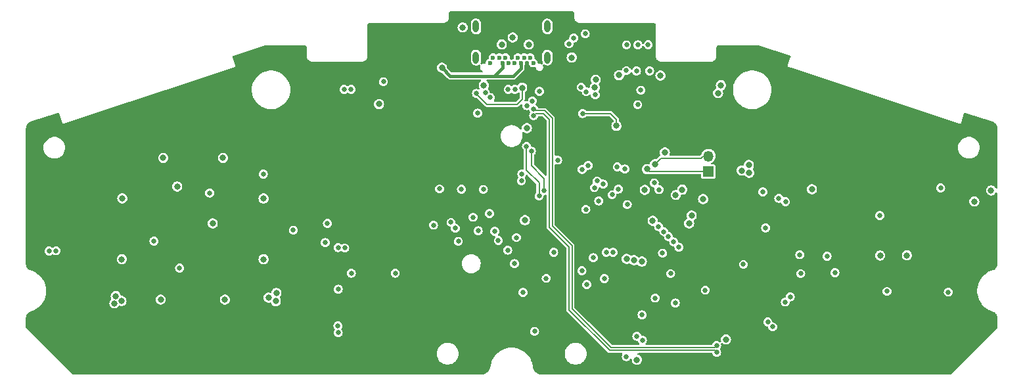
<source format=gbr>
G04 #@! TF.GenerationSoftware,KiCad,Pcbnew,7.0.6*
G04 #@! TF.CreationDate,2023-08-31T16:45:56-07:00*
G04 #@! TF.ProjectId,sgpp_main_pcb,73677070-5f6d-4616-996e-5f7063622e6b,1*
G04 #@! TF.SameCoordinates,Original*
G04 #@! TF.FileFunction,Copper,L3,Inr*
G04 #@! TF.FilePolarity,Positive*
%FSLAX46Y46*%
G04 Gerber Fmt 4.6, Leading zero omitted, Abs format (unit mm)*
G04 Created by KiCad (PCBNEW 7.0.6) date 2023-08-31 16:45:56*
%MOMM*%
%LPD*%
G01*
G04 APERTURE LIST*
G04 #@! TA.AperFunction,ComponentPad*
%ADD10C,0.600000*%
G04 #@! TD*
G04 #@! TA.AperFunction,ComponentPad*
%ADD11O,0.800000X1.550000*%
G04 #@! TD*
G04 #@! TA.AperFunction,ComponentPad*
%ADD12R,1.350000X1.350000*%
G04 #@! TD*
G04 #@! TA.AperFunction,ComponentPad*
%ADD13O,1.350000X1.350000*%
G04 #@! TD*
G04 #@! TA.AperFunction,ViaPad*
%ADD14C,0.800000*%
G04 #@! TD*
G04 #@! TA.AperFunction,ViaPad*
%ADD15C,0.650000*%
G04 #@! TD*
G04 #@! TA.AperFunction,Conductor*
%ADD16C,0.200000*%
G04 #@! TD*
G04 #@! TA.AperFunction,Conductor*
%ADD17C,0.150000*%
G04 #@! TD*
G04 #@! TA.AperFunction,Conductor*
%ADD18C,0.400000*%
G04 #@! TD*
G04 APERTURE END LIST*
D10*
X152800000Y-83302425D03*
X152400000Y-82592425D03*
X151600000Y-82592425D03*
X151200000Y-83302425D03*
X150800000Y-82592425D03*
X150400000Y-83302425D03*
X149600000Y-83302425D03*
X149200000Y-82592425D03*
X148800000Y-83302425D03*
X148400000Y-82592425D03*
X147600000Y-82592425D03*
X147200000Y-83302425D03*
D11*
X145400000Y-82592425D03*
X145400000Y-78592425D03*
X154600000Y-82592425D03*
X154600000Y-78592425D03*
D12*
X175361600Y-97300800D03*
D13*
X175361600Y-95300800D03*
D14*
X172872400Y-103962200D03*
X173202600Y-102946200D03*
X174675800Y-100838000D03*
X176961800Y-86156800D03*
X176606200Y-87172800D03*
X166776400Y-108889800D03*
X164820600Y-108534200D03*
X165760400Y-108712000D03*
X151358600Y-86487000D03*
X151968200Y-91694000D03*
X143687800Y-78714600D03*
X132918200Y-88595200D03*
X188696600Y-99568000D03*
X178612800Y-112903000D03*
X196570600Y-100609400D03*
X167157400Y-99644200D03*
X163830000Y-84861400D03*
X163499800Y-91389200D03*
X180619400Y-97434400D03*
X180568600Y-96443800D03*
X179654200Y-97155000D03*
X99720400Y-113969800D03*
X98806000Y-114274600D03*
X98983800Y-113334800D03*
X119608600Y-113995200D03*
X119684800Y-112928400D03*
X118668800Y-113538000D03*
X135178800Y-114579400D03*
X150393400Y-114655600D03*
X165887400Y-114782600D03*
X166141400Y-121539000D03*
X177622200Y-118922800D03*
X192811400Y-120777000D03*
X197485000Y-108102400D03*
X200939400Y-108077000D03*
X204190600Y-111607600D03*
X209626200Y-101142800D03*
X211785200Y-99720400D03*
X111480600Y-103962200D03*
X106908600Y-99212400D03*
X108254800Y-101803200D03*
X106070400Y-105308400D03*
X112268000Y-110058200D03*
X114427000Y-107772200D03*
X167436800Y-96977200D03*
X168452800Y-96342200D03*
X169748200Y-94818200D03*
D15*
X103911400Y-106248200D03*
X140716000Y-99517200D03*
X143535400Y-99568000D03*
X146354800Y-99593400D03*
X151307800Y-97586800D03*
X151257000Y-98475800D03*
X128422400Y-86690200D03*
X161227711Y-101071019D03*
X161010600Y-98501200D03*
X145468000Y-87225800D03*
X133477202Y-85699398D03*
X159613600Y-86995000D03*
X151917400Y-94030800D03*
X129311400Y-86690200D03*
X158953200Y-86410800D03*
X152552400Y-94665800D03*
X154178000Y-99720400D03*
X154101800Y-91821000D03*
X153543000Y-100431600D03*
X182727600Y-104546400D03*
X182372000Y-99898200D03*
X159156400Y-89814400D03*
X145616000Y-89765800D03*
X160655000Y-99364800D03*
X176428400Y-119692000D03*
X176428400Y-120592000D03*
X167640000Y-121589800D03*
X167487600Y-117703600D03*
X164769800Y-121132600D03*
X166801800Y-115747800D03*
X183642000Y-117297200D03*
X166852600Y-119024400D03*
X166141400Y-118516400D03*
X183007000Y-116662200D03*
X185293000Y-101168200D03*
X184429400Y-100736400D03*
X169443400Y-107797600D03*
X168503600Y-113588800D03*
X185902600Y-113436400D03*
X190652400Y-108204000D03*
X187121800Y-108000800D03*
X185267600Y-114096800D03*
X171094400Y-114223800D03*
X159682512Y-111837386D03*
X197434200Y-102946200D03*
X198374000Y-112725200D03*
X159562800Y-102158800D03*
X159855234Y-96505200D03*
X166649400Y-86791800D03*
X160528000Y-108381800D03*
X162941000Y-100279200D03*
X154457400Y-111048800D03*
X127660400Y-118059200D03*
X152958800Y-117881400D03*
X90398600Y-107518200D03*
X161950400Y-111074200D03*
X179868665Y-109258061D03*
X159054800Y-110058200D03*
X160782000Y-87401400D03*
X159087711Y-97013212D03*
X118008400Y-97612200D03*
X129336800Y-110388400D03*
X135001000Y-110388400D03*
X164896800Y-101523800D03*
X168386319Y-98753869D03*
X163068000Y-107696000D03*
X168986200Y-99618800D03*
X150368000Y-109143800D03*
X162179000Y-107696000D03*
X163753800Y-99542600D03*
X166243000Y-88671400D03*
D14*
X105105200Y-95529400D03*
X112801400Y-95529400D03*
X118033800Y-108585000D03*
X118033800Y-100761800D03*
X113055400Y-113792000D03*
X104775000Y-113792000D03*
X99771200Y-108585000D03*
X99822000Y-100736400D03*
X160299400Y-83947000D03*
X163322000Y-98120200D03*
X160832800Y-85445600D03*
X171983400Y-99618800D03*
X171145200Y-100304600D03*
X151714200Y-103555800D03*
X168173400Y-103632000D03*
X201726800Y-100076000D03*
X133654800Y-95681800D03*
D15*
X157454600Y-96875600D03*
X168275000Y-90271600D03*
D14*
X156057600Y-87553800D03*
D15*
X128955800Y-84404200D03*
D14*
X174726600Y-85064600D03*
X141655800Y-87350600D03*
X148209000Y-90779600D03*
D15*
X155930600Y-95808800D03*
X151942800Y-88798400D03*
D14*
X146407017Y-86158787D03*
X169174148Y-84908541D03*
X157747523Y-82599848D03*
X160712701Y-86458641D03*
D15*
X159486170Y-79531767D03*
D14*
X150139400Y-80010000D03*
D15*
X167589699Y-80939440D03*
X153584574Y-86950470D03*
X157399945Y-80813804D03*
D14*
X152213521Y-80918698D03*
D15*
X166266718Y-80957708D03*
X146608117Y-87120001D03*
X147273019Y-87745901D03*
X149555200Y-86690200D03*
X206273400Y-112826800D03*
X191668400Y-110312200D03*
X150418800Y-86690200D03*
X164803195Y-80960659D03*
X152674015Y-88187409D03*
D14*
X148729700Y-80911700D03*
D15*
X157994344Y-80079546D03*
X111074200Y-100050600D03*
X107213400Y-109728000D03*
X164790012Y-84277200D03*
X163609354Y-96689403D03*
X166084872Y-84334262D03*
X164585197Y-96966859D03*
X167780165Y-84317750D03*
X161793850Y-98899551D03*
X155422600Y-107696000D03*
X149504400Y-107416600D03*
X170891200Y-106349800D03*
X150622000Y-105791000D03*
X147828000Y-104978200D03*
X171551600Y-107035600D03*
X127635000Y-107086400D03*
X148285200Y-106172000D03*
X145034000Y-103174800D03*
X169621200Y-105029000D03*
X125984000Y-106451400D03*
X145694400Y-104927400D03*
X205282800Y-99390200D03*
X168935400Y-104368600D03*
X147142200Y-102692200D03*
X142748000Y-104597200D03*
X121869200Y-104825800D03*
X91287600Y-107492800D03*
X128498600Y-107137200D03*
X127660400Y-112445800D03*
X143129000Y-106273600D03*
X127609600Y-117170200D03*
X170205400Y-105664000D03*
X170484800Y-110439200D03*
X142189200Y-103835200D03*
X187248800Y-110439200D03*
X139928600Y-104190800D03*
X126263400Y-103962200D03*
D14*
X141020800Y-83896200D03*
D15*
X174955200Y-112572800D03*
X151460200Y-112852200D03*
X152831800Y-90068400D03*
X152831800Y-89204800D03*
D16*
X153543000Y-98755200D02*
X153543000Y-100431600D01*
X151917400Y-94030800D02*
X151917400Y-97129600D01*
X151917400Y-97129600D02*
X153543000Y-98755200D01*
D17*
X174675800Y-95300800D02*
X175361600Y-95300800D01*
X174396400Y-95580200D02*
X174675800Y-95300800D01*
X169214800Y-95580200D02*
X174396400Y-95580200D01*
X168452800Y-96342200D02*
X169214800Y-95580200D01*
X148564600Y-88620600D02*
X150723600Y-88620600D01*
X151358600Y-87985600D02*
X151358600Y-86487000D01*
X146812000Y-88620600D02*
X148564600Y-88620600D01*
X151028400Y-88315800D02*
X151358600Y-87985600D01*
X145468000Y-87276600D02*
X146456400Y-88265000D01*
X150723600Y-88620600D02*
X151028400Y-88315800D01*
X146456400Y-88265000D02*
X146812000Y-88620600D01*
X145468000Y-87225800D02*
X145468000Y-87276600D01*
X163499800Y-90551000D02*
X163499800Y-91389200D01*
X162763200Y-89814400D02*
X163499800Y-90551000D01*
X159156400Y-89814400D02*
X162763200Y-89814400D01*
X167760400Y-97300800D02*
X175361600Y-97300800D01*
X167436800Y-96977200D02*
X167760400Y-97300800D01*
D16*
X154178000Y-98171000D02*
X152552400Y-96545400D01*
X154178000Y-99720400D02*
X154178000Y-98171000D01*
X152552400Y-96545400D02*
X152552400Y-94665800D01*
D17*
X176178400Y-119942000D02*
X176428400Y-119692000D01*
X162769844Y-119942000D02*
X176178400Y-119942000D01*
X157781600Y-114953756D02*
X162769844Y-119942000D01*
X157781600Y-106876556D02*
X157781600Y-114953756D01*
X155241600Y-104336556D02*
X157781600Y-106876556D01*
X155241600Y-90442756D02*
X155241600Y-104336556D01*
X154235444Y-89436600D02*
X155241600Y-90442756D01*
X153063600Y-89436600D02*
X154235444Y-89436600D01*
X176178400Y-120342000D02*
X176428400Y-120592000D01*
X162604156Y-120342000D02*
X176178400Y-120342000D01*
X157381600Y-115119444D02*
X162604156Y-120342000D01*
X157381600Y-107042244D02*
X157381600Y-115119444D01*
X154841600Y-104502244D02*
X157381600Y-107042244D01*
X154069756Y-89836600D02*
X154841600Y-90608444D01*
X152831800Y-90068400D02*
X153063600Y-89836600D01*
X153063600Y-89836600D02*
X154069756Y-89836600D01*
X152831800Y-89204800D02*
X153063600Y-89436600D01*
X154841600Y-90608444D02*
X154841600Y-104502244D01*
D18*
X148800000Y-83864000D02*
X148800000Y-83302425D01*
X150215600Y-84963000D02*
X147701000Y-84963000D01*
X142087600Y-84963000D02*
X147701000Y-84963000D01*
X141020800Y-83896200D02*
X142087600Y-84963000D01*
X151200000Y-83302425D02*
X151200000Y-83978600D01*
X147701000Y-84963000D02*
X148800000Y-83864000D01*
X151200000Y-83978600D02*
X150215600Y-84963000D01*
G04 #@! TA.AperFunction,Conductor*
G36*
X157691602Y-76586118D02*
G01*
X157706019Y-76586117D01*
X157706021Y-76586118D01*
X157736307Y-76586116D01*
X157744391Y-76586645D01*
X157814645Y-76595889D01*
X157845911Y-76604264D01*
X157900048Y-76626684D01*
X157928080Y-76642867D01*
X157973211Y-76677495D01*
X157974565Y-76678534D01*
X157997454Y-76701423D01*
X158033120Y-76747902D01*
X158049307Y-76775936D01*
X158071728Y-76830064D01*
X158080107Y-76861336D01*
X158089327Y-76931390D01*
X158089858Y-76939490D01*
X158089858Y-76984392D01*
X158089859Y-76984401D01*
X158089859Y-77407970D01*
X158089858Y-77407984D01*
X158089859Y-77452322D01*
X158089859Y-77475963D01*
X158089884Y-77476355D01*
X158089885Y-77525608D01*
X158098431Y-77563049D01*
X158122505Y-77668516D01*
X158170698Y-77768589D01*
X158186105Y-77800582D01*
X158266626Y-77901555D01*
X158277494Y-77915183D01*
X158392092Y-78006578D01*
X158392095Y-78006579D01*
X158392095Y-78006580D01*
X158491307Y-78054364D01*
X158524153Y-78070184D01*
X158667056Y-78102810D01*
X158711898Y-78102813D01*
X158711934Y-78102816D01*
X158740347Y-78102816D01*
X158774697Y-78102818D01*
X158774698Y-78102817D01*
X158789115Y-78102818D01*
X158789142Y-78102816D01*
X168191576Y-78102816D01*
X168191602Y-78102818D01*
X168206019Y-78102817D01*
X168206021Y-78102818D01*
X168236307Y-78102816D01*
X168244391Y-78103345D01*
X168314645Y-78112589D01*
X168345911Y-78120964D01*
X168400048Y-78143384D01*
X168428080Y-78159567D01*
X168473211Y-78194195D01*
X168474565Y-78195234D01*
X168497454Y-78218123D01*
X168533120Y-78264602D01*
X168549307Y-78292636D01*
X168571728Y-78346764D01*
X168580107Y-78378036D01*
X168589327Y-78448090D01*
X168589858Y-78456190D01*
X168589858Y-78501092D01*
X168589859Y-78501101D01*
X168589859Y-82407970D01*
X168589858Y-82407978D01*
X168589859Y-82452322D01*
X168589859Y-82475963D01*
X168589884Y-82476355D01*
X168589885Y-82525608D01*
X168605137Y-82592425D01*
X168622505Y-82668516D01*
X168686104Y-82800580D01*
X168686105Y-82800582D01*
X168777490Y-82915178D01*
X168777494Y-82915183D01*
X168892092Y-83006578D01*
X168892095Y-83006579D01*
X168892095Y-83006580D01*
X168981420Y-83049602D01*
X169024153Y-83070184D01*
X169167056Y-83102810D01*
X169211898Y-83102813D01*
X169211934Y-83102816D01*
X169240347Y-83102816D01*
X169274697Y-83102818D01*
X169274698Y-83102817D01*
X169289115Y-83102818D01*
X169289142Y-83102816D01*
X175763825Y-83102816D01*
X175764651Y-83102760D01*
X175813588Y-83102764D01*
X175813634Y-83102765D01*
X175813634Y-83102764D01*
X175813638Y-83102765D01*
X175956548Y-83070158D01*
X176088619Y-83006567D01*
X176203228Y-82915181D01*
X176294627Y-82800583D01*
X176358233Y-82668519D01*
X176390857Y-82525612D01*
X176390857Y-82486568D01*
X176390859Y-82486562D01*
X176390859Y-82443029D01*
X176390860Y-82417970D01*
X176390859Y-82417967D01*
X176390859Y-81341456D01*
X176391390Y-81333353D01*
X176393749Y-81315436D01*
X176400641Y-81263100D01*
X176409018Y-81231844D01*
X176431446Y-81177699D01*
X176447621Y-81149684D01*
X176483297Y-81103189D01*
X176506182Y-81080304D01*
X176509680Y-81077620D01*
X176552671Y-81044630D01*
X176580696Y-81028448D01*
X176634832Y-81006021D01*
X176666093Y-80997643D01*
X176690356Y-80994447D01*
X176736215Y-80988407D01*
X176744320Y-80987875D01*
X181510190Y-80987875D01*
X181513436Y-80987960D01*
X181597378Y-80992360D01*
X181603811Y-80993036D01*
X181685228Y-81005933D01*
X181691572Y-81007282D01*
X181707682Y-81011598D01*
X181772973Y-81029094D01*
X181776014Y-81029994D01*
X185732629Y-82315580D01*
X185885457Y-82365237D01*
X185943133Y-82404675D01*
X185970331Y-82469033D01*
X185964881Y-82522062D01*
X185608269Y-83601616D01*
X185594196Y-83630757D01*
X185591895Y-83634261D01*
X185591895Y-83634262D01*
X185590721Y-83654744D01*
X185587280Y-83714782D01*
X185587280Y-83714784D01*
X185623542Y-83786821D01*
X185623544Y-83786824D01*
X185690970Y-83831080D01*
X185695144Y-83831319D01*
X185726949Y-83837373D01*
X207687538Y-91091644D01*
X207716683Y-91105720D01*
X207720188Y-91108021D01*
X207722682Y-91108163D01*
X207740666Y-91109194D01*
X207740667Y-91109195D01*
X207800708Y-91112636D01*
X207872749Y-91076372D01*
X207905749Y-91026095D01*
X207905748Y-91026095D01*
X207917005Y-91008946D01*
X207917005Y-91008943D01*
X207917154Y-91008717D01*
X207917046Y-91008230D01*
X207917244Y-91004771D01*
X207923299Y-90972963D01*
X208316315Y-89783205D01*
X208356034Y-89725725D01*
X208420524Y-89698842D01*
X208472374Y-89704169D01*
X212000497Y-90850529D01*
X212005680Y-90852475D01*
X212132917Y-90906864D01*
X212152488Y-90917397D01*
X212260962Y-90989004D01*
X212278337Y-91002861D01*
X212334235Y-91056308D01*
X212372279Y-91092684D01*
X212386905Y-91109425D01*
X212463303Y-91214583D01*
X212474704Y-91233667D01*
X212531093Y-91350767D01*
X212538904Y-91371580D01*
X212573480Y-91496872D01*
X212577449Y-91518745D01*
X212589890Y-91657015D01*
X212590140Y-91662574D01*
X212590140Y-99343510D01*
X212570455Y-99410549D01*
X212517651Y-99456304D01*
X212448493Y-99466248D01*
X212384937Y-99437223D01*
X212364090Y-99413950D01*
X212349190Y-99392364D01*
X212275683Y-99285870D01*
X212157440Y-99181117D01*
X212157438Y-99181116D01*
X212157437Y-99181115D01*
X212017565Y-99107703D01*
X211864186Y-99069900D01*
X211864185Y-99069900D01*
X211706215Y-99069900D01*
X211706214Y-99069900D01*
X211552834Y-99107703D01*
X211412962Y-99181115D01*
X211361205Y-99226967D01*
X211303864Y-99277767D01*
X211294716Y-99285871D01*
X211204981Y-99415875D01*
X211204980Y-99415876D01*
X211148962Y-99563581D01*
X211129922Y-99720399D01*
X211129922Y-99720400D01*
X211148962Y-99877218D01*
X211191345Y-99988970D01*
X211204980Y-100024923D01*
X211294717Y-100154930D01*
X211412960Y-100259683D01*
X211412962Y-100259684D01*
X211552834Y-100333096D01*
X211706214Y-100370900D01*
X211706215Y-100370900D01*
X211864185Y-100370900D01*
X212017565Y-100333096D01*
X212053615Y-100314175D01*
X212157440Y-100259683D01*
X212275683Y-100154930D01*
X212364091Y-100026847D01*
X212418372Y-99982859D01*
X212487821Y-99975199D01*
X212550386Y-100006302D01*
X212586203Y-100066293D01*
X212590140Y-100097289D01*
X212590140Y-109199224D01*
X212589877Y-109204928D01*
X212576825Y-109346276D01*
X212572648Y-109368696D01*
X212536278Y-109496982D01*
X212528065Y-109518260D01*
X212468809Y-109637724D01*
X212456840Y-109657136D01*
X212376713Y-109763721D01*
X212361389Y-109780614D01*
X212263090Y-109870726D01*
X212244934Y-109884525D01*
X212131802Y-109955107D01*
X212111422Y-109965350D01*
X211979946Y-110016889D01*
X211974563Y-110018719D01*
X211821599Y-110063020D01*
X211821582Y-110063026D01*
X211524159Y-110188312D01*
X211524146Y-110188319D01*
X211243401Y-110347536D01*
X210983206Y-110538487D01*
X210983204Y-110538489D01*
X210747115Y-110758568D01*
X210747104Y-110758579D01*
X210538393Y-111004734D01*
X210538386Y-111004742D01*
X210359876Y-111273640D01*
X210214044Y-111561553D01*
X210214042Y-111561557D01*
X210102876Y-111864562D01*
X210102870Y-111864583D01*
X210027907Y-112178481D01*
X210027906Y-112178484D01*
X209990163Y-112499024D01*
X209990163Y-112821784D01*
X210027907Y-113142314D01*
X210027910Y-113142334D01*
X210102875Y-113456235D01*
X210102876Y-113456236D01*
X210102878Y-113456244D01*
X210214041Y-113759236D01*
X210214045Y-113759247D01*
X210214045Y-113759249D01*
X210359880Y-114047166D01*
X210359884Y-114047172D01*
X210538393Y-114316066D01*
X210587544Y-114374034D01*
X210747127Y-114562245D01*
X210747129Y-114562246D01*
X210983203Y-114782309D01*
X210983222Y-114782324D01*
X211243402Y-114973264D01*
X211243408Y-114973267D01*
X211243411Y-114973270D01*
X211401559Y-115062958D01*
X211524150Y-115132482D01*
X211524159Y-115132487D01*
X211821585Y-115257774D01*
X211821587Y-115257774D01*
X211821600Y-115257780D01*
X211930498Y-115289317D01*
X211930649Y-115289380D01*
X211943599Y-115293125D01*
X211943600Y-115293126D01*
X211952532Y-115295709D01*
X211973845Y-115301873D01*
X211979250Y-115303709D01*
X212111387Y-115355508D01*
X212131751Y-115365742D01*
X212244870Y-115436311D01*
X212263022Y-115450105D01*
X212312163Y-115495149D01*
X212361302Y-115540192D01*
X212376624Y-115557081D01*
X212456745Y-115663640D01*
X212468712Y-115683044D01*
X212500840Y-115747800D01*
X212527965Y-115802473D01*
X212536178Y-115823746D01*
X212572559Y-115952007D01*
X212576738Y-115974423D01*
X212589877Y-116116480D01*
X212590141Y-116122193D01*
X212590141Y-117366172D01*
X212570456Y-117433211D01*
X212553822Y-117453853D01*
X206630111Y-123377565D01*
X206568788Y-123411050D01*
X206542430Y-123413884D01*
X153649777Y-123413884D01*
X153646235Y-123413782D01*
X153636775Y-123413239D01*
X153611570Y-123411792D01*
X153604508Y-123410979D01*
X153572067Y-123405344D01*
X153565139Y-123403727D01*
X153534205Y-123394607D01*
X153526306Y-123391681D01*
X153363700Y-123318560D01*
X153346639Y-123309213D01*
X153202144Y-123214593D01*
X153186751Y-123202687D01*
X153132625Y-123153571D01*
X153058855Y-123086627D01*
X153045510Y-123072454D01*
X152937354Y-122937807D01*
X152926391Y-122921719D01*
X152840639Y-122771797D01*
X152832330Y-122754192D01*
X152830971Y-122750607D01*
X152771097Y-122592691D01*
X152765653Y-122574026D01*
X152729020Y-122398054D01*
X152728178Y-122392932D01*
X152722874Y-122349317D01*
X152722175Y-122346207D01*
X152721386Y-122340035D01*
X152708353Y-122238069D01*
X152643099Y-121973530D01*
X152632394Y-121930130D01*
X152632389Y-121930116D01*
X152624056Y-121907777D01*
X152521540Y-121632950D01*
X152521537Y-121632945D01*
X152521536Y-121632941D01*
X152443784Y-121480716D01*
X152377267Y-121350487D01*
X152363168Y-121329312D01*
X152201490Y-121086486D01*
X152094071Y-120959627D01*
X151996522Y-120844424D01*
X151903881Y-120757600D01*
X156844700Y-120757600D01*
X156863864Y-120988891D01*
X156863866Y-120988902D01*
X156920842Y-121213894D01*
X157014075Y-121426442D01*
X157141016Y-121620741D01*
X157141019Y-121620745D01*
X157141021Y-121620747D01*
X157298216Y-121791507D01*
X157298219Y-121791509D01*
X157298222Y-121791512D01*
X157481365Y-121934058D01*
X157481371Y-121934062D01*
X157481374Y-121934064D01*
X157685497Y-122044530D01*
X157783816Y-122078283D01*
X157905015Y-122119891D01*
X157905017Y-122119891D01*
X157905019Y-122119892D01*
X158133951Y-122158094D01*
X158133952Y-122158094D01*
X158366048Y-122158094D01*
X158366049Y-122158094D01*
X158594981Y-122119892D01*
X158814503Y-122044530D01*
X159018626Y-121934064D01*
X159023681Y-121930130D01*
X159134952Y-121843524D01*
X159201784Y-121791507D01*
X159358979Y-121620747D01*
X159485924Y-121426443D01*
X159579157Y-121213894D01*
X159636134Y-120988899D01*
X159636135Y-120988891D01*
X159655300Y-120757600D01*
X159655300Y-120757587D01*
X159636135Y-120526296D01*
X159636133Y-120526285D01*
X159579157Y-120301293D01*
X159485924Y-120088745D01*
X159358983Y-119894446D01*
X159358980Y-119894443D01*
X159358979Y-119894441D01*
X159201784Y-119723681D01*
X159201779Y-119723677D01*
X159201777Y-119723675D01*
X159018634Y-119581129D01*
X159018628Y-119581125D01*
X158814504Y-119470658D01*
X158814495Y-119470655D01*
X158594984Y-119395296D01*
X158423282Y-119366644D01*
X158366049Y-119357094D01*
X158133951Y-119357094D01*
X158088164Y-119364734D01*
X157905015Y-119395296D01*
X157685504Y-119470655D01*
X157685495Y-119470658D01*
X157481371Y-119581125D01*
X157481365Y-119581129D01*
X157298222Y-119723675D01*
X157298219Y-119723678D01*
X157141016Y-119894446D01*
X157014075Y-120088745D01*
X156920842Y-120301293D01*
X156863866Y-120526285D01*
X156863864Y-120526296D01*
X156844700Y-120757587D01*
X156844700Y-120757600D01*
X151903881Y-120757600D01*
X151765096Y-120627530D01*
X151510276Y-120438674D01*
X151235438Y-120280357D01*
X151235436Y-120280356D01*
X151235433Y-120280354D01*
X151006486Y-120181549D01*
X150944225Y-120154679D01*
X150640496Y-120063305D01*
X150640491Y-120063304D01*
X150328279Y-120007445D01*
X150011715Y-119987842D01*
X150011711Y-119987842D01*
X150011709Y-119987842D01*
X149800559Y-119999116D01*
X149694982Y-120004754D01*
X149382308Y-120057956D01*
X149382299Y-120057958D01*
X149077812Y-120146744D01*
X149077806Y-120146747D01*
X148785540Y-120269943D01*
X148785537Y-120269944D01*
X148509359Y-120425921D01*
X148509355Y-120425924D01*
X148252962Y-120612592D01*
X148252935Y-120612613D01*
X148019689Y-120827518D01*
X148019679Y-120827528D01*
X147812675Y-121067824D01*
X147812671Y-121067829D01*
X147634655Y-121330328D01*
X147606253Y-121384787D01*
X147487985Y-121611557D01*
X147399204Y-121843523D01*
X147374609Y-121907783D01*
X147296034Y-122215065D01*
X147280954Y-122325570D01*
X147278675Y-122335078D01*
X147274412Y-122373390D01*
X147273671Y-122378275D01*
X147239087Y-122557639D01*
X147233815Y-122576675D01*
X147173734Y-122741298D01*
X147165505Y-122759255D01*
X147080045Y-122912251D01*
X147069071Y-122928673D01*
X146960406Y-123066156D01*
X146946963Y-123080627D01*
X146817847Y-123199110D01*
X146802276Y-123211264D01*
X146655978Y-123307747D01*
X146638675Y-123317273D01*
X146473602Y-123391696D01*
X146465644Y-123394647D01*
X146434869Y-123403719D01*
X146427948Y-123405335D01*
X146395471Y-123410978D01*
X146388415Y-123411792D01*
X146353860Y-123413781D01*
X146350295Y-123413884D01*
X93457570Y-123413884D01*
X93390531Y-123394199D01*
X93369889Y-123377565D01*
X90749924Y-120757600D01*
X140344700Y-120757600D01*
X140363864Y-120988891D01*
X140363866Y-120988902D01*
X140420842Y-121213894D01*
X140514075Y-121426442D01*
X140641016Y-121620741D01*
X140641019Y-121620745D01*
X140641021Y-121620747D01*
X140798216Y-121791507D01*
X140798219Y-121791509D01*
X140798222Y-121791512D01*
X140981365Y-121934058D01*
X140981371Y-121934062D01*
X140981374Y-121934064D01*
X141185497Y-122044530D01*
X141283816Y-122078283D01*
X141405015Y-122119891D01*
X141405017Y-122119891D01*
X141405019Y-122119892D01*
X141633951Y-122158094D01*
X141633952Y-122158094D01*
X141866048Y-122158094D01*
X141866049Y-122158094D01*
X142094981Y-122119892D01*
X142314503Y-122044530D01*
X142518626Y-121934064D01*
X142523681Y-121930130D01*
X142634952Y-121843524D01*
X142701784Y-121791507D01*
X142858979Y-121620747D01*
X142985924Y-121426443D01*
X143079157Y-121213894D01*
X143136134Y-120988899D01*
X143136135Y-120988891D01*
X143155300Y-120757600D01*
X143155300Y-120757587D01*
X143136135Y-120526296D01*
X143136133Y-120526285D01*
X143079157Y-120301293D01*
X142985924Y-120088745D01*
X142858983Y-119894446D01*
X142858980Y-119894443D01*
X142858979Y-119894441D01*
X142701784Y-119723681D01*
X142701779Y-119723677D01*
X142701777Y-119723675D01*
X142518634Y-119581129D01*
X142518628Y-119581125D01*
X142314504Y-119470658D01*
X142314495Y-119470655D01*
X142094984Y-119395296D01*
X141923281Y-119366644D01*
X141866049Y-119357094D01*
X141633951Y-119357094D01*
X141588164Y-119364734D01*
X141405015Y-119395296D01*
X141185504Y-119470655D01*
X141185495Y-119470658D01*
X140981371Y-119581125D01*
X140981365Y-119581129D01*
X140798222Y-119723675D01*
X140798219Y-119723678D01*
X140641016Y-119894446D01*
X140514075Y-120088745D01*
X140420842Y-120301293D01*
X140363866Y-120526285D01*
X140363864Y-120526296D01*
X140344700Y-120757587D01*
X140344700Y-120757600D01*
X90749924Y-120757600D01*
X90418243Y-120425919D01*
X87446175Y-117453851D01*
X87412692Y-117392531D01*
X87409859Y-117366182D01*
X87409859Y-117170200D01*
X127029133Y-117170200D01*
X127048912Y-117320434D01*
X127048913Y-117320436D01*
X127106900Y-117460430D01*
X127106902Y-117460434D01*
X127192752Y-117572314D01*
X127217947Y-117637483D01*
X127203909Y-117705928D01*
X127192753Y-117723287D01*
X127157702Y-117768966D01*
X127157700Y-117768969D01*
X127099713Y-117908963D01*
X127099712Y-117908965D01*
X127079933Y-118059199D01*
X127079933Y-118059200D01*
X127099712Y-118209434D01*
X127099713Y-118209436D01*
X127133850Y-118291851D01*
X127157702Y-118349433D01*
X127249949Y-118469651D01*
X127370167Y-118561898D01*
X127510164Y-118619887D01*
X127585281Y-118629776D01*
X127660399Y-118639666D01*
X127660400Y-118639666D01*
X127660401Y-118639666D01*
X127710478Y-118633073D01*
X127810636Y-118619887D01*
X127950633Y-118561898D01*
X128070851Y-118469651D01*
X128163098Y-118349433D01*
X128221087Y-118209436D01*
X128240866Y-118059200D01*
X128221087Y-117908964D01*
X128209670Y-117881400D01*
X152378334Y-117881400D01*
X152398112Y-118031634D01*
X152398113Y-118031636D01*
X152428894Y-118105949D01*
X152456102Y-118171633D01*
X152548349Y-118291851D01*
X152668567Y-118384098D01*
X152808564Y-118442087D01*
X152883681Y-118451976D01*
X152958799Y-118461866D01*
X152958800Y-118461866D01*
X152958801Y-118461866D01*
X153008878Y-118455272D01*
X153109036Y-118442087D01*
X153249033Y-118384098D01*
X153369251Y-118291851D01*
X153461498Y-118171633D01*
X153519487Y-118031636D01*
X153539266Y-117881400D01*
X153538774Y-117877666D01*
X153519487Y-117731165D01*
X153519487Y-117731164D01*
X153461498Y-117591167D01*
X153369251Y-117470949D01*
X153249033Y-117378702D01*
X153249029Y-117378700D01*
X153109036Y-117320713D01*
X153109034Y-117320712D01*
X152958801Y-117300934D01*
X152958799Y-117300934D01*
X152808565Y-117320712D01*
X152808563Y-117320713D01*
X152668570Y-117378700D01*
X152668567Y-117378701D01*
X152668567Y-117378702D01*
X152548349Y-117470949D01*
X152458968Y-117587433D01*
X152456100Y-117591170D01*
X152398113Y-117731163D01*
X152398112Y-117731165D01*
X152378334Y-117881399D01*
X152378334Y-117881400D01*
X128209670Y-117881400D01*
X128163098Y-117768967D01*
X128163097Y-117768966D01*
X128163097Y-117768965D01*
X128077247Y-117657085D01*
X128052052Y-117591916D01*
X128066090Y-117523471D01*
X128077238Y-117506123D01*
X128112298Y-117460433D01*
X128170287Y-117320436D01*
X128190066Y-117170200D01*
X128170287Y-117019964D01*
X128112298Y-116879967D01*
X128020051Y-116759749D01*
X127899833Y-116667502D01*
X127899829Y-116667500D01*
X127759836Y-116609513D01*
X127759834Y-116609512D01*
X127609601Y-116589734D01*
X127609599Y-116589734D01*
X127459365Y-116609512D01*
X127459363Y-116609513D01*
X127319370Y-116667500D01*
X127319367Y-116667501D01*
X127319367Y-116667502D01*
X127199149Y-116759749D01*
X127172484Y-116794500D01*
X127106900Y-116879970D01*
X127048913Y-117019963D01*
X127048912Y-117019965D01*
X127029133Y-117170199D01*
X127029133Y-117170200D01*
X87409859Y-117170200D01*
X87409859Y-116167669D01*
X87409883Y-116167450D01*
X87409875Y-116153515D01*
X87409877Y-116153513D01*
X87409860Y-116121987D01*
X87410119Y-116116327D01*
X87423108Y-115974912D01*
X87427273Y-115952496D01*
X87463612Y-115824128D01*
X87471815Y-115802852D01*
X87531061Y-115683314D01*
X87543025Y-115663902D01*
X87623164Y-115557252D01*
X87638474Y-115540367D01*
X87736815Y-115450192D01*
X87754964Y-115436397D01*
X87868142Y-115365781D01*
X87888520Y-115355539D01*
X88011330Y-115307401D01*
X88036190Y-115300539D01*
X88065165Y-115295709D01*
X88086842Y-115284266D01*
X88173648Y-115259128D01*
X88178379Y-115257758D01*
X88178381Y-115257756D01*
X88178392Y-115257754D01*
X88475830Y-115132463D01*
X88756575Y-114973247D01*
X89016775Y-114782293D01*
X89252858Y-114562220D01*
X89461586Y-114316049D01*
X89489102Y-114274600D01*
X98150722Y-114274600D01*
X98169762Y-114431418D01*
X98219377Y-114562240D01*
X98225780Y-114579123D01*
X98315517Y-114709130D01*
X98433760Y-114813883D01*
X98433762Y-114813884D01*
X98573634Y-114887296D01*
X98727014Y-114925100D01*
X98727015Y-114925100D01*
X98884985Y-114925100D01*
X99038365Y-114887296D01*
X99099428Y-114855247D01*
X99178240Y-114813883D01*
X99296483Y-114709130D01*
X99350412Y-114630999D01*
X99404694Y-114587009D01*
X99474143Y-114579349D01*
X99482137Y-114581042D01*
X99488033Y-114582495D01*
X99488035Y-114582496D01*
X99641415Y-114620300D01*
X99799385Y-114620300D01*
X99952765Y-114582496D01*
X99959192Y-114579123D01*
X100092640Y-114509083D01*
X100210883Y-114404330D01*
X100300620Y-114274323D01*
X100356637Y-114126618D01*
X100375678Y-113969800D01*
X100364657Y-113879029D01*
X100356637Y-113812981D01*
X100348680Y-113792000D01*
X104119722Y-113792000D01*
X104138762Y-113948818D01*
X104192874Y-114091498D01*
X104194780Y-114096523D01*
X104284517Y-114226530D01*
X104402760Y-114331283D01*
X104402762Y-114331284D01*
X104542634Y-114404696D01*
X104696014Y-114442500D01*
X104696015Y-114442500D01*
X104853985Y-114442500D01*
X105007365Y-114404696D01*
X105008066Y-114404328D01*
X105147240Y-114331283D01*
X105265483Y-114226530D01*
X105355220Y-114096523D01*
X105411237Y-113948818D01*
X105430278Y-113792000D01*
X112400122Y-113792000D01*
X112419162Y-113948818D01*
X112473274Y-114091498D01*
X112475180Y-114096523D01*
X112564917Y-114226530D01*
X112683160Y-114331283D01*
X112683162Y-114331284D01*
X112823034Y-114404696D01*
X112976414Y-114442500D01*
X112976415Y-114442500D01*
X113134385Y-114442500D01*
X113287765Y-114404696D01*
X113288466Y-114404328D01*
X113427640Y-114331283D01*
X113545883Y-114226530D01*
X113635620Y-114096523D01*
X113691637Y-113948818D01*
X113710678Y-113792000D01*
X113703796Y-113735317D01*
X113691637Y-113635181D01*
X113654780Y-113538000D01*
X118013521Y-113538000D01*
X118032562Y-113694818D01*
X118077516Y-113813349D01*
X118088580Y-113842523D01*
X118178317Y-113972530D01*
X118296560Y-114077283D01*
X118296562Y-114077284D01*
X118436434Y-114150696D01*
X118589814Y-114188500D01*
X118589815Y-114188500D01*
X118747785Y-114188500D01*
X118859156Y-114161050D01*
X118928957Y-114164119D01*
X118986019Y-114204439D01*
X119004771Y-114237474D01*
X119018852Y-114274600D01*
X119028380Y-114299723D01*
X119118117Y-114429730D01*
X119236360Y-114534483D01*
X119236362Y-114534484D01*
X119376234Y-114607896D01*
X119529614Y-114645700D01*
X119529615Y-114645700D01*
X119687585Y-114645700D01*
X119840965Y-114607896D01*
X119895356Y-114579349D01*
X119980840Y-114534483D01*
X120099083Y-114429730D01*
X120188820Y-114299723D01*
X120244837Y-114152018D01*
X120263878Y-113995200D01*
X120261126Y-113972530D01*
X120244837Y-113838381D01*
X120214821Y-113759236D01*
X120188820Y-113690677D01*
X120105704Y-113570263D01*
X120083822Y-113503910D01*
X120101287Y-113436258D01*
X120125526Y-113407010D01*
X120175283Y-113362930D01*
X120265020Y-113232923D01*
X120321037Y-113085218D01*
X120340078Y-112928400D01*
X120336663Y-112900270D01*
X120321037Y-112771581D01*
X120285002Y-112676565D01*
X120265020Y-112623877D01*
X120175283Y-112493870D01*
X120121023Y-112445800D01*
X127079933Y-112445800D01*
X127099712Y-112596034D01*
X127099713Y-112596036D01*
X127153214Y-112725200D01*
X127157702Y-112736033D01*
X127249949Y-112856251D01*
X127370167Y-112948498D01*
X127510164Y-113006487D01*
X127585281Y-113016376D01*
X127660399Y-113026266D01*
X127660400Y-113026266D01*
X127660401Y-113026266D01*
X127710478Y-113019673D01*
X127810636Y-113006487D01*
X127950633Y-112948498D01*
X128070851Y-112856251D01*
X128073959Y-112852200D01*
X150879734Y-112852200D01*
X150899512Y-113002434D01*
X150899513Y-113002436D01*
X150957454Y-113142319D01*
X150957502Y-113142433D01*
X151049749Y-113262651D01*
X151169967Y-113354898D01*
X151309964Y-113412887D01*
X151385082Y-113422776D01*
X151460199Y-113432666D01*
X151460200Y-113432666D01*
X151460201Y-113432666D01*
X151510278Y-113426073D01*
X151610436Y-113412887D01*
X151750433Y-113354898D01*
X151870651Y-113262651D01*
X151962898Y-113142433D01*
X152020887Y-113002436D01*
X152040666Y-112852200D01*
X152020887Y-112701964D01*
X151962898Y-112561967D01*
X151870651Y-112441749D01*
X151750433Y-112349502D01*
X151750429Y-112349500D01*
X151610436Y-112291513D01*
X151610434Y-112291512D01*
X151460201Y-112271734D01*
X151460199Y-112271734D01*
X151309965Y-112291512D01*
X151309963Y-112291513D01*
X151169970Y-112349500D01*
X151169967Y-112349501D01*
X151169967Y-112349502D01*
X151082851Y-112416349D01*
X151049749Y-112441749D01*
X150957500Y-112561970D01*
X150899513Y-112701963D01*
X150899512Y-112701965D01*
X150879734Y-112852199D01*
X150879734Y-112852200D01*
X128073959Y-112852200D01*
X128163098Y-112736033D01*
X128221087Y-112596036D01*
X128240866Y-112445800D01*
X128234582Y-112398072D01*
X128221087Y-112295565D01*
X128221087Y-112295564D01*
X128163098Y-112155567D01*
X128070851Y-112035349D01*
X127950633Y-111943102D01*
X127950629Y-111943100D01*
X127810636Y-111885113D01*
X127810634Y-111885112D01*
X127660401Y-111865334D01*
X127660399Y-111865334D01*
X127510165Y-111885112D01*
X127510163Y-111885113D01*
X127370170Y-111943100D01*
X127370167Y-111943101D01*
X127370167Y-111943102D01*
X127249949Y-112035349D01*
X127166015Y-112144734D01*
X127157700Y-112155570D01*
X127099713Y-112295563D01*
X127099712Y-112295565D01*
X127079933Y-112445799D01*
X127079933Y-112445800D01*
X120121023Y-112445800D01*
X120057040Y-112389117D01*
X120057038Y-112389116D01*
X120057037Y-112389115D01*
X119917165Y-112315703D01*
X119763786Y-112277900D01*
X119763785Y-112277900D01*
X119605815Y-112277900D01*
X119605814Y-112277900D01*
X119452434Y-112315703D01*
X119312562Y-112389115D01*
X119194316Y-112493871D01*
X119104581Y-112623875D01*
X119104580Y-112623876D01*
X119048563Y-112771580D01*
X119043028Y-112817165D01*
X119015406Y-112881343D01*
X118957472Y-112920399D01*
X118890258Y-112922615D01*
X118747786Y-112887500D01*
X118747785Y-112887500D01*
X118589815Y-112887500D01*
X118589814Y-112887500D01*
X118436434Y-112925303D01*
X118296562Y-112998715D01*
X118263378Y-113028113D01*
X118198920Y-113085218D01*
X118178316Y-113103471D01*
X118088581Y-113233475D01*
X118088580Y-113233476D01*
X118032562Y-113381181D01*
X118013521Y-113537999D01*
X118013521Y-113538000D01*
X113654780Y-113538000D01*
X113653745Y-113535270D01*
X113635620Y-113487477D01*
X113545883Y-113357470D01*
X113427640Y-113252717D01*
X113427638Y-113252716D01*
X113427637Y-113252715D01*
X113287765Y-113179303D01*
X113134386Y-113141500D01*
X113134385Y-113141500D01*
X112976415Y-113141500D01*
X112976414Y-113141500D01*
X112823034Y-113179303D01*
X112683162Y-113252715D01*
X112564916Y-113357471D01*
X112475181Y-113487475D01*
X112475180Y-113487476D01*
X112419162Y-113635181D01*
X112400122Y-113791999D01*
X112400122Y-113792000D01*
X105430278Y-113792000D01*
X105423396Y-113735317D01*
X105411237Y-113635181D01*
X105373345Y-113535270D01*
X105355220Y-113487477D01*
X105265483Y-113357470D01*
X105147240Y-113252717D01*
X105147238Y-113252716D01*
X105147237Y-113252715D01*
X105007365Y-113179303D01*
X104853986Y-113141500D01*
X104853985Y-113141500D01*
X104696015Y-113141500D01*
X104696014Y-113141500D01*
X104542634Y-113179303D01*
X104402762Y-113252715D01*
X104284516Y-113357471D01*
X104194781Y-113487475D01*
X104194780Y-113487476D01*
X104138762Y-113635181D01*
X104119722Y-113791999D01*
X104119722Y-113792000D01*
X100348680Y-113792000D01*
X100328592Y-113739034D01*
X100300620Y-113665277D01*
X100210883Y-113535270D01*
X100092640Y-113430517D01*
X100092638Y-113430516D01*
X100092637Y-113430515D01*
X99952765Y-113357103D01*
X99799386Y-113319300D01*
X99799385Y-113319300D01*
X99747050Y-113319300D01*
X99680011Y-113299615D01*
X99634256Y-113246811D01*
X99623954Y-113210245D01*
X99620037Y-113177981D01*
X99591778Y-113103470D01*
X99564020Y-113030277D01*
X99474283Y-112900270D01*
X99356040Y-112795517D01*
X99356038Y-112795516D01*
X99356037Y-112795515D01*
X99216165Y-112722103D01*
X99062786Y-112684300D01*
X99062785Y-112684300D01*
X98904815Y-112684300D01*
X98904814Y-112684300D01*
X98751434Y-112722103D01*
X98611562Y-112795515D01*
X98493316Y-112900271D01*
X98403581Y-113030275D01*
X98403580Y-113030276D01*
X98347562Y-113177981D01*
X98328522Y-113334799D01*
X98328522Y-113334800D01*
X98347562Y-113491618D01*
X98406240Y-113646336D01*
X98404398Y-113647034D01*
X98416127Y-113705593D01*
X98390632Y-113770645D01*
X98374833Y-113787520D01*
X98315518Y-113840068D01*
X98225781Y-113970075D01*
X98225780Y-113970076D01*
X98169762Y-114117781D01*
X98150722Y-114274599D01*
X98150722Y-114274600D01*
X89489102Y-114274600D01*
X89640093Y-114047158D01*
X89785930Y-113759236D01*
X89897096Y-113456235D01*
X89972066Y-113142314D01*
X90009810Y-112821778D01*
X90009810Y-112499029D01*
X89972067Y-112178494D01*
X89972064Y-112178481D01*
X89972064Y-112178478D01*
X89910383Y-111920202D01*
X89897098Y-111864571D01*
X89785933Y-111561570D01*
X89785931Y-111561566D01*
X89785930Y-111561562D01*
X89640100Y-111273653D01*
X89640097Y-111273648D01*
X89490829Y-111048800D01*
X153876934Y-111048800D01*
X153896712Y-111199034D01*
X153896713Y-111199036D01*
X153927620Y-111273653D01*
X153954702Y-111339033D01*
X154046949Y-111459251D01*
X154167167Y-111551498D01*
X154307164Y-111609487D01*
X154382282Y-111619376D01*
X154457399Y-111629266D01*
X154457400Y-111629266D01*
X154457401Y-111629266D01*
X154507478Y-111622673D01*
X154607636Y-111609487D01*
X154747633Y-111551498D01*
X154867851Y-111459251D01*
X154960098Y-111339033D01*
X155018087Y-111199036D01*
X155037866Y-111048800D01*
X155034030Y-111019666D01*
X155018087Y-110898565D01*
X155018087Y-110898564D01*
X154960098Y-110758567D01*
X154867851Y-110638349D01*
X154747633Y-110546102D01*
X154747629Y-110546100D01*
X154607636Y-110488113D01*
X154607634Y-110488112D01*
X154457401Y-110468334D01*
X154457399Y-110468334D01*
X154307165Y-110488112D01*
X154307163Y-110488113D01*
X154167170Y-110546100D01*
X154167167Y-110546101D01*
X154167167Y-110546102D01*
X154046949Y-110638349D01*
X153977058Y-110729433D01*
X153954700Y-110758570D01*
X153896713Y-110898563D01*
X153896712Y-110898565D01*
X153876934Y-111048799D01*
X153876934Y-111048800D01*
X89490829Y-111048800D01*
X89461590Y-111004757D01*
X89252863Y-110758585D01*
X89016781Y-110538512D01*
X89016777Y-110538509D01*
X89016767Y-110538500D01*
X88812236Y-110388400D01*
X128756333Y-110388400D01*
X128776112Y-110538634D01*
X128776113Y-110538636D01*
X128817415Y-110638349D01*
X128834102Y-110678633D01*
X128926349Y-110798851D01*
X129046567Y-110891098D01*
X129186564Y-110949087D01*
X129261681Y-110958976D01*
X129336799Y-110968866D01*
X129336800Y-110968866D01*
X129336801Y-110968866D01*
X129386878Y-110962273D01*
X129487036Y-110949087D01*
X129627033Y-110891098D01*
X129747251Y-110798851D01*
X129839498Y-110678633D01*
X129897487Y-110538636D01*
X129917266Y-110388400D01*
X134420534Y-110388400D01*
X134440312Y-110538634D01*
X134440313Y-110538636D01*
X134481615Y-110638349D01*
X134498302Y-110678633D01*
X134590549Y-110798851D01*
X134710767Y-110891098D01*
X134850764Y-110949087D01*
X134925881Y-110958976D01*
X135000999Y-110968866D01*
X135001000Y-110968866D01*
X135001001Y-110968866D01*
X135051078Y-110962272D01*
X135151236Y-110949087D01*
X135291233Y-110891098D01*
X135411451Y-110798851D01*
X135503698Y-110678633D01*
X135561687Y-110538636D01*
X135581466Y-110388400D01*
X135581361Y-110387606D01*
X135561687Y-110238165D01*
X135561687Y-110238164D01*
X135503698Y-110098167D01*
X135411451Y-109977949D01*
X135291233Y-109885702D01*
X135291229Y-109885700D01*
X135151236Y-109827713D01*
X135151234Y-109827712D01*
X135001001Y-109807934D01*
X135000999Y-109807934D01*
X134850765Y-109827712D01*
X134850763Y-109827713D01*
X134710770Y-109885700D01*
X134710767Y-109885701D01*
X134710767Y-109885702D01*
X134590549Y-109977949D01*
X134499641Y-110096423D01*
X134498300Y-110098170D01*
X134440313Y-110238163D01*
X134440312Y-110238165D01*
X134420534Y-110388399D01*
X134420534Y-110388400D01*
X129917266Y-110388400D01*
X129917161Y-110387606D01*
X129897487Y-110238165D01*
X129897487Y-110238164D01*
X129839498Y-110098167D01*
X129747251Y-109977949D01*
X129627033Y-109885702D01*
X129627029Y-109885700D01*
X129487036Y-109827713D01*
X129487034Y-109827712D01*
X129336801Y-109807934D01*
X129336799Y-109807934D01*
X129186565Y-109827712D01*
X129186563Y-109827713D01*
X129046570Y-109885700D01*
X129046567Y-109885701D01*
X129046567Y-109885702D01*
X128926349Y-109977949D01*
X128835441Y-110096423D01*
X128834100Y-110098170D01*
X128776113Y-110238163D01*
X128776112Y-110238165D01*
X128756333Y-110388399D01*
X128756333Y-110388400D01*
X88812236Y-110388400D01*
X88756589Y-110347562D01*
X88756585Y-110347559D01*
X88563689Y-110238164D01*
X88475837Y-110188341D01*
X88475833Y-110188339D01*
X88475827Y-110188336D01*
X88178407Y-110063051D01*
X88178394Y-110063046D01*
X88069734Y-110031576D01*
X88069621Y-110031529D01*
X88026164Y-110018957D01*
X88020758Y-110017120D01*
X87888605Y-109965304D01*
X87868231Y-109955064D01*
X87755098Y-109884478D01*
X87736943Y-109870679D01*
X87638654Y-109780574D01*
X87623332Y-109763684D01*
X87596505Y-109728000D01*
X106632933Y-109728000D01*
X106652712Y-109878234D01*
X106652713Y-109878236D01*
X106710671Y-110018160D01*
X106710702Y-110018233D01*
X106802949Y-110138451D01*
X106923167Y-110230698D01*
X107063164Y-110288687D01*
X107132088Y-110297761D01*
X107213399Y-110308466D01*
X107213400Y-110308466D01*
X107213401Y-110308466D01*
X107263478Y-110301873D01*
X107363636Y-110288687D01*
X107503633Y-110230698D01*
X107623851Y-110138451D01*
X107716098Y-110018233D01*
X107774087Y-109878236D01*
X107793866Y-109728000D01*
X107793374Y-109724266D01*
X107774087Y-109577765D01*
X107774087Y-109577764D01*
X107716098Y-109437767D01*
X107623851Y-109317549D01*
X107503633Y-109225302D01*
X107503629Y-109225300D01*
X107363636Y-109167313D01*
X107363634Y-109167312D01*
X107213401Y-109147534D01*
X107213399Y-109147534D01*
X107063165Y-109167312D01*
X107063163Y-109167313D01*
X106923170Y-109225300D01*
X106923167Y-109225301D01*
X106923167Y-109225302D01*
X106802949Y-109317549D01*
X106713568Y-109434033D01*
X106710700Y-109437770D01*
X106652713Y-109577763D01*
X106652712Y-109577765D01*
X106632933Y-109727999D01*
X106632933Y-109728000D01*
X87596505Y-109728000D01*
X87543199Y-109657095D01*
X87531230Y-109637684D01*
X87471975Y-109518231D01*
X87463763Y-109496959D01*
X87458504Y-109478413D01*
X87427381Y-109368667D01*
X87423205Y-109346254D01*
X87421178Y-109324328D01*
X87410121Y-109204699D01*
X87409859Y-109198992D01*
X87409859Y-108585000D01*
X99115922Y-108585000D01*
X99134962Y-108741818D01*
X99177345Y-108853570D01*
X99190980Y-108889523D01*
X99280717Y-109019530D01*
X99398960Y-109124283D01*
X99398962Y-109124284D01*
X99538834Y-109197696D01*
X99692214Y-109235500D01*
X99692215Y-109235500D01*
X99850185Y-109235500D01*
X100003565Y-109197696D01*
X100060629Y-109167746D01*
X100143440Y-109124283D01*
X100261683Y-109019530D01*
X100351420Y-108889523D01*
X100407437Y-108741818D01*
X100426478Y-108585000D01*
X117378521Y-108585000D01*
X117397562Y-108741818D01*
X117439945Y-108853570D01*
X117453580Y-108889523D01*
X117543317Y-109019530D01*
X117661560Y-109124283D01*
X117661562Y-109124284D01*
X117801434Y-109197696D01*
X117954814Y-109235500D01*
X117954815Y-109235500D01*
X118112785Y-109235500D01*
X118266165Y-109197696D01*
X118323229Y-109167746D01*
X118342892Y-109157426D01*
X143559819Y-109157426D01*
X143578507Y-109371038D01*
X143578509Y-109371049D01*
X143634005Y-109578164D01*
X143634007Y-109578168D01*
X143634008Y-109578172D01*
X143676134Y-109668511D01*
X143724631Y-109772515D01*
X143775009Y-109844462D01*
X143847627Y-109948170D01*
X143999255Y-110099798D01*
X144174909Y-110222793D01*
X144369253Y-110313417D01*
X144576381Y-110368917D01*
X144728965Y-110382266D01*
X144789998Y-110387606D01*
X144790000Y-110387606D01*
X144790002Y-110387606D01*
X144843404Y-110382933D01*
X145003619Y-110368917D01*
X145210747Y-110313417D01*
X145405091Y-110222793D01*
X145580745Y-110099798D01*
X145732373Y-109948170D01*
X145855368Y-109772516D01*
X145945992Y-109578172D01*
X146001492Y-109371044D01*
X146020181Y-109157425D01*
X146018989Y-109143800D01*
X149787534Y-109143800D01*
X149807312Y-109294034D01*
X149807313Y-109294036D01*
X149863251Y-109429083D01*
X149865302Y-109434033D01*
X149957549Y-109554251D01*
X150077767Y-109646498D01*
X150217764Y-109704487D01*
X150292881Y-109714376D01*
X150367999Y-109724266D01*
X150368000Y-109724266D01*
X150368001Y-109724266D01*
X150418078Y-109717673D01*
X150518236Y-109704487D01*
X150658233Y-109646498D01*
X150778451Y-109554251D01*
X150870698Y-109434033D01*
X150928687Y-109294036D01*
X150948466Y-109143800D01*
X150928687Y-108993564D01*
X150870698Y-108853567D01*
X150778451Y-108733349D01*
X150658233Y-108641102D01*
X150658229Y-108641100D01*
X150518236Y-108583113D01*
X150518234Y-108583112D01*
X150368001Y-108563334D01*
X150367999Y-108563334D01*
X150217765Y-108583112D01*
X150217763Y-108583113D01*
X150077770Y-108641100D01*
X150077767Y-108641101D01*
X150077767Y-108641102D01*
X149957549Y-108733349D01*
X149876692Y-108838724D01*
X149865300Y-108853570D01*
X149807313Y-108993563D01*
X149807312Y-108993565D01*
X149787534Y-109143799D01*
X149787534Y-109143800D01*
X146018989Y-109143800D01*
X146017281Y-109124283D01*
X146005845Y-108993563D01*
X146001492Y-108943806D01*
X145945992Y-108736678D01*
X145855368Y-108542335D01*
X145851583Y-108536930D01*
X145732376Y-108366684D01*
X145732371Y-108366678D01*
X145580745Y-108215052D01*
X145405090Y-108092056D01*
X145305710Y-108045715D01*
X145210747Y-108001433D01*
X145210743Y-108001432D01*
X145210739Y-108001430D01*
X145003624Y-107945934D01*
X145003620Y-107945933D01*
X145003619Y-107945933D01*
X145003618Y-107945932D01*
X145003613Y-107945932D01*
X144790002Y-107927244D01*
X144789998Y-107927244D01*
X144576386Y-107945932D01*
X144576375Y-107945934D01*
X144369260Y-108001430D01*
X144369251Y-108001434D01*
X144174910Y-108092056D01*
X144174908Y-108092057D01*
X143999259Y-108215048D01*
X143999253Y-108215053D01*
X143847628Y-108366678D01*
X143847623Y-108366684D01*
X143724632Y-108542333D01*
X143724631Y-108542335D01*
X143661559Y-108677595D01*
X143635732Y-108732982D01*
X143634009Y-108736676D01*
X143634005Y-108736685D01*
X143578509Y-108943800D01*
X143578507Y-108943811D01*
X143559819Y-109157423D01*
X143559819Y-109157426D01*
X118342892Y-109157426D01*
X118406040Y-109124283D01*
X118524283Y-109019530D01*
X118614020Y-108889523D01*
X118670037Y-108741818D01*
X118689078Y-108585000D01*
X118678057Y-108494229D01*
X118670037Y-108428181D01*
X118641455Y-108352817D01*
X118614020Y-108280477D01*
X118524283Y-108150470D01*
X118406040Y-108045717D01*
X118406038Y-108045716D01*
X118406037Y-108045715D01*
X118266165Y-107972303D01*
X118112786Y-107934500D01*
X118112785Y-107934500D01*
X117954815Y-107934500D01*
X117954814Y-107934500D01*
X117801434Y-107972303D01*
X117661562Y-108045715D01*
X117543316Y-108150471D01*
X117453581Y-108280475D01*
X117453580Y-108280476D01*
X117397562Y-108428181D01*
X117378521Y-108584999D01*
X117378521Y-108585000D01*
X100426478Y-108585000D01*
X100415457Y-108494229D01*
X100407437Y-108428181D01*
X100378855Y-108352817D01*
X100351420Y-108280477D01*
X100261683Y-108150470D01*
X100143440Y-108045717D01*
X100143438Y-108045716D01*
X100143437Y-108045715D01*
X100003565Y-107972303D01*
X99850186Y-107934500D01*
X99850185Y-107934500D01*
X99692215Y-107934500D01*
X99692214Y-107934500D01*
X99538834Y-107972303D01*
X99398962Y-108045715D01*
X99280716Y-108150471D01*
X99190981Y-108280475D01*
X99190980Y-108280476D01*
X99134962Y-108428181D01*
X99115922Y-108584999D01*
X99115922Y-108585000D01*
X87409859Y-108585000D01*
X87409859Y-107518200D01*
X89818134Y-107518200D01*
X89837912Y-107668434D01*
X89837913Y-107668436D01*
X89891529Y-107797877D01*
X89895902Y-107808433D01*
X89988149Y-107928651D01*
X90108367Y-108020898D01*
X90248364Y-108078887D01*
X90323482Y-108088776D01*
X90398599Y-108098666D01*
X90398600Y-108098666D01*
X90398601Y-108098666D01*
X90452522Y-108091567D01*
X90548836Y-108078887D01*
X90688833Y-108020898D01*
X90784163Y-107947747D01*
X90849332Y-107922553D01*
X90917777Y-107936591D01*
X90935136Y-107947747D01*
X90967139Y-107972303D01*
X90996607Y-107994915D01*
X90997366Y-107995497D01*
X90997369Y-107995499D01*
X91029082Y-108008635D01*
X91137364Y-108053487D01*
X91198229Y-108061500D01*
X91287599Y-108073266D01*
X91287600Y-108073266D01*
X91287601Y-108073266D01*
X91337678Y-108066673D01*
X91437836Y-108053487D01*
X91577833Y-107995498D01*
X91698051Y-107903251D01*
X91790298Y-107783033D01*
X91848287Y-107643036D01*
X91868066Y-107492800D01*
X91867658Y-107489704D01*
X91848287Y-107342565D01*
X91848287Y-107342564D01*
X91790298Y-107202567D01*
X91701159Y-107086400D01*
X127054533Y-107086400D01*
X127074312Y-107236634D01*
X127074313Y-107236636D01*
X127128711Y-107367965D01*
X127132302Y-107376633D01*
X127224549Y-107496851D01*
X127344767Y-107589098D01*
X127484764Y-107647087D01*
X127559882Y-107656976D01*
X127634999Y-107666866D01*
X127635000Y-107666866D01*
X127635001Y-107666866D01*
X127685078Y-107660273D01*
X127785236Y-107647087D01*
X127925233Y-107589098D01*
X127958212Y-107563791D01*
X128023378Y-107538597D01*
X128091823Y-107552634D01*
X128109180Y-107563789D01*
X128142165Y-107589099D01*
X128208365Y-107639897D01*
X128208369Y-107639899D01*
X128226389Y-107647363D01*
X128348364Y-107697887D01*
X128423481Y-107707776D01*
X128498599Y-107717666D01*
X128498600Y-107717666D01*
X128498601Y-107717666D01*
X128552522Y-107710567D01*
X128648836Y-107697887D01*
X128788833Y-107639898D01*
X128909051Y-107547651D01*
X129001298Y-107427433D01*
X129005785Y-107416600D01*
X148923934Y-107416600D01*
X148943712Y-107566834D01*
X148943713Y-107566836D01*
X148997214Y-107696000D01*
X149001702Y-107706833D01*
X149093949Y-107827051D01*
X149214167Y-107919298D01*
X149354164Y-107977287D01*
X149429282Y-107987176D01*
X149504399Y-107997066D01*
X149504400Y-107997066D01*
X149504401Y-107997066D01*
X149554478Y-107990472D01*
X149654636Y-107977287D01*
X149794633Y-107919298D01*
X149914851Y-107827051D01*
X150007098Y-107706833D01*
X150011585Y-107696000D01*
X154842134Y-107696000D01*
X154861912Y-107846234D01*
X154861913Y-107846236D01*
X154903996Y-107947834D01*
X154919902Y-107986233D01*
X155012149Y-108106451D01*
X155132367Y-108198698D01*
X155272364Y-108256687D01*
X155347482Y-108266576D01*
X155422599Y-108276466D01*
X155422600Y-108276466D01*
X155422601Y-108276466D01*
X155472678Y-108269873D01*
X155572836Y-108256687D01*
X155712833Y-108198698D01*
X155833051Y-108106451D01*
X155925298Y-107986233D01*
X155983287Y-107846236D01*
X156003066Y-107696000D01*
X155999230Y-107666866D01*
X155986061Y-107566834D01*
X155983287Y-107545764D01*
X155925298Y-107405767D01*
X155833051Y-107285549D01*
X155712833Y-107193302D01*
X155712829Y-107193300D01*
X155572836Y-107135313D01*
X155572834Y-107135312D01*
X155422601Y-107115534D01*
X155422599Y-107115534D01*
X155272365Y-107135312D01*
X155272363Y-107135313D01*
X155132370Y-107193300D01*
X155132367Y-107193301D01*
X155132367Y-107193302D01*
X155012149Y-107285549D01*
X154942258Y-107376633D01*
X154919900Y-107405770D01*
X154861913Y-107545763D01*
X154861912Y-107545765D01*
X154842134Y-107695999D01*
X154842134Y-107696000D01*
X150011585Y-107696000D01*
X150065087Y-107566836D01*
X150084866Y-107416600D01*
X150065087Y-107266364D01*
X150007098Y-107126367D01*
X149914851Y-107006149D01*
X149794633Y-106913902D01*
X149794629Y-106913900D01*
X149654636Y-106855913D01*
X149654634Y-106855912D01*
X149504401Y-106836134D01*
X149504399Y-106836134D01*
X149354165Y-106855912D01*
X149354163Y-106855913D01*
X149214170Y-106913900D01*
X149214167Y-106913901D01*
X149214167Y-106913902D01*
X149093949Y-107006149D01*
X149010015Y-107115534D01*
X149001700Y-107126370D01*
X148943713Y-107266363D01*
X148943712Y-107266365D01*
X148923934Y-107416599D01*
X148923934Y-107416600D01*
X129005785Y-107416600D01*
X129059287Y-107287436D01*
X129079066Y-107137200D01*
X129078817Y-107135312D01*
X129062752Y-107013287D01*
X129059287Y-106986964D01*
X129001298Y-106846967D01*
X128909051Y-106726749D01*
X128788833Y-106634502D01*
X128788829Y-106634500D01*
X128648836Y-106576513D01*
X128648834Y-106576512D01*
X128498601Y-106556734D01*
X128498599Y-106556734D01*
X128348365Y-106576512D01*
X128348363Y-106576513D01*
X128208369Y-106634500D01*
X128208366Y-106634502D01*
X128175387Y-106659808D01*
X128110217Y-106685002D01*
X128041773Y-106670963D01*
X128024414Y-106659807D01*
X128022906Y-106658650D01*
X127991341Y-106634429D01*
X127925234Y-106583702D01*
X127925230Y-106583700D01*
X127785236Y-106525713D01*
X127785234Y-106525712D01*
X127635001Y-106505934D01*
X127634999Y-106505934D01*
X127484765Y-106525712D01*
X127484763Y-106525713D01*
X127344770Y-106583700D01*
X127344767Y-106583701D01*
X127344767Y-106583702D01*
X127224549Y-106675949D01*
X127147548Y-106776299D01*
X127132300Y-106796170D01*
X127074313Y-106936163D01*
X127074312Y-106936165D01*
X127054533Y-107086399D01*
X127054533Y-107086400D01*
X91701159Y-107086400D01*
X91698051Y-107082349D01*
X91577833Y-106990102D01*
X91577829Y-106990100D01*
X91437836Y-106932113D01*
X91437834Y-106932112D01*
X91287601Y-106912334D01*
X91287599Y-106912334D01*
X91137365Y-106932112D01*
X91137363Y-106932113D01*
X90997369Y-106990100D01*
X90976454Y-107006149D01*
X90902034Y-107063253D01*
X90836866Y-107088447D01*
X90768422Y-107074409D01*
X90751068Y-107063256D01*
X90688833Y-107015502D01*
X90688829Y-107015500D01*
X90548836Y-106957513D01*
X90548834Y-106957512D01*
X90398601Y-106937734D01*
X90398599Y-106937734D01*
X90248365Y-106957512D01*
X90248363Y-106957513D01*
X90108370Y-107015500D01*
X90108367Y-107015501D01*
X90108367Y-107015502D01*
X89988149Y-107107749D01*
X89904215Y-107217134D01*
X89895900Y-107227970D01*
X89837913Y-107367963D01*
X89837912Y-107367965D01*
X89818134Y-107518199D01*
X89818134Y-107518200D01*
X87409859Y-107518200D01*
X87409859Y-106248200D01*
X103330933Y-106248200D01*
X103350712Y-106398434D01*
X103350713Y-106398436D01*
X103403432Y-106525712D01*
X103408702Y-106538433D01*
X103500949Y-106658651D01*
X103621167Y-106750898D01*
X103761164Y-106808887D01*
X103836282Y-106818776D01*
X103911399Y-106828666D01*
X103911400Y-106828666D01*
X103911401Y-106828666D01*
X103961478Y-106822072D01*
X104061636Y-106808887D01*
X104201633Y-106750898D01*
X104321851Y-106658651D01*
X104414098Y-106538433D01*
X104450148Y-106451400D01*
X125403533Y-106451400D01*
X125423312Y-106601634D01*
X125423313Y-106601636D01*
X125457844Y-106685002D01*
X125481302Y-106741633D01*
X125573549Y-106861851D01*
X125693767Y-106954098D01*
X125833764Y-107012087D01*
X125908881Y-107021976D01*
X125983999Y-107031866D01*
X125984000Y-107031866D01*
X125984001Y-107031866D01*
X126034078Y-107025272D01*
X126134236Y-107012087D01*
X126274233Y-106954098D01*
X126394451Y-106861851D01*
X126486698Y-106741633D01*
X126544687Y-106601636D01*
X126564466Y-106451400D01*
X126544687Y-106301164D01*
X126533270Y-106273600D01*
X142548534Y-106273600D01*
X142568312Y-106423834D01*
X142568313Y-106423836D01*
X142610511Y-106525712D01*
X142626302Y-106563833D01*
X142718549Y-106684051D01*
X142838767Y-106776298D01*
X142978764Y-106834287D01*
X143053881Y-106844176D01*
X143128999Y-106854066D01*
X143129000Y-106854066D01*
X143129001Y-106854066D01*
X143182922Y-106846967D01*
X143279236Y-106834287D01*
X143419233Y-106776298D01*
X143539451Y-106684051D01*
X143631698Y-106563833D01*
X143689687Y-106423836D01*
X143709466Y-106273600D01*
X143705630Y-106244466D01*
X143689687Y-106123365D01*
X143689687Y-106123364D01*
X143631698Y-105983367D01*
X143539451Y-105863149D01*
X143419233Y-105770902D01*
X143419229Y-105770900D01*
X143279236Y-105712913D01*
X143279234Y-105712912D01*
X143129001Y-105693134D01*
X143128999Y-105693134D01*
X142978765Y-105712912D01*
X142978763Y-105712913D01*
X142838770Y-105770900D01*
X142838767Y-105770901D01*
X142838767Y-105770902D01*
X142718549Y-105863149D01*
X142648658Y-105954233D01*
X142626300Y-105983370D01*
X142568313Y-106123363D01*
X142568312Y-106123365D01*
X142548534Y-106273599D01*
X142548534Y-106273600D01*
X126533270Y-106273600D01*
X126486698Y-106161167D01*
X126394451Y-106040949D01*
X126274233Y-105948702D01*
X126274229Y-105948700D01*
X126134236Y-105890713D01*
X126134234Y-105890712D01*
X125984001Y-105870934D01*
X125983999Y-105870934D01*
X125833765Y-105890712D01*
X125833763Y-105890713D01*
X125693770Y-105948700D01*
X125693767Y-105948701D01*
X125693767Y-105948702D01*
X125573549Y-106040949D01*
X125510310Y-106123364D01*
X125481300Y-106161170D01*
X125423313Y-106301163D01*
X125423312Y-106301165D01*
X125403533Y-106451399D01*
X125403533Y-106451400D01*
X104450148Y-106451400D01*
X104472087Y-106398436D01*
X104491866Y-106248200D01*
X104491374Y-106244466D01*
X104472087Y-106097965D01*
X104472087Y-106097964D01*
X104414098Y-105957967D01*
X104321851Y-105837749D01*
X104201633Y-105745502D01*
X104201629Y-105745500D01*
X104061636Y-105687513D01*
X104061634Y-105687512D01*
X103911401Y-105667734D01*
X103911399Y-105667734D01*
X103761165Y-105687512D01*
X103761163Y-105687513D01*
X103621170Y-105745500D01*
X103621167Y-105745501D01*
X103621167Y-105745502D01*
X103500949Y-105837749D01*
X103411568Y-105954233D01*
X103408700Y-105957970D01*
X103350713Y-106097963D01*
X103350712Y-106097965D01*
X103330933Y-106248199D01*
X103330933Y-106248200D01*
X87409859Y-106248200D01*
X87409859Y-104825800D01*
X121288733Y-104825800D01*
X121308512Y-104976034D01*
X121308513Y-104976036D01*
X121361232Y-105103312D01*
X121366502Y-105116033D01*
X121458749Y-105236251D01*
X121578967Y-105328498D01*
X121718964Y-105386487D01*
X121784371Y-105395098D01*
X121869199Y-105406266D01*
X121869200Y-105406266D01*
X121869201Y-105406266D01*
X121942681Y-105396592D01*
X122019436Y-105386487D01*
X122159433Y-105328498D01*
X122279651Y-105236251D01*
X122371898Y-105116033D01*
X122429887Y-104976036D01*
X122449666Y-104825800D01*
X122429887Y-104675564D01*
X122371898Y-104535567D01*
X122279651Y-104415349D01*
X122159433Y-104323102D01*
X122159429Y-104323100D01*
X122019436Y-104265113D01*
X122019434Y-104265112D01*
X121869201Y-104245334D01*
X121869199Y-104245334D01*
X121718965Y-104265112D01*
X121718963Y-104265113D01*
X121578970Y-104323100D01*
X121578967Y-104323101D01*
X121578967Y-104323102D01*
X121458749Y-104415349D01*
X121369967Y-104531052D01*
X121366500Y-104535570D01*
X121308513Y-104675563D01*
X121308512Y-104675565D01*
X121288733Y-104825799D01*
X121288733Y-104825800D01*
X87409859Y-104825800D01*
X87409859Y-103962200D01*
X110825322Y-103962200D01*
X110844362Y-104119018D01*
X110895361Y-104253489D01*
X110900380Y-104266723D01*
X110990117Y-104396730D01*
X111108360Y-104501483D01*
X111108362Y-104501484D01*
X111248234Y-104574896D01*
X111401614Y-104612700D01*
X111401615Y-104612700D01*
X111559585Y-104612700D01*
X111712965Y-104574896D01*
X111726582Y-104567749D01*
X111852840Y-104501483D01*
X111971083Y-104396730D01*
X112060820Y-104266723D01*
X112116837Y-104119018D01*
X112135878Y-103962200D01*
X125682933Y-103962200D01*
X125702712Y-104112434D01*
X125702713Y-104112436D01*
X125757892Y-104245651D01*
X125760702Y-104252433D01*
X125852949Y-104372651D01*
X125973167Y-104464898D01*
X126113164Y-104522887D01*
X126175176Y-104531051D01*
X126263399Y-104542666D01*
X126263400Y-104542666D01*
X126263401Y-104542666D01*
X126317322Y-104535567D01*
X126413636Y-104522887D01*
X126553633Y-104464898D01*
X126673851Y-104372651D01*
X126766098Y-104252433D01*
X126791627Y-104190800D01*
X139348134Y-104190800D01*
X139367912Y-104341034D01*
X139367913Y-104341036D01*
X139420632Y-104468312D01*
X139425902Y-104481033D01*
X139518149Y-104601251D01*
X139638367Y-104693498D01*
X139778364Y-104751487D01*
X139853482Y-104761376D01*
X139928599Y-104771266D01*
X139928600Y-104771266D01*
X139928601Y-104771266D01*
X139978678Y-104764672D01*
X140078836Y-104751487D01*
X140218833Y-104693498D01*
X140339051Y-104601251D01*
X140431298Y-104481033D01*
X140489287Y-104341036D01*
X140509066Y-104190800D01*
X140489287Y-104040564D01*
X140431298Y-103900567D01*
X140381140Y-103835200D01*
X141608734Y-103835200D01*
X141628512Y-103985434D01*
X141628513Y-103985436D01*
X141683844Y-104119018D01*
X141686502Y-104125433D01*
X141778749Y-104245651D01*
X141898967Y-104337898D01*
X142038964Y-104395887D01*
X142068455Y-104399769D01*
X142132351Y-104428034D01*
X142170823Y-104486358D01*
X142175210Y-104538893D01*
X142167534Y-104597198D01*
X142167534Y-104597200D01*
X142187312Y-104747434D01*
X142187313Y-104747436D01*
X142241711Y-104878765D01*
X142245302Y-104887433D01*
X142337549Y-105007651D01*
X142457767Y-105099898D01*
X142597764Y-105157887D01*
X142672881Y-105167776D01*
X142747999Y-105177666D01*
X142748000Y-105177666D01*
X142748001Y-105177666D01*
X142798078Y-105171072D01*
X142898236Y-105157887D01*
X143038233Y-105099898D01*
X143158451Y-105007651D01*
X143220030Y-104927400D01*
X145113934Y-104927400D01*
X145133712Y-105077634D01*
X145133713Y-105077636D01*
X145175796Y-105179234D01*
X145191702Y-105217633D01*
X145283949Y-105337851D01*
X145404167Y-105430098D01*
X145544164Y-105488087D01*
X145619281Y-105497976D01*
X145694399Y-105507866D01*
X145694400Y-105507866D01*
X145694401Y-105507866D01*
X145748322Y-105500767D01*
X145844636Y-105488087D01*
X145984633Y-105430098D01*
X146104851Y-105337851D01*
X146197098Y-105217633D01*
X146255087Y-105077636D01*
X146268178Y-104978200D01*
X147247534Y-104978200D01*
X147267312Y-105128434D01*
X147267313Y-105128436D01*
X147311971Y-105236251D01*
X147325302Y-105268433D01*
X147417549Y-105388651D01*
X147537767Y-105480898D01*
X147677764Y-105538887D01*
X147799297Y-105554887D01*
X147863191Y-105583152D01*
X147901663Y-105641476D01*
X147902495Y-105711341D01*
X147877759Y-105753615D01*
X147879697Y-105755102D01*
X147874751Y-105761547D01*
X147874749Y-105761549D01*
X147782502Y-105881767D01*
X147782500Y-105881770D01*
X147724513Y-106021763D01*
X147724512Y-106021765D01*
X147704734Y-106171999D01*
X147704734Y-106172000D01*
X147724512Y-106322234D01*
X147724513Y-106322236D01*
X147778014Y-106451400D01*
X147782502Y-106462233D01*
X147874749Y-106582451D01*
X147994967Y-106674698D01*
X148134964Y-106732687D01*
X148203607Y-106741724D01*
X148285199Y-106752466D01*
X148285200Y-106752466D01*
X148285201Y-106752466D01*
X148366793Y-106741724D01*
X148435436Y-106732687D01*
X148575433Y-106674698D01*
X148695651Y-106582451D01*
X148787898Y-106462233D01*
X148845887Y-106322236D01*
X148865666Y-106172000D01*
X148845887Y-106021764D01*
X148787898Y-105881767D01*
X148718250Y-105791000D01*
X150041534Y-105791000D01*
X150061312Y-105941234D01*
X150061313Y-105941236D01*
X150116492Y-106074451D01*
X150119302Y-106081233D01*
X150211549Y-106201451D01*
X150331767Y-106293698D01*
X150471764Y-106351687D01*
X150546882Y-106361576D01*
X150621999Y-106371466D01*
X150622000Y-106371466D01*
X150622001Y-106371466D01*
X150672078Y-106364872D01*
X150772236Y-106351687D01*
X150912233Y-106293698D01*
X151032451Y-106201451D01*
X151124698Y-106081233D01*
X151182687Y-105941236D01*
X151202466Y-105791000D01*
X151202217Y-105789112D01*
X151188842Y-105687513D01*
X151182687Y-105640764D01*
X151124698Y-105500767D01*
X151032451Y-105380549D01*
X150912233Y-105288302D01*
X150912229Y-105288300D01*
X150772236Y-105230313D01*
X150772234Y-105230312D01*
X150622001Y-105210534D01*
X150621999Y-105210534D01*
X150471765Y-105230312D01*
X150471763Y-105230313D01*
X150331770Y-105288300D01*
X150331767Y-105288301D01*
X150331767Y-105288302D01*
X150211549Y-105380549D01*
X150134548Y-105480899D01*
X150119300Y-105500770D01*
X150061313Y-105640763D01*
X150061312Y-105640765D01*
X150041534Y-105790999D01*
X150041534Y-105791000D01*
X148718250Y-105791000D01*
X148695651Y-105761549D01*
X148575433Y-105669302D01*
X148575429Y-105669300D01*
X148435436Y-105611313D01*
X148435434Y-105611312D01*
X148313904Y-105595313D01*
X148250007Y-105567047D01*
X148211536Y-105508722D01*
X148210705Y-105438857D01*
X148235450Y-105396592D01*
X148233503Y-105395098D01*
X148238448Y-105388652D01*
X148238451Y-105388651D01*
X148330698Y-105268433D01*
X148388687Y-105128436D01*
X148408466Y-104978200D01*
X148404630Y-104949066D01*
X148388687Y-104827965D01*
X148388687Y-104827964D01*
X148330698Y-104687967D01*
X148238451Y-104567749D01*
X148118233Y-104475502D01*
X148118229Y-104475500D01*
X147978236Y-104417513D01*
X147978234Y-104417512D01*
X147828001Y-104397734D01*
X147827999Y-104397734D01*
X147677765Y-104417512D01*
X147677763Y-104417513D01*
X147537770Y-104475500D01*
X147537767Y-104475501D01*
X147537767Y-104475502D01*
X147417549Y-104567749D01*
X147334819Y-104675565D01*
X147325300Y-104687970D01*
X147267313Y-104827963D01*
X147267312Y-104827965D01*
X147247534Y-104978199D01*
X147247534Y-104978200D01*
X146268178Y-104978200D01*
X146274866Y-104927400D01*
X146255087Y-104777164D01*
X146197098Y-104637167D01*
X146104851Y-104516949D01*
X145984633Y-104424702D01*
X145984629Y-104424700D01*
X145844636Y-104366713D01*
X145844634Y-104366712D01*
X145694401Y-104346934D01*
X145694399Y-104346934D01*
X145544165Y-104366712D01*
X145544163Y-104366713D01*
X145404170Y-104424700D01*
X145404167Y-104424701D01*
X145404167Y-104424702D01*
X145283949Y-104516949D01*
X145198828Y-104627881D01*
X145191700Y-104637170D01*
X145133713Y-104777163D01*
X145133712Y-104777165D01*
X145113934Y-104927399D01*
X145113934Y-104927400D01*
X143220030Y-104927400D01*
X143250698Y-104887433D01*
X143308687Y-104747436D01*
X143328466Y-104597200D01*
X143325600Y-104575434D01*
X143311498Y-104468313D01*
X143308687Y-104446964D01*
X143250698Y-104306967D01*
X143158451Y-104186749D01*
X143038233Y-104094502D01*
X143038229Y-104094500D01*
X142970698Y-104066528D01*
X142898236Y-104036513D01*
X142868742Y-104032630D01*
X142804845Y-104004363D01*
X142766375Y-103946038D01*
X142761989Y-103893509D01*
X142769666Y-103835200D01*
X142749887Y-103684964D01*
X142691898Y-103544967D01*
X142599651Y-103424749D01*
X142479433Y-103332502D01*
X142479429Y-103332500D01*
X142339436Y-103274513D01*
X142339434Y-103274512D01*
X142189201Y-103254734D01*
X142189199Y-103254734D01*
X142038965Y-103274512D01*
X142038963Y-103274513D01*
X141898970Y-103332500D01*
X141898967Y-103332501D01*
X141898967Y-103332502D01*
X141778749Y-103424749D01*
X141752084Y-103459500D01*
X141686500Y-103544970D01*
X141628513Y-103684963D01*
X141628512Y-103684965D01*
X141608734Y-103835199D01*
X141608734Y-103835200D01*
X140381140Y-103835200D01*
X140339051Y-103780349D01*
X140218833Y-103688102D01*
X140218829Y-103688100D01*
X140078836Y-103630113D01*
X140078834Y-103630112D01*
X139928601Y-103610334D01*
X139928599Y-103610334D01*
X139778365Y-103630112D01*
X139778363Y-103630113D01*
X139638370Y-103688100D01*
X139638367Y-103688101D01*
X139638367Y-103688102D01*
X139518149Y-103780349D01*
X139456783Y-103860323D01*
X139425900Y-103900570D01*
X139367913Y-104040563D01*
X139367912Y-104040565D01*
X139348134Y-104190799D01*
X139348134Y-104190800D01*
X126791627Y-104190800D01*
X126824087Y-104112436D01*
X126843866Y-103962200D01*
X126824087Y-103811964D01*
X126766098Y-103671967D01*
X126673851Y-103551749D01*
X126553633Y-103459502D01*
X126553629Y-103459500D01*
X126413636Y-103401513D01*
X126413634Y-103401512D01*
X126263401Y-103381734D01*
X126263399Y-103381734D01*
X126113165Y-103401512D01*
X126113163Y-103401513D01*
X125973170Y-103459500D01*
X125973167Y-103459501D01*
X125973167Y-103459502D01*
X125852949Y-103551749D01*
X125777570Y-103649985D01*
X125760700Y-103671970D01*
X125702713Y-103811963D01*
X125702712Y-103811965D01*
X125682933Y-103962199D01*
X125682933Y-103962200D01*
X112135878Y-103962200D01*
X112132761Y-103936524D01*
X112116837Y-103805381D01*
X112077356Y-103701280D01*
X112060820Y-103657677D01*
X111971083Y-103527670D01*
X111852840Y-103422917D01*
X111852838Y-103422916D01*
X111852837Y-103422915D01*
X111712965Y-103349503D01*
X111559586Y-103311700D01*
X111559585Y-103311700D01*
X111401615Y-103311700D01*
X111401614Y-103311700D01*
X111248234Y-103349503D01*
X111108362Y-103422915D01*
X110990116Y-103527671D01*
X110900381Y-103657675D01*
X110900380Y-103657676D01*
X110844362Y-103805381D01*
X110825322Y-103962199D01*
X110825322Y-103962200D01*
X87409859Y-103962200D01*
X87409859Y-103174800D01*
X144453534Y-103174800D01*
X144473312Y-103325034D01*
X144473313Y-103325036D01*
X144524618Y-103448898D01*
X144531302Y-103465033D01*
X144623549Y-103585251D01*
X144743767Y-103677498D01*
X144883764Y-103735487D01*
X144958882Y-103745376D01*
X145033999Y-103755266D01*
X145034000Y-103755266D01*
X145034001Y-103755266D01*
X145084078Y-103748672D01*
X145184236Y-103735487D01*
X145324233Y-103677498D01*
X145444451Y-103585251D01*
X145467050Y-103555800D01*
X151058922Y-103555800D01*
X151077962Y-103712618D01*
X151115640Y-103811964D01*
X151133980Y-103860323D01*
X151223717Y-103990330D01*
X151341960Y-104095083D01*
X151341962Y-104095084D01*
X151481834Y-104168496D01*
X151635214Y-104206300D01*
X151635215Y-104206300D01*
X151793185Y-104206300D01*
X151946565Y-104168496D01*
X152008577Y-104135949D01*
X152086440Y-104095083D01*
X152204683Y-103990330D01*
X152294420Y-103860323D01*
X152350437Y-103712618D01*
X152369478Y-103555800D01*
X152366063Y-103527670D01*
X152350437Y-103398981D01*
X152327636Y-103338860D01*
X152294420Y-103251277D01*
X152204683Y-103121270D01*
X152086440Y-103016517D01*
X152086438Y-103016516D01*
X152086437Y-103016515D01*
X151946565Y-102943103D01*
X151793186Y-102905300D01*
X151793185Y-102905300D01*
X151635215Y-102905300D01*
X151635214Y-102905300D01*
X151481834Y-102943103D01*
X151341962Y-103016515D01*
X151263131Y-103086352D01*
X151244320Y-103103018D01*
X151223716Y-103121271D01*
X151133981Y-103251275D01*
X151133980Y-103251276D01*
X151077962Y-103398981D01*
X151058922Y-103555799D01*
X151058922Y-103555800D01*
X145467050Y-103555800D01*
X145536698Y-103465033D01*
X145594687Y-103325036D01*
X145614466Y-103174800D01*
X145594687Y-103024564D01*
X145536698Y-102884567D01*
X145444451Y-102764349D01*
X145350425Y-102692200D01*
X146561734Y-102692200D01*
X146581512Y-102842434D01*
X146581513Y-102842436D01*
X146639115Y-102981500D01*
X146639502Y-102982433D01*
X146731749Y-103102651D01*
X146851967Y-103194898D01*
X146991964Y-103252887D01*
X147067082Y-103262776D01*
X147142199Y-103272666D01*
X147142200Y-103272666D01*
X147142201Y-103272666D01*
X147192278Y-103266073D01*
X147292436Y-103252887D01*
X147432433Y-103194898D01*
X147552651Y-103102651D01*
X147644898Y-102982433D01*
X147702887Y-102842436D01*
X147722666Y-102692200D01*
X147702887Y-102541964D01*
X147644898Y-102401967D01*
X147552651Y-102281749D01*
X147432433Y-102189502D01*
X147432429Y-102189500D01*
X147292436Y-102131513D01*
X147292434Y-102131512D01*
X147142201Y-102111734D01*
X147142199Y-102111734D01*
X146991965Y-102131512D01*
X146991963Y-102131513D01*
X146851970Y-102189500D01*
X146851967Y-102189501D01*
X146851967Y-102189502D01*
X146731749Y-102281749D01*
X146652129Y-102385512D01*
X146639500Y-102401970D01*
X146581513Y-102541963D01*
X146581512Y-102541965D01*
X146561734Y-102692199D01*
X146561734Y-102692200D01*
X145350425Y-102692200D01*
X145324233Y-102672102D01*
X145324229Y-102672100D01*
X145184236Y-102614113D01*
X145184234Y-102614112D01*
X145034001Y-102594334D01*
X145033999Y-102594334D01*
X144883765Y-102614112D01*
X144883763Y-102614113D01*
X144743770Y-102672100D01*
X144743767Y-102672101D01*
X144743767Y-102672102D01*
X144623549Y-102764349D01*
X144563631Y-102842436D01*
X144531300Y-102884570D01*
X144473313Y-103024563D01*
X144473312Y-103024565D01*
X144453534Y-103174799D01*
X144453534Y-103174800D01*
X87409859Y-103174800D01*
X87409859Y-100736400D01*
X99166722Y-100736400D01*
X99185762Y-100893218D01*
X99241780Y-101040922D01*
X99241780Y-101040923D01*
X99331517Y-101170930D01*
X99449760Y-101275683D01*
X99449762Y-101275684D01*
X99589634Y-101349096D01*
X99743014Y-101386900D01*
X99743015Y-101386900D01*
X99900985Y-101386900D01*
X100054365Y-101349096D01*
X100112782Y-101318436D01*
X100194240Y-101275683D01*
X100312483Y-101170930D01*
X100402220Y-101040923D01*
X100458237Y-100893218D01*
X100474194Y-100761800D01*
X117378521Y-100761800D01*
X117397562Y-100918618D01*
X117443947Y-101040923D01*
X117453580Y-101066323D01*
X117543317Y-101196330D01*
X117661560Y-101301083D01*
X117661562Y-101301084D01*
X117801434Y-101374496D01*
X117954814Y-101412300D01*
X117954815Y-101412300D01*
X118112785Y-101412300D01*
X118266165Y-101374496D01*
X118291399Y-101361252D01*
X118406040Y-101301083D01*
X118524283Y-101196330D01*
X118614020Y-101066323D01*
X118670037Y-100918618D01*
X118689078Y-100761800D01*
X118686326Y-100739130D01*
X118670037Y-100604981D01*
X118642918Y-100533475D01*
X118614020Y-100457277D01*
X118524283Y-100327270D01*
X118406040Y-100222517D01*
X118406038Y-100222516D01*
X118406037Y-100222515D01*
X118266165Y-100149103D01*
X118112786Y-100111300D01*
X118112785Y-100111300D01*
X117954815Y-100111300D01*
X117954814Y-100111300D01*
X117801434Y-100149103D01*
X117661562Y-100222515D01*
X117543316Y-100327271D01*
X117453581Y-100457275D01*
X117453580Y-100457276D01*
X117397562Y-100604981D01*
X117378521Y-100761799D01*
X117378521Y-100761800D01*
X100474194Y-100761800D01*
X100477278Y-100736400D01*
X100473863Y-100708270D01*
X100458237Y-100579581D01*
X100424473Y-100490553D01*
X100402220Y-100431877D01*
X100312483Y-100301870D01*
X100194240Y-100197117D01*
X100194238Y-100197116D01*
X100194237Y-100197115D01*
X100054365Y-100123703D01*
X99900986Y-100085900D01*
X99900985Y-100085900D01*
X99743015Y-100085900D01*
X99743014Y-100085900D01*
X99589634Y-100123703D01*
X99449762Y-100197115D01*
X99331516Y-100301871D01*
X99241781Y-100431875D01*
X99241780Y-100431876D01*
X99185762Y-100579581D01*
X99166722Y-100736399D01*
X99166722Y-100736400D01*
X87409859Y-100736400D01*
X87409859Y-100050600D01*
X110493733Y-100050600D01*
X110513512Y-100200834D01*
X110513513Y-100200836D01*
X110558171Y-100308651D01*
X110571502Y-100340833D01*
X110663749Y-100461051D01*
X110783967Y-100553298D01*
X110923964Y-100611287D01*
X110977848Y-100618381D01*
X111074199Y-100631066D01*
X111074200Y-100631066D01*
X111074201Y-100631066D01*
X111124278Y-100624473D01*
X111224436Y-100611287D01*
X111364433Y-100553298D01*
X111484651Y-100461051D01*
X111576898Y-100340833D01*
X111634887Y-100200836D01*
X111654666Y-100050600D01*
X111634887Y-99900364D01*
X111576898Y-99760367D01*
X111484651Y-99640149D01*
X111364433Y-99547902D01*
X111364429Y-99547900D01*
X111290313Y-99517200D01*
X140135534Y-99517200D01*
X140155312Y-99667434D01*
X140155313Y-99667436D01*
X140210644Y-99801018D01*
X140213302Y-99807433D01*
X140305549Y-99927651D01*
X140425767Y-100019898D01*
X140565764Y-100077887D01*
X140626629Y-100085900D01*
X140715999Y-100097666D01*
X140716000Y-100097666D01*
X140716001Y-100097666D01*
X140805371Y-100085900D01*
X140866236Y-100077887D01*
X141006233Y-100019898D01*
X141126451Y-99927651D01*
X141218698Y-99807433D01*
X141276687Y-99667436D01*
X141289778Y-99568000D01*
X142954934Y-99568000D01*
X142974712Y-99718234D01*
X142974713Y-99718236D01*
X143009002Y-99801018D01*
X143032702Y-99858233D01*
X143124949Y-99978451D01*
X143245167Y-100070698D01*
X143385164Y-100128687D01*
X143460281Y-100138576D01*
X143535399Y-100148466D01*
X143535400Y-100148466D01*
X143535401Y-100148466D01*
X143589322Y-100141367D01*
X143685636Y-100128687D01*
X143825633Y-100070698D01*
X143945851Y-99978451D01*
X144038098Y-99858233D01*
X144096087Y-99718236D01*
X144112522Y-99593400D01*
X145774334Y-99593400D01*
X145794112Y-99743634D01*
X145794113Y-99743636D01*
X145849444Y-99877218D01*
X145852102Y-99883633D01*
X145944349Y-100003851D01*
X146064567Y-100096098D01*
X146204564Y-100154087D01*
X146279681Y-100163976D01*
X146354799Y-100173866D01*
X146354800Y-100173866D01*
X146354801Y-100173866D01*
X146404878Y-100167273D01*
X146505036Y-100154087D01*
X146645033Y-100096098D01*
X146765251Y-100003851D01*
X146857498Y-99883633D01*
X146915487Y-99743636D01*
X146935266Y-99593400D01*
X146915487Y-99443164D01*
X146857498Y-99303167D01*
X146765251Y-99182949D01*
X146645033Y-99090702D01*
X146645029Y-99090700D01*
X146505036Y-99032713D01*
X146505034Y-99032712D01*
X146354801Y-99012934D01*
X146354799Y-99012934D01*
X146204565Y-99032712D01*
X146204563Y-99032713D01*
X146064570Y-99090700D01*
X146064567Y-99090701D01*
X146064567Y-99090702D01*
X145944349Y-99182949D01*
X145882558Y-99263477D01*
X145852100Y-99303170D01*
X145794113Y-99443163D01*
X145794112Y-99443165D01*
X145774334Y-99593399D01*
X145774334Y-99593400D01*
X144112522Y-99593400D01*
X144115866Y-99568000D01*
X144096087Y-99417764D01*
X144038098Y-99277767D01*
X143945851Y-99157549D01*
X143825633Y-99065302D01*
X143825629Y-99065300D01*
X143685636Y-99007313D01*
X143685634Y-99007312D01*
X143535401Y-98987534D01*
X143535399Y-98987534D01*
X143385165Y-99007312D01*
X143385163Y-99007313D01*
X143245170Y-99065300D01*
X143245167Y-99065301D01*
X143245167Y-99065302D01*
X143124949Y-99157549D01*
X143048970Y-99256567D01*
X143032700Y-99277770D01*
X142974713Y-99417763D01*
X142974712Y-99417765D01*
X142954934Y-99567999D01*
X142954934Y-99568000D01*
X141289778Y-99568000D01*
X141296466Y-99517200D01*
X141292873Y-99489912D01*
X141283375Y-99417763D01*
X141276687Y-99366964D01*
X141218698Y-99226967D01*
X141126451Y-99106749D01*
X141006233Y-99014502D01*
X141006229Y-99014500D01*
X140866236Y-98956513D01*
X140866234Y-98956512D01*
X140716001Y-98936734D01*
X140715999Y-98936734D01*
X140565765Y-98956512D01*
X140565763Y-98956513D01*
X140425770Y-99014500D01*
X140425767Y-99014501D01*
X140425767Y-99014502D01*
X140305549Y-99106749D01*
X140222819Y-99214565D01*
X140213300Y-99226970D01*
X140155313Y-99366963D01*
X140155312Y-99366965D01*
X140135534Y-99517199D01*
X140135534Y-99517200D01*
X111290313Y-99517200D01*
X111224436Y-99489913D01*
X111224434Y-99489912D01*
X111074201Y-99470134D01*
X111074199Y-99470134D01*
X110923965Y-99489912D01*
X110923963Y-99489913D01*
X110783970Y-99547900D01*
X110783967Y-99547901D01*
X110783967Y-99547902D01*
X110663749Y-99640149D01*
X110581019Y-99747965D01*
X110571500Y-99760370D01*
X110513513Y-99900363D01*
X110513512Y-99900365D01*
X110493733Y-100050599D01*
X110493733Y-100050600D01*
X87409859Y-100050600D01*
X87409859Y-99212400D01*
X106253322Y-99212400D01*
X106272362Y-99369218D01*
X106317316Y-99487749D01*
X106328380Y-99516923D01*
X106418117Y-99646930D01*
X106536360Y-99751683D01*
X106536362Y-99751684D01*
X106676234Y-99825096D01*
X106829614Y-99862900D01*
X106829615Y-99862900D01*
X106987585Y-99862900D01*
X107140965Y-99825096D01*
X107140964Y-99825095D01*
X107280840Y-99751683D01*
X107399083Y-99646930D01*
X107488820Y-99516923D01*
X107544837Y-99369218D01*
X107563878Y-99212400D01*
X107561132Y-99189780D01*
X107544837Y-99055581D01*
X107507265Y-98956513D01*
X107488820Y-98907877D01*
X107399083Y-98777870D01*
X107280840Y-98673117D01*
X107280838Y-98673116D01*
X107280837Y-98673115D01*
X107140965Y-98599703D01*
X106987586Y-98561900D01*
X106987585Y-98561900D01*
X106829615Y-98561900D01*
X106829614Y-98561900D01*
X106676234Y-98599703D01*
X106536362Y-98673115D01*
X106418116Y-98777871D01*
X106328381Y-98907875D01*
X106328380Y-98907876D01*
X106272362Y-99055581D01*
X106253322Y-99212399D01*
X106253322Y-99212400D01*
X87409859Y-99212400D01*
X87409859Y-97612200D01*
X117427933Y-97612200D01*
X117447712Y-97762434D01*
X117447713Y-97762436D01*
X117491824Y-97868930D01*
X117505702Y-97902433D01*
X117597949Y-98022651D01*
X117718167Y-98114898D01*
X117858164Y-98172887D01*
X117933282Y-98182776D01*
X118008399Y-98192666D01*
X118008400Y-98192666D01*
X118008401Y-98192666D01*
X118062330Y-98185566D01*
X118158636Y-98172887D01*
X118298633Y-98114898D01*
X118418851Y-98022651D01*
X118511098Y-97902433D01*
X118569087Y-97762436D01*
X118588866Y-97612200D01*
X118586609Y-97595060D01*
X118569087Y-97461965D01*
X118569087Y-97461964D01*
X118511098Y-97321967D01*
X118418851Y-97201749D01*
X118298633Y-97109502D01*
X118298629Y-97109500D01*
X118158636Y-97051513D01*
X118158634Y-97051512D01*
X118008401Y-97031734D01*
X118008399Y-97031734D01*
X117858165Y-97051512D01*
X117858163Y-97051513D01*
X117718170Y-97109500D01*
X117718167Y-97109501D01*
X117718167Y-97109502D01*
X117597949Y-97201749D01*
X117536583Y-97281723D01*
X117505700Y-97321970D01*
X117447713Y-97461963D01*
X117447712Y-97461965D01*
X117427933Y-97612199D01*
X117427933Y-97612200D01*
X87409859Y-97612200D01*
X87409859Y-94207431D01*
X89674700Y-94207431D01*
X89693864Y-94438722D01*
X89693866Y-94438733D01*
X89750842Y-94663725D01*
X89844075Y-94876273D01*
X89971016Y-95070572D01*
X89971019Y-95070576D01*
X89971021Y-95070578D01*
X90128216Y-95241338D01*
X90128219Y-95241340D01*
X90128222Y-95241343D01*
X90311365Y-95383889D01*
X90311371Y-95383893D01*
X90311374Y-95383895D01*
X90515497Y-95494361D01*
X90617559Y-95529399D01*
X90735015Y-95569722D01*
X90735017Y-95569722D01*
X90735019Y-95569723D01*
X90963951Y-95607925D01*
X90963952Y-95607925D01*
X91196048Y-95607925D01*
X91196049Y-95607925D01*
X91424981Y-95569723D01*
X91542438Y-95529400D01*
X104449922Y-95529400D01*
X104468962Y-95686218D01*
X104523911Y-95831104D01*
X104524980Y-95833923D01*
X104614717Y-95963930D01*
X104732960Y-96068683D01*
X104732962Y-96068684D01*
X104872834Y-96142096D01*
X105026214Y-96179900D01*
X105026215Y-96179900D01*
X105184185Y-96179900D01*
X105337565Y-96142096D01*
X105400743Y-96108937D01*
X105477440Y-96068683D01*
X105595683Y-95963930D01*
X105685420Y-95833923D01*
X105741437Y-95686218D01*
X105760478Y-95529400D01*
X112146122Y-95529400D01*
X112165162Y-95686218D01*
X112220111Y-95831104D01*
X112221180Y-95833923D01*
X112310917Y-95963930D01*
X112429160Y-96068683D01*
X112429162Y-96068684D01*
X112569034Y-96142096D01*
X112722414Y-96179900D01*
X112722415Y-96179900D01*
X112880385Y-96179900D01*
X113033765Y-96142096D01*
X113096943Y-96108937D01*
X113173640Y-96068683D01*
X113291883Y-95963930D01*
X113381620Y-95833923D01*
X113437637Y-95686218D01*
X113456678Y-95529400D01*
X113452424Y-95494360D01*
X113437637Y-95372581D01*
X113412675Y-95306762D01*
X113381620Y-95224877D01*
X113291883Y-95094870D01*
X113173640Y-94990117D01*
X113173638Y-94990116D01*
X113173637Y-94990115D01*
X113033765Y-94916703D01*
X112880386Y-94878900D01*
X112880385Y-94878900D01*
X112722415Y-94878900D01*
X112722414Y-94878900D01*
X112569034Y-94916703D01*
X112429162Y-94990115D01*
X112310916Y-95094871D01*
X112221181Y-95224875D01*
X112221180Y-95224876D01*
X112165162Y-95372581D01*
X112146122Y-95529399D01*
X112146122Y-95529400D01*
X105760478Y-95529400D01*
X105756224Y-95494360D01*
X105741437Y-95372581D01*
X105716475Y-95306762D01*
X105685420Y-95224877D01*
X105595683Y-95094870D01*
X105477440Y-94990117D01*
X105477438Y-94990116D01*
X105477437Y-94990115D01*
X105337565Y-94916703D01*
X105184186Y-94878900D01*
X105184185Y-94878900D01*
X105026215Y-94878900D01*
X105026214Y-94878900D01*
X104872834Y-94916703D01*
X104732962Y-94990115D01*
X104614716Y-95094871D01*
X104524981Y-95224875D01*
X104524980Y-95224876D01*
X104468962Y-95372581D01*
X104449922Y-95529399D01*
X104449922Y-95529400D01*
X91542438Y-95529400D01*
X91644503Y-95494361D01*
X91848626Y-95383895D01*
X91863163Y-95372581D01*
X91949461Y-95305412D01*
X92031784Y-95241338D01*
X92188979Y-95070578D01*
X92315924Y-94876274D01*
X92409157Y-94663725D01*
X92466134Y-94438730D01*
X92466135Y-94438722D01*
X92485300Y-94207431D01*
X92485300Y-94207418D01*
X92466135Y-93976127D01*
X92466133Y-93976116D01*
X92409157Y-93751124D01*
X92315924Y-93538576D01*
X92188983Y-93344277D01*
X92188980Y-93344274D01*
X92188979Y-93344272D01*
X92031784Y-93173512D01*
X92031779Y-93173508D01*
X92031777Y-93173506D01*
X91848634Y-93030960D01*
X91848628Y-93030956D01*
X91644504Y-92920489D01*
X91644495Y-92920486D01*
X91424984Y-92845127D01*
X91253281Y-92816475D01*
X91196049Y-92806925D01*
X90963951Y-92806925D01*
X90918164Y-92814565D01*
X90735015Y-92845127D01*
X90515504Y-92920486D01*
X90515495Y-92920489D01*
X90311371Y-93030956D01*
X90311365Y-93030960D01*
X90128222Y-93173506D01*
X90128219Y-93173509D01*
X89971016Y-93344277D01*
X89844075Y-93538576D01*
X89750842Y-93751124D01*
X89693866Y-93976116D01*
X89693864Y-93976127D01*
X89674700Y-94207418D01*
X89674700Y-94207431D01*
X87409859Y-94207431D01*
X87409859Y-92707600D01*
X148594700Y-92707600D01*
X148613864Y-92938891D01*
X148613866Y-92938902D01*
X148670842Y-93163894D01*
X148764075Y-93376442D01*
X148891016Y-93570741D01*
X148891019Y-93570745D01*
X148891021Y-93570747D01*
X149048216Y-93741507D01*
X149048219Y-93741509D01*
X149048222Y-93741512D01*
X149231365Y-93884058D01*
X149231371Y-93884062D01*
X149231374Y-93884064D01*
X149435497Y-93994530D01*
X149541145Y-94030799D01*
X149655015Y-94069891D01*
X149655017Y-94069891D01*
X149655019Y-94069892D01*
X149883951Y-94108094D01*
X149883952Y-94108094D01*
X150116048Y-94108094D01*
X150116049Y-94108094D01*
X150344981Y-94069892D01*
X150564503Y-93994530D01*
X150768626Y-93884064D01*
X150951784Y-93741507D01*
X151108979Y-93570747D01*
X151235924Y-93376443D01*
X151329157Y-93163894D01*
X151386134Y-92938899D01*
X151386135Y-92938891D01*
X151405300Y-92707600D01*
X151405300Y-92707587D01*
X151386135Y-92476296D01*
X151386134Y-92476293D01*
X151386134Y-92476289D01*
X151344899Y-92313457D01*
X151347524Y-92243638D01*
X151387480Y-92186321D01*
X151452081Y-92159704D01*
X151520817Y-92172238D01*
X151547328Y-92190199D01*
X151585447Y-92223969D01*
X151595962Y-92233285D01*
X151735834Y-92306696D01*
X151889214Y-92344500D01*
X151889215Y-92344500D01*
X152047185Y-92344500D01*
X152200565Y-92306696D01*
X152306123Y-92251294D01*
X152340440Y-92233283D01*
X152458683Y-92128530D01*
X152548420Y-91998523D01*
X152604437Y-91850818D01*
X152623478Y-91694000D01*
X152623445Y-91693724D01*
X152604437Y-91537181D01*
X152560244Y-91420655D01*
X152548420Y-91389477D01*
X152458683Y-91259470D01*
X152340440Y-91154717D01*
X152340438Y-91154716D01*
X152340437Y-91154715D01*
X152200565Y-91081303D01*
X152047186Y-91043500D01*
X152047185Y-91043500D01*
X151889215Y-91043500D01*
X151889214Y-91043500D01*
X151735834Y-91081303D01*
X151595962Y-91154715D01*
X151524902Y-91217668D01*
X151508295Y-91232381D01*
X151477716Y-91259471D01*
X151387981Y-91389475D01*
X151387980Y-91389476D01*
X151331962Y-91537181D01*
X151312922Y-91693999D01*
X151312922Y-91694001D01*
X151318549Y-91740348D01*
X151307088Y-91809271D01*
X151260184Y-91861057D01*
X151192728Y-91879263D01*
X151126137Y-91858110D01*
X151104229Y-91839281D01*
X150951784Y-91673681D01*
X150951779Y-91673677D01*
X150951777Y-91673675D01*
X150768634Y-91531129D01*
X150768628Y-91531125D01*
X150564504Y-91420658D01*
X150564495Y-91420655D01*
X150344984Y-91345296D01*
X150173281Y-91316644D01*
X150116049Y-91307094D01*
X149883951Y-91307094D01*
X149838164Y-91314734D01*
X149655015Y-91345296D01*
X149435504Y-91420655D01*
X149435495Y-91420658D01*
X149231371Y-91531125D01*
X149231365Y-91531129D01*
X149048222Y-91673675D01*
X149048219Y-91673678D01*
X148891016Y-91844446D01*
X148764075Y-92038745D01*
X148670842Y-92251293D01*
X148613866Y-92476285D01*
X148613864Y-92476296D01*
X148594700Y-92707587D01*
X148594700Y-92707600D01*
X87409859Y-92707600D01*
X87409859Y-91662098D01*
X87410109Y-91656538D01*
X87418006Y-91568773D01*
X87422509Y-91518728D01*
X87426476Y-91496872D01*
X87461057Y-91371557D01*
X87468858Y-91350769D01*
X87525267Y-91233626D01*
X87536653Y-91214570D01*
X87613070Y-91109386D01*
X87627677Y-91092666D01*
X87721640Y-91002823D01*
X87739004Y-90988975D01*
X87847496Y-90917356D01*
X87867058Y-90906828D01*
X87993857Y-90852625D01*
X87999045Y-90850678D01*
X91527624Y-89704169D01*
X91597464Y-89702175D01*
X91657297Y-89738255D01*
X91683683Y-89783207D01*
X92076700Y-90972967D01*
X92082754Y-91004758D01*
X92082994Y-91008942D01*
X92082995Y-91008947D01*
X92094250Y-91026094D01*
X92094251Y-91026096D01*
X92127251Y-91076372D01*
X92199292Y-91112637D01*
X92279813Y-91108021D01*
X92283316Y-91105721D01*
X92312458Y-91091645D01*
X96326140Y-89765800D01*
X145035534Y-89765800D01*
X145055312Y-89916034D01*
X145055313Y-89916036D01*
X145113302Y-90056033D01*
X145205549Y-90176251D01*
X145325767Y-90268498D01*
X145465764Y-90326487D01*
X145490253Y-90329711D01*
X145615999Y-90346266D01*
X145616000Y-90346266D01*
X145616001Y-90346266D01*
X145674624Y-90338548D01*
X145766236Y-90326487D01*
X145906233Y-90268498D01*
X146026451Y-90176251D01*
X146118698Y-90056033D01*
X146176687Y-89916036D01*
X146196466Y-89765800D01*
X146176687Y-89615564D01*
X146118698Y-89475567D01*
X146026451Y-89355349D01*
X145906233Y-89263102D01*
X145906229Y-89263100D01*
X145766236Y-89205113D01*
X145766234Y-89205112D01*
X145616001Y-89185334D01*
X145615999Y-89185334D01*
X145465765Y-89205112D01*
X145465763Y-89205113D01*
X145325770Y-89263100D01*
X145325767Y-89263101D01*
X145325767Y-89263102D01*
X145205549Y-89355349D01*
X145134006Y-89448586D01*
X145113300Y-89475570D01*
X145055313Y-89615563D01*
X145055312Y-89615565D01*
X145035534Y-89765799D01*
X145035534Y-89765800D01*
X96326140Y-89765800D01*
X105433268Y-86757430D01*
X116519606Y-86757430D01*
X116539163Y-87068290D01*
X116539164Y-87068297D01*
X116553841Y-87145234D01*
X116589013Y-87329618D01*
X116597533Y-87374278D01*
X116693788Y-87670520D01*
X116693790Y-87670525D01*
X116826412Y-87952360D01*
X116826415Y-87952366D01*
X116993315Y-88215359D01*
X116993318Y-88215363D01*
X116993319Y-88215364D01*
X117191871Y-88455372D01*
X117418935Y-88668599D01*
X117418938Y-88668602D01*
X117531457Y-88750352D01*
X117670938Y-88851691D01*
X117849514Y-88949864D01*
X117943900Y-89001753D01*
X117943908Y-89001757D01*
X118233512Y-89116419D01*
X118233515Y-89116420D01*
X118334084Y-89142241D01*
X118535221Y-89193884D01*
X118686542Y-89213000D01*
X118844245Y-89232924D01*
X118844251Y-89232924D01*
X118844255Y-89232925D01*
X118844257Y-89232925D01*
X119155743Y-89232925D01*
X119155745Y-89232925D01*
X119155750Y-89232924D01*
X119155754Y-89232924D01*
X119237797Y-89222559D01*
X119464779Y-89193884D01*
X119766484Y-89116420D01*
X119789428Y-89107336D01*
X120056091Y-89001757D01*
X120056095Y-89001754D01*
X120056100Y-89001753D01*
X120329062Y-88851691D01*
X120581063Y-88668601D01*
X120659227Y-88595200D01*
X132262921Y-88595200D01*
X132281962Y-88752018D01*
X132335821Y-88894030D01*
X132337980Y-88899723D01*
X132427717Y-89029730D01*
X132545960Y-89134483D01*
X132545962Y-89134484D01*
X132685834Y-89207896D01*
X132839214Y-89245700D01*
X132839215Y-89245700D01*
X132997185Y-89245700D01*
X133150565Y-89207896D01*
X133177262Y-89193884D01*
X133290440Y-89134483D01*
X133408683Y-89029730D01*
X133498420Y-88899723D01*
X133554437Y-88752018D01*
X133573478Y-88595200D01*
X133564489Y-88521164D01*
X133554437Y-88438381D01*
X133519639Y-88346628D01*
X133498420Y-88290677D01*
X133408683Y-88160670D01*
X133290440Y-88055917D01*
X133290438Y-88055916D01*
X133290437Y-88055915D01*
X133150565Y-87982503D01*
X132997186Y-87944700D01*
X132997185Y-87944700D01*
X132839215Y-87944700D01*
X132839214Y-87944700D01*
X132685834Y-87982503D01*
X132545962Y-88055915D01*
X132484107Y-88110713D01*
X132435864Y-88153453D01*
X132427716Y-88160671D01*
X132337981Y-88290675D01*
X132337980Y-88290676D01*
X132281962Y-88438381D01*
X132262921Y-88595199D01*
X132262921Y-88595200D01*
X120659227Y-88595200D01*
X120808129Y-88455372D01*
X121006681Y-88215364D01*
X121173586Y-87952364D01*
X121306212Y-87670519D01*
X121402468Y-87374274D01*
X121460835Y-87068301D01*
X121460836Y-87068290D01*
X121480394Y-86757430D01*
X121480394Y-86757419D01*
X121476165Y-86690200D01*
X127841933Y-86690200D01*
X127861712Y-86840434D01*
X127861713Y-86840436D01*
X127915283Y-86969766D01*
X127919702Y-86980433D01*
X128011949Y-87100651D01*
X128132167Y-87192898D01*
X128272164Y-87250887D01*
X128347281Y-87260776D01*
X128422399Y-87270666D01*
X128422400Y-87270666D01*
X128422401Y-87270666D01*
X128472478Y-87264072D01*
X128572636Y-87250887D01*
X128712633Y-87192898D01*
X128791414Y-87132446D01*
X128856583Y-87107253D01*
X128925027Y-87121291D01*
X128942381Y-87132443D01*
X129021167Y-87192898D01*
X129021168Y-87192898D01*
X129021169Y-87192899D01*
X129043747Y-87202251D01*
X129161164Y-87250887D01*
X129236281Y-87260776D01*
X129311399Y-87270666D01*
X129311400Y-87270666D01*
X129311401Y-87270666D01*
X129361478Y-87264073D01*
X129461636Y-87250887D01*
X129601633Y-87192898D01*
X129721851Y-87100651D01*
X129814098Y-86980433D01*
X129872087Y-86840436D01*
X129891866Y-86690200D01*
X129872087Y-86539964D01*
X129814098Y-86399967D01*
X129721851Y-86279749D01*
X129601633Y-86187502D01*
X129601629Y-86187500D01*
X129461636Y-86129513D01*
X129461634Y-86129512D01*
X129311401Y-86109734D01*
X129311399Y-86109734D01*
X129161165Y-86129512D01*
X129161163Y-86129513D01*
X129021169Y-86187500D01*
X128990109Y-86211334D01*
X128942385Y-86247953D01*
X128877217Y-86273147D01*
X128808773Y-86259109D01*
X128791418Y-86247956D01*
X128712633Y-86187502D01*
X128712632Y-86187501D01*
X128712630Y-86187500D01*
X128572636Y-86129513D01*
X128572634Y-86129512D01*
X128422401Y-86109734D01*
X128422399Y-86109734D01*
X128272165Y-86129512D01*
X128272163Y-86129513D01*
X128132170Y-86187500D01*
X128132167Y-86187501D01*
X128132167Y-86187502D01*
X128011949Y-86279749D01*
X127927517Y-86389783D01*
X127919700Y-86399970D01*
X127861713Y-86539963D01*
X127861712Y-86539965D01*
X127841933Y-86690199D01*
X127841933Y-86690200D01*
X121476165Y-86690200D01*
X121460836Y-86446559D01*
X121460835Y-86446552D01*
X121460835Y-86446549D01*
X121402468Y-86140576D01*
X121306212Y-85844331D01*
X121238012Y-85699398D01*
X132896736Y-85699398D01*
X132916514Y-85849632D01*
X132916515Y-85849634D01*
X132957142Y-85947717D01*
X132974504Y-85989631D01*
X133066751Y-86109849D01*
X133186969Y-86202096D01*
X133326966Y-86260085D01*
X133402084Y-86269974D01*
X133477201Y-86279864D01*
X133477202Y-86279864D01*
X133477203Y-86279864D01*
X133528223Y-86273147D01*
X133627438Y-86260085D01*
X133767435Y-86202096D01*
X133887653Y-86109849D01*
X133979900Y-85989631D01*
X134037889Y-85849634D01*
X134057668Y-85699398D01*
X134037889Y-85549162D01*
X133979900Y-85409165D01*
X133887653Y-85288947D01*
X133767435Y-85196700D01*
X133767431Y-85196698D01*
X133627438Y-85138711D01*
X133627436Y-85138710D01*
X133477203Y-85118932D01*
X133477201Y-85118932D01*
X133326967Y-85138710D01*
X133326965Y-85138711D01*
X133186972Y-85196698D01*
X133186969Y-85196699D01*
X133186969Y-85196700D01*
X133066751Y-85288947D01*
X132976004Y-85407211D01*
X132974502Y-85409168D01*
X132916515Y-85549161D01*
X132916514Y-85549163D01*
X132896736Y-85699397D01*
X132896736Y-85699398D01*
X121238012Y-85699398D01*
X121173586Y-85562486D01*
X121134731Y-85501261D01*
X121006684Y-85299490D01*
X121004600Y-85296971D01*
X120808129Y-85059478D01*
X120581063Y-84846249D01*
X120581061Y-84846247D01*
X120329065Y-84663161D01*
X120329055Y-84663155D01*
X120056099Y-84513096D01*
X120056091Y-84513092D01*
X119766487Y-84398430D01*
X119766484Y-84398429D01*
X119464776Y-84320965D01*
X119155754Y-84281925D01*
X119155745Y-84281925D01*
X118844255Y-84281925D01*
X118844245Y-84281925D01*
X118535223Y-84320965D01*
X118233515Y-84398429D01*
X118233512Y-84398430D01*
X117943908Y-84513092D01*
X117943900Y-84513096D01*
X117670944Y-84663155D01*
X117670934Y-84663161D01*
X117418938Y-84846247D01*
X117418935Y-84846250D01*
X117191873Y-85059476D01*
X116993315Y-85299490D01*
X116826415Y-85562483D01*
X116826412Y-85562489D01*
X116693790Y-85844324D01*
X116693788Y-85844329D01*
X116597533Y-86140571D01*
X116539164Y-86446552D01*
X116539163Y-86446559D01*
X116519606Y-86757419D01*
X116519606Y-86757430D01*
X105433268Y-86757430D01*
X114094964Y-83896200D01*
X140365522Y-83896200D01*
X140384562Y-84053018D01*
X140430399Y-84173879D01*
X140440580Y-84200723D01*
X140530317Y-84330730D01*
X140648560Y-84435483D01*
X140648562Y-84435484D01*
X140788434Y-84508896D01*
X140941814Y-84546700D01*
X140941815Y-84546700D01*
X140982834Y-84546700D01*
X141049873Y-84566385D01*
X141070515Y-84583019D01*
X141748690Y-85261193D01*
X141753326Y-85266380D01*
X141777721Y-85296970D01*
X141777721Y-85296971D01*
X141826871Y-85330480D01*
X141874718Y-85365793D01*
X141882254Y-85369776D01*
X141889919Y-85373467D01*
X141889927Y-85373472D01*
X141927704Y-85385124D01*
X141946777Y-85391007D01*
X142002897Y-85410645D01*
X142002899Y-85410645D01*
X142002901Y-85410646D01*
X142002902Y-85410646D01*
X142011279Y-85412230D01*
X142019696Y-85413499D01*
X142019698Y-85413500D01*
X142079174Y-85413500D01*
X142138609Y-85415724D01*
X142138609Y-85415723D01*
X142138610Y-85415724D01*
X142138610Y-85415723D01*
X142147844Y-85414684D01*
X142147937Y-85415513D01*
X142163236Y-85413500D01*
X145940346Y-85413500D01*
X146007385Y-85433185D01*
X146053140Y-85485989D01*
X146063084Y-85555147D01*
X146034059Y-85618703D01*
X146022575Y-85630313D01*
X145918777Y-85722270D01*
X145916533Y-85724258D01*
X145826798Y-85854262D01*
X145826797Y-85854263D01*
X145770779Y-86001968D01*
X145751739Y-86158786D01*
X145751739Y-86158787D01*
X145770779Y-86315605D01*
X145826797Y-86463310D01*
X145866684Y-86521097D01*
X145888566Y-86587451D01*
X145871100Y-86655103D01*
X145819832Y-86702572D01*
X145751039Y-86714789D01*
X145717181Y-86706097D01*
X145618239Y-86665114D01*
X145618234Y-86665112D01*
X145468001Y-86645334D01*
X145467999Y-86645334D01*
X145317765Y-86665112D01*
X145317763Y-86665113D01*
X145177770Y-86723100D01*
X145177767Y-86723101D01*
X145177767Y-86723102D01*
X145057549Y-86815349D01*
X144976073Y-86921531D01*
X144965300Y-86935570D01*
X144907313Y-87075563D01*
X144907312Y-87075565D01*
X144887534Y-87225799D01*
X144887534Y-87225800D01*
X144907312Y-87376034D01*
X144907313Y-87376036D01*
X144957707Y-87497699D01*
X144965302Y-87516033D01*
X145057549Y-87636251D01*
X145177767Y-87728498D01*
X145317764Y-87786487D01*
X145392882Y-87796376D01*
X145467999Y-87806266D01*
X145467999Y-87806265D01*
X145468000Y-87806266D01*
X145468645Y-87806181D01*
X145469190Y-87806266D01*
X145476128Y-87806266D01*
X145476128Y-87807347D01*
X145537681Y-87816946D01*
X145572513Y-87841439D01*
X146206102Y-88475028D01*
X146569868Y-88838795D01*
X146573523Y-88842784D01*
X146599541Y-88873790D01*
X146599543Y-88873791D01*
X146599545Y-88873794D01*
X146634599Y-88894032D01*
X146639159Y-88896937D01*
X146672316Y-88920154D01*
X146672319Y-88920154D01*
X146677176Y-88922420D01*
X146693933Y-88929360D01*
X146698953Y-88931187D01*
X146698955Y-88931188D01*
X146738830Y-88938218D01*
X146744087Y-88939384D01*
X146783193Y-88949863D01*
X146823510Y-88946335D01*
X146828912Y-88946100D01*
X148536125Y-88946100D01*
X150706678Y-88946100D01*
X150712081Y-88946335D01*
X150752407Y-88949864D01*
X150791540Y-88939377D01*
X150796762Y-88938219D01*
X150836645Y-88931188D01*
X150836650Y-88931184D01*
X150841699Y-88929347D01*
X150858424Y-88922419D01*
X150863281Y-88920154D01*
X150863284Y-88920154D01*
X150896441Y-88896935D01*
X150900990Y-88894038D01*
X150936055Y-88873794D01*
X150962075Y-88842782D01*
X150965728Y-88838797D01*
X151010178Y-88794347D01*
X151158039Y-88646486D01*
X151219362Y-88613002D01*
X151289054Y-88617986D01*
X151344987Y-88659858D01*
X151369404Y-88725322D01*
X151368659Y-88750352D01*
X151362334Y-88798397D01*
X151362334Y-88798400D01*
X151382112Y-88948634D01*
X151382113Y-88948636D01*
X151437292Y-89081851D01*
X151440102Y-89088633D01*
X151532349Y-89208851D01*
X151652567Y-89301098D01*
X151792564Y-89359087D01*
X151805857Y-89360837D01*
X151942799Y-89378866D01*
X151942800Y-89378866D01*
X151942801Y-89378866D01*
X151980358Y-89373921D01*
X152093036Y-89359087D01*
X152131908Y-89342985D01*
X152201373Y-89335517D01*
X152263853Y-89366791D01*
X152293919Y-89410094D01*
X152326561Y-89488900D01*
X152329102Y-89495033D01*
X152379808Y-89561115D01*
X152405002Y-89626282D01*
X152390964Y-89694727D01*
X152379811Y-89712080D01*
X152338592Y-89765800D01*
X152329100Y-89778170D01*
X152271113Y-89918163D01*
X152271112Y-89918165D01*
X152251334Y-90068399D01*
X152251334Y-90068400D01*
X152271112Y-90218634D01*
X152271113Y-90218636D01*
X152315786Y-90326487D01*
X152329102Y-90358633D01*
X152421349Y-90478851D01*
X152541567Y-90571098D01*
X152681564Y-90629087D01*
X152756682Y-90638976D01*
X152831799Y-90648866D01*
X152831800Y-90648866D01*
X152831801Y-90648866D01*
X152881878Y-90642272D01*
X152982036Y-90629087D01*
X153122033Y-90571098D01*
X153242251Y-90478851D01*
X153334498Y-90358633D01*
X153384198Y-90238646D01*
X153428039Y-90184244D01*
X153494333Y-90162179D01*
X153498759Y-90162100D01*
X153883568Y-90162100D01*
X153950607Y-90181785D01*
X153971248Y-90198419D01*
X154479782Y-90706952D01*
X154513266Y-90768273D01*
X154516100Y-90794631D01*
X154516100Y-97714056D01*
X154496415Y-97781095D01*
X154443611Y-97826850D01*
X154374453Y-97836794D01*
X154310897Y-97807769D01*
X154304419Y-97801737D01*
X152939219Y-96436537D01*
X152905734Y-96375214D01*
X152902900Y-96348856D01*
X152902900Y-95183402D01*
X152922585Y-95116363D01*
X152951411Y-95085028D01*
X152962851Y-95076251D01*
X153055098Y-94956033D01*
X153113087Y-94816036D01*
X153132866Y-94665800D01*
X153113087Y-94515564D01*
X153055098Y-94375567D01*
X152962851Y-94255349D01*
X152842633Y-94163102D01*
X152842629Y-94163100D01*
X152702636Y-94105113D01*
X152598542Y-94091408D01*
X152534646Y-94063141D01*
X152496176Y-94004816D01*
X152491791Y-93984662D01*
X152478087Y-93880564D01*
X152420098Y-93740567D01*
X152327851Y-93620349D01*
X152207633Y-93528102D01*
X152207629Y-93528100D01*
X152067636Y-93470113D01*
X152067634Y-93470112D01*
X151917401Y-93450334D01*
X151917399Y-93450334D01*
X151767165Y-93470112D01*
X151767163Y-93470113D01*
X151627170Y-93528100D01*
X151627167Y-93528101D01*
X151627167Y-93528102D01*
X151506949Y-93620349D01*
X151452103Y-93691826D01*
X151414700Y-93740570D01*
X151356713Y-93880563D01*
X151356712Y-93880565D01*
X151336934Y-94030799D01*
X151336934Y-94030800D01*
X151356712Y-94181034D01*
X151356713Y-94181036D01*
X151387494Y-94255349D01*
X151414702Y-94321033D01*
X151506949Y-94441251D01*
X151518386Y-94450027D01*
X151559588Y-94506451D01*
X151566900Y-94548402D01*
X151566900Y-96899050D01*
X151547215Y-96966089D01*
X151494411Y-97011844D01*
X151426715Y-97021989D01*
X151307801Y-97006334D01*
X151307799Y-97006334D01*
X151157565Y-97026112D01*
X151157563Y-97026113D01*
X151017570Y-97084100D01*
X151017567Y-97084101D01*
X151017567Y-97084102D01*
X150897349Y-97176349D01*
X150816492Y-97281724D01*
X150805100Y-97296570D01*
X150747113Y-97436563D01*
X150747112Y-97436565D01*
X150727334Y-97586799D01*
X150727334Y-97586800D01*
X150747112Y-97737034D01*
X150747113Y-97737036D01*
X150801745Y-97868930D01*
X150805102Y-97877033D01*
X150840153Y-97922713D01*
X150865347Y-97987880D01*
X150851309Y-98056325D01*
X150840153Y-98073685D01*
X150754300Y-98185569D01*
X150696313Y-98325563D01*
X150696312Y-98325565D01*
X150676534Y-98475799D01*
X150676534Y-98475800D01*
X150696312Y-98626034D01*
X150696313Y-98626036D01*
X150747377Y-98749316D01*
X150754302Y-98766033D01*
X150846549Y-98886251D01*
X150966767Y-98978498D01*
X151106764Y-99036487D01*
X151164575Y-99044098D01*
X151256999Y-99056266D01*
X151257000Y-99056266D01*
X151257001Y-99056266D01*
X151307078Y-99049673D01*
X151407236Y-99036487D01*
X151547233Y-98978498D01*
X151667451Y-98886251D01*
X151759698Y-98766033D01*
X151817687Y-98626036D01*
X151837466Y-98475800D01*
X151817687Y-98325564D01*
X151759698Y-98185567D01*
X151737318Y-98156401D01*
X151724647Y-98139887D01*
X151699453Y-98074718D01*
X151713492Y-98006273D01*
X151724648Y-97988914D01*
X151725442Y-97987880D01*
X151810498Y-97877033D01*
X151844527Y-97794879D01*
X151888367Y-97740476D01*
X151954661Y-97718411D01*
X152022361Y-97735690D01*
X152046769Y-97754651D01*
X153156181Y-98864063D01*
X153189666Y-98925386D01*
X153192500Y-98951744D01*
X153192500Y-99913996D01*
X153172815Y-99981035D01*
X153143988Y-100012370D01*
X153132553Y-100021144D01*
X153132549Y-100021148D01*
X153132549Y-100021149D01*
X153049819Y-100128965D01*
X153040300Y-100141370D01*
X152982313Y-100281363D01*
X152982312Y-100281365D01*
X152962534Y-100431599D01*
X152962534Y-100431600D01*
X152982312Y-100581834D01*
X152982313Y-100581836D01*
X153026971Y-100689651D01*
X153040302Y-100721833D01*
X153132549Y-100842051D01*
X153252767Y-100934298D01*
X153392764Y-100992287D01*
X153467882Y-101002176D01*
X153542999Y-101012066D01*
X153543000Y-101012066D01*
X153543001Y-101012066D01*
X153593078Y-101005473D01*
X153693236Y-100992287D01*
X153833233Y-100934298D01*
X153953451Y-100842051D01*
X154045698Y-100721833D01*
X154103687Y-100581836D01*
X154123466Y-100431600D01*
X154123466Y-100431599D01*
X154123466Y-100423473D01*
X154125162Y-100423473D01*
X154134426Y-100364057D01*
X154180805Y-100311800D01*
X154230414Y-100293965D01*
X154328236Y-100281087D01*
X154344647Y-100274288D01*
X154414117Y-100266820D01*
X154476596Y-100298095D01*
X154512248Y-100358184D01*
X154516100Y-100388850D01*
X154516100Y-104485322D01*
X154515864Y-104490729D01*
X154512335Y-104531052D01*
X154522812Y-104570154D01*
X154523983Y-104575434D01*
X154531011Y-104615287D01*
X154532835Y-104620299D01*
X154539797Y-104637105D01*
X154542045Y-104641925D01*
X154542046Y-104641928D01*
X154553880Y-104658829D01*
X154565255Y-104675075D01*
X154568161Y-104679636D01*
X154588406Y-104714699D01*
X154619415Y-104740719D01*
X154623405Y-104744374D01*
X157019782Y-107140752D01*
X157053266Y-107202073D01*
X157056100Y-107228431D01*
X157056100Y-115102522D01*
X157055864Y-115107929D01*
X157052335Y-115148252D01*
X157062812Y-115187354D01*
X157063983Y-115192634D01*
X157071011Y-115232487D01*
X157072835Y-115237499D01*
X157079797Y-115254305D01*
X157082045Y-115259125D01*
X157082046Y-115259128D01*
X157096052Y-115279131D01*
X157105255Y-115292275D01*
X157108161Y-115296836D01*
X157128406Y-115331899D01*
X157159415Y-115357919D01*
X157163405Y-115361575D01*
X162362019Y-120560189D01*
X162365674Y-120564178D01*
X162391697Y-120595190D01*
X162391699Y-120595191D01*
X162391701Y-120595194D01*
X162391703Y-120595195D01*
X162391704Y-120595196D01*
X162426755Y-120615433D01*
X162431318Y-120618339D01*
X162464472Y-120641554D01*
X162464475Y-120641554D01*
X162469332Y-120643820D01*
X162486098Y-120650764D01*
X162491107Y-120652587D01*
X162491110Y-120652587D01*
X162491111Y-120652588D01*
X162530989Y-120659619D01*
X162536221Y-120660778D01*
X162575350Y-120671264D01*
X162615679Y-120667735D01*
X162621081Y-120667500D01*
X164153955Y-120667500D01*
X164220994Y-120687185D01*
X164266749Y-120739989D01*
X164276693Y-120809147D01*
X164268516Y-120838953D01*
X164209113Y-120982363D01*
X164209112Y-120982365D01*
X164189334Y-121132599D01*
X164189334Y-121132600D01*
X164209112Y-121282834D01*
X164209113Y-121282836D01*
X164251342Y-121384787D01*
X164267102Y-121422833D01*
X164359349Y-121543051D01*
X164479567Y-121635298D01*
X164619564Y-121693287D01*
X164694682Y-121703176D01*
X164769799Y-121713066D01*
X164769800Y-121713066D01*
X164769801Y-121713066D01*
X164819878Y-121706473D01*
X164920036Y-121693287D01*
X165060033Y-121635298D01*
X165180251Y-121543051D01*
X165266888Y-121430142D01*
X165323314Y-121388942D01*
X165393060Y-121384787D01*
X165453980Y-121418999D01*
X165486733Y-121480716D01*
X165488358Y-121520573D01*
X165486122Y-121538993D01*
X165486122Y-121539000D01*
X165505162Y-121695818D01*
X165561180Y-121843522D01*
X165561180Y-121843523D01*
X165650917Y-121973530D01*
X165769160Y-122078283D01*
X165769162Y-122078284D01*
X165909034Y-122151696D01*
X166062414Y-122189500D01*
X166062415Y-122189500D01*
X166220385Y-122189500D01*
X166373765Y-122151696D01*
X166425414Y-122124588D01*
X166513640Y-122078283D01*
X166631883Y-121973530D01*
X166721620Y-121843523D01*
X166777637Y-121695818D01*
X166796678Y-121539000D01*
X166782573Y-121422829D01*
X166777637Y-121382181D01*
X166730110Y-121256864D01*
X166721620Y-121234477D01*
X166631883Y-121104470D01*
X166513640Y-120999717D01*
X166513638Y-120999716D01*
X166513637Y-120999715D01*
X166373765Y-120926303D01*
X166373766Y-120926303D01*
X166315313Y-120911897D01*
X166254932Y-120876741D01*
X166223143Y-120814522D01*
X166230039Y-120744993D01*
X166273430Y-120690230D01*
X166339540Y-120667620D01*
X166344987Y-120667500D01*
X175753902Y-120667500D01*
X175820941Y-120687185D01*
X175866696Y-120739989D01*
X175868463Y-120744047D01*
X175921754Y-120872703D01*
X175925702Y-120882233D01*
X176017949Y-121002451D01*
X176138167Y-121094698D01*
X176278164Y-121152687D01*
X176353281Y-121162576D01*
X176428399Y-121172466D01*
X176428400Y-121172466D01*
X176428401Y-121172466D01*
X176478478Y-121165873D01*
X176578636Y-121152687D01*
X176718633Y-121094698D01*
X176838851Y-121002451D01*
X176931098Y-120882233D01*
X176989087Y-120742236D01*
X177008866Y-120592000D01*
X176989087Y-120441764D01*
X176931098Y-120301767D01*
X176931097Y-120301765D01*
X176866427Y-120217487D01*
X176841232Y-120152318D01*
X176855270Y-120083873D01*
X176866427Y-120066513D01*
X176868890Y-120063304D01*
X176931098Y-119982233D01*
X176989087Y-119842236D01*
X177008866Y-119692000D01*
X176989087Y-119541764D01*
X176989086Y-119541762D01*
X176986983Y-119533913D01*
X176990012Y-119533101D01*
X176984101Y-119478381D01*
X177015344Y-119415886D01*
X177075414Y-119380203D01*
X177145241Y-119382661D01*
X177188368Y-119407519D01*
X177249959Y-119462082D01*
X177249961Y-119462084D01*
X177389834Y-119535496D01*
X177543214Y-119573300D01*
X177543215Y-119573300D01*
X177701185Y-119573300D01*
X177854565Y-119535496D01*
X177870566Y-119527098D01*
X177994440Y-119462083D01*
X178112683Y-119357330D01*
X178202420Y-119227323D01*
X178258437Y-119079618D01*
X178277478Y-118922800D01*
X178271573Y-118874163D01*
X178258437Y-118765981D01*
X178220759Y-118666634D01*
X178202420Y-118618277D01*
X178112683Y-118488270D01*
X177994440Y-118383517D01*
X177994438Y-118383516D01*
X177994437Y-118383515D01*
X177854565Y-118310103D01*
X177701186Y-118272300D01*
X177701185Y-118272300D01*
X177543215Y-118272300D01*
X177543214Y-118272300D01*
X177389834Y-118310103D01*
X177249962Y-118383515D01*
X177131716Y-118488271D01*
X177041981Y-118618275D01*
X177041980Y-118618276D01*
X176985962Y-118765981D01*
X176966922Y-118922799D01*
X176966922Y-118922800D01*
X176985963Y-119079619D01*
X176985963Y-119079621D01*
X176999645Y-119115697D01*
X177005012Y-119185360D01*
X176971864Y-119246866D01*
X176910726Y-119280687D01*
X176841008Y-119276085D01*
X176808216Y-119258042D01*
X176718634Y-119189302D01*
X176718630Y-119189300D01*
X176578636Y-119131313D01*
X176578634Y-119131312D01*
X176428401Y-119111534D01*
X176428399Y-119111534D01*
X176278165Y-119131312D01*
X176278163Y-119131313D01*
X176138170Y-119189300D01*
X176138167Y-119189301D01*
X176138167Y-119189302D01*
X176017949Y-119281549D01*
X175930668Y-119395296D01*
X175925700Y-119401770D01*
X175868463Y-119539953D01*
X175824622Y-119594356D01*
X175758328Y-119616421D01*
X175753902Y-119616500D01*
X167375114Y-119616500D01*
X167308075Y-119596815D01*
X167262320Y-119544011D01*
X167252376Y-119474853D01*
X167276737Y-119417014D01*
X167355298Y-119314633D01*
X167413287Y-119174636D01*
X167433066Y-119024400D01*
X167413287Y-118874164D01*
X167355298Y-118734167D01*
X167263051Y-118613949D01*
X167142833Y-118521702D01*
X167142829Y-118521700D01*
X167062121Y-118488270D01*
X167002836Y-118463713D01*
X166927718Y-118453823D01*
X166852601Y-118443934D01*
X166852600Y-118443934D01*
X166844051Y-118445059D01*
X166834748Y-118446284D01*
X166765713Y-118435516D01*
X166713458Y-118389135D01*
X166704005Y-118370796D01*
X166702087Y-118366165D01*
X166702087Y-118366164D01*
X166644100Y-118226171D01*
X166644100Y-118226170D01*
X166644098Y-118226167D01*
X166551851Y-118105949D01*
X166431633Y-118013702D01*
X166431629Y-118013700D01*
X166291636Y-117955713D01*
X166291634Y-117955712D01*
X166141401Y-117935934D01*
X166141399Y-117935934D01*
X165991165Y-117955712D01*
X165991163Y-117955713D01*
X165851170Y-118013700D01*
X165851167Y-118013701D01*
X165851167Y-118013702D01*
X165791873Y-118059200D01*
X165730949Y-118105949D01*
X165638700Y-118226170D01*
X165580713Y-118366163D01*
X165580712Y-118366165D01*
X165560934Y-118516399D01*
X165560934Y-118516400D01*
X165580712Y-118666634D01*
X165580713Y-118666636D01*
X165621863Y-118765982D01*
X165638702Y-118806633D01*
X165730949Y-118926851D01*
X165851167Y-119019098D01*
X165991164Y-119077087D01*
X166141400Y-119096866D01*
X166159247Y-119094516D01*
X166228281Y-119105281D01*
X166280537Y-119151659D01*
X166289994Y-119170003D01*
X166349899Y-119314628D01*
X166349899Y-119314629D01*
X166349901Y-119314632D01*
X166349902Y-119314633D01*
X166428462Y-119417014D01*
X166453656Y-119482183D01*
X166439618Y-119550627D01*
X166390804Y-119600617D01*
X166330086Y-119616500D01*
X162956033Y-119616500D01*
X162888994Y-119596815D01*
X162868352Y-119580181D01*
X159950372Y-116662200D01*
X182426534Y-116662200D01*
X182446312Y-116812434D01*
X182446313Y-116812436D01*
X182477094Y-116886749D01*
X182504302Y-116952433D01*
X182596549Y-117072651D01*
X182716767Y-117164898D01*
X182856764Y-117222887D01*
X182960856Y-117236591D01*
X183024750Y-117264856D01*
X183063222Y-117323180D01*
X183067608Y-117343342D01*
X183081313Y-117447435D01*
X183081313Y-117447436D01*
X183136492Y-117580651D01*
X183139302Y-117587433D01*
X183231549Y-117707651D01*
X183351767Y-117799898D01*
X183491764Y-117857887D01*
X183566882Y-117867776D01*
X183641999Y-117877666D01*
X183642000Y-117877666D01*
X183642001Y-117877666D01*
X183692078Y-117871073D01*
X183792236Y-117857887D01*
X183932233Y-117799898D01*
X184052451Y-117707651D01*
X184144698Y-117587433D01*
X184202687Y-117447436D01*
X184222466Y-117297200D01*
X184202687Y-117146964D01*
X184144698Y-117006967D01*
X184052451Y-116886749D01*
X183932233Y-116794502D01*
X183932229Y-116794500D01*
X183792236Y-116736513D01*
X183688142Y-116722808D01*
X183624246Y-116694541D01*
X183585776Y-116636216D01*
X183581391Y-116616062D01*
X183567687Y-116511964D01*
X183509698Y-116371967D01*
X183417451Y-116251749D01*
X183297233Y-116159502D01*
X183297229Y-116159500D01*
X183157236Y-116101513D01*
X183157234Y-116101512D01*
X183007001Y-116081734D01*
X183006999Y-116081734D01*
X182856765Y-116101512D01*
X182856763Y-116101513D01*
X182716770Y-116159500D01*
X182596549Y-116251749D01*
X182504300Y-116371970D01*
X182446313Y-116511963D01*
X182446312Y-116511965D01*
X182426534Y-116662199D01*
X182426534Y-116662200D01*
X159950372Y-116662200D01*
X159035972Y-115747800D01*
X166221334Y-115747800D01*
X166241112Y-115898034D01*
X166241113Y-115898036D01*
X166268031Y-115963023D01*
X166299102Y-116038033D01*
X166391349Y-116158251D01*
X166511567Y-116250498D01*
X166651564Y-116308487D01*
X166726682Y-116318376D01*
X166801799Y-116328266D01*
X166801800Y-116328266D01*
X166801801Y-116328266D01*
X166851878Y-116321672D01*
X166952036Y-116308487D01*
X167092033Y-116250498D01*
X167212251Y-116158251D01*
X167304498Y-116038033D01*
X167362487Y-115898036D01*
X167382266Y-115747800D01*
X167362487Y-115597564D01*
X167304498Y-115457567D01*
X167212251Y-115337349D01*
X167092033Y-115245102D01*
X167092029Y-115245100D01*
X166952036Y-115187113D01*
X166952034Y-115187112D01*
X166801801Y-115167334D01*
X166801799Y-115167334D01*
X166651565Y-115187112D01*
X166651563Y-115187113D01*
X166511570Y-115245100D01*
X166511567Y-115245101D01*
X166511567Y-115245102D01*
X166391349Y-115337349D01*
X166304827Y-115450107D01*
X166299100Y-115457570D01*
X166241113Y-115597563D01*
X166241112Y-115597565D01*
X166221334Y-115747799D01*
X166221334Y-115747800D01*
X159035972Y-115747800D01*
X158143419Y-114855247D01*
X158109934Y-114793924D01*
X158107100Y-114767566D01*
X158107100Y-114223800D01*
X170513934Y-114223800D01*
X170533712Y-114374034D01*
X170533713Y-114374036D01*
X170589651Y-114509083D01*
X170591702Y-114514033D01*
X170683949Y-114634251D01*
X170804167Y-114726498D01*
X170944164Y-114784487D01*
X171015845Y-114793924D01*
X171094399Y-114804266D01*
X171094400Y-114804266D01*
X171094401Y-114804266D01*
X171172955Y-114793924D01*
X171244636Y-114784487D01*
X171384633Y-114726498D01*
X171504851Y-114634251D01*
X171597098Y-114514033D01*
X171655087Y-114374036D01*
X171674866Y-114223800D01*
X171658146Y-114096800D01*
X184687134Y-114096800D01*
X184706912Y-114247034D01*
X184706913Y-114247036D01*
X184759517Y-114374034D01*
X184764902Y-114387033D01*
X184857149Y-114507251D01*
X184977367Y-114599498D01*
X185117364Y-114657487D01*
X185192481Y-114667376D01*
X185267599Y-114677266D01*
X185267600Y-114677266D01*
X185267601Y-114677266D01*
X185317678Y-114670673D01*
X185417836Y-114657487D01*
X185557833Y-114599498D01*
X185678051Y-114507251D01*
X185770298Y-114387033D01*
X185828287Y-114247036D01*
X185845394Y-114117092D01*
X185873659Y-114053200D01*
X185931983Y-114014728D01*
X185952137Y-114010344D01*
X186052836Y-113997087D01*
X186192833Y-113939098D01*
X186313051Y-113846851D01*
X186405298Y-113726633D01*
X186463287Y-113586636D01*
X186483066Y-113436400D01*
X186482574Y-113432666D01*
X186463287Y-113286165D01*
X186463287Y-113286164D01*
X186405298Y-113146167D01*
X186313051Y-113025949D01*
X186192833Y-112933702D01*
X186192829Y-112933700D01*
X186052836Y-112875713D01*
X186052834Y-112875712D01*
X185902601Y-112855934D01*
X185902599Y-112855934D01*
X185752365Y-112875712D01*
X185752363Y-112875713D01*
X185612370Y-112933700D01*
X185612367Y-112933701D01*
X185612367Y-112933702D01*
X185492149Y-113025949D01*
X185402768Y-113142433D01*
X185399900Y-113146170D01*
X185341913Y-113286163D01*
X185341913Y-113286164D01*
X185324806Y-113416104D01*
X185296539Y-113480000D01*
X185238215Y-113518471D01*
X185218053Y-113522857D01*
X185117364Y-113536113D01*
X185117363Y-113536113D01*
X184977370Y-113594100D01*
X184977367Y-113594101D01*
X184977367Y-113594102D01*
X184857149Y-113686349D01*
X184776081Y-113791999D01*
X184764900Y-113806570D01*
X184706913Y-113946563D01*
X184706912Y-113946565D01*
X184687134Y-114096799D01*
X184687134Y-114096800D01*
X171658146Y-114096800D01*
X171655087Y-114073564D01*
X171597098Y-113933567D01*
X171504851Y-113813349D01*
X171384633Y-113721102D01*
X171384629Y-113721100D01*
X171244636Y-113663113D01*
X171244634Y-113663112D01*
X171094401Y-113643334D01*
X171094399Y-113643334D01*
X170944165Y-113663112D01*
X170944163Y-113663113D01*
X170804170Y-113721100D01*
X170804167Y-113721101D01*
X170804167Y-113721102D01*
X170692787Y-113806567D01*
X170683949Y-113813349D01*
X170591700Y-113933570D01*
X170533713Y-114073563D01*
X170533712Y-114073565D01*
X170513934Y-114223799D01*
X170513934Y-114223800D01*
X158107100Y-114223800D01*
X158107100Y-113588800D01*
X167923134Y-113588800D01*
X167942912Y-113739034D01*
X167942913Y-113739036D01*
X167987571Y-113846851D01*
X168000902Y-113879033D01*
X168093149Y-113999251D01*
X168213367Y-114091498D01*
X168353364Y-114149487D01*
X168428482Y-114159376D01*
X168503599Y-114169266D01*
X168503600Y-114169266D01*
X168503601Y-114169266D01*
X168553678Y-114162673D01*
X168653836Y-114149487D01*
X168793833Y-114091498D01*
X168914051Y-113999251D01*
X169006298Y-113879033D01*
X169064287Y-113739036D01*
X169084066Y-113588800D01*
X169064287Y-113438564D01*
X169006298Y-113298567D01*
X168914051Y-113178349D01*
X168793833Y-113086102D01*
X168793829Y-113086100D01*
X168653836Y-113028113D01*
X168653834Y-113028112D01*
X168503601Y-113008334D01*
X168503599Y-113008334D01*
X168353365Y-113028112D01*
X168353363Y-113028113D01*
X168213370Y-113086100D01*
X168213367Y-113086101D01*
X168213367Y-113086102D01*
X168093149Y-113178349D01*
X168010419Y-113286165D01*
X168000900Y-113298570D01*
X167942913Y-113438563D01*
X167942912Y-113438565D01*
X167923134Y-113588799D01*
X167923134Y-113588800D01*
X158107100Y-113588800D01*
X158107100Y-112572800D01*
X174374734Y-112572800D01*
X174394512Y-112723034D01*
X174394513Y-112723036D01*
X174449692Y-112856251D01*
X174452502Y-112863033D01*
X174544749Y-112983251D01*
X174664967Y-113075498D01*
X174804964Y-113133487D01*
X174880082Y-113143376D01*
X174955199Y-113153266D01*
X174955200Y-113153266D01*
X174955201Y-113153266D01*
X175009122Y-113146167D01*
X175105436Y-113133487D01*
X175245433Y-113075498D01*
X175365651Y-112983251D01*
X175457898Y-112863033D01*
X175514991Y-112725200D01*
X197793534Y-112725200D01*
X197813312Y-112875434D01*
X197813313Y-112875436D01*
X197865917Y-113002434D01*
X197871302Y-113015433D01*
X197963549Y-113135651D01*
X198083767Y-113227898D01*
X198223764Y-113285887D01*
X198298881Y-113295776D01*
X198373999Y-113305666D01*
X198374000Y-113305666D01*
X198374001Y-113305666D01*
X198427922Y-113298567D01*
X198524236Y-113285887D01*
X198664233Y-113227898D01*
X198784451Y-113135651D01*
X198876698Y-113015433D01*
X198934687Y-112875436D01*
X198941090Y-112826800D01*
X205692934Y-112826800D01*
X205712712Y-112977034D01*
X205712713Y-112977036D01*
X205757523Y-113085218D01*
X205770702Y-113117033D01*
X205862949Y-113237251D01*
X205983167Y-113329498D01*
X206123164Y-113387487D01*
X206198281Y-113397376D01*
X206273399Y-113407266D01*
X206273400Y-113407266D01*
X206273401Y-113407266D01*
X206324064Y-113400596D01*
X206423636Y-113387487D01*
X206563633Y-113329498D01*
X206683851Y-113237251D01*
X206776098Y-113117033D01*
X206834087Y-112977036D01*
X206853866Y-112826800D01*
X206834087Y-112676564D01*
X206776098Y-112536567D01*
X206683851Y-112416349D01*
X206563633Y-112324102D01*
X206563629Y-112324100D01*
X206423636Y-112266113D01*
X206423634Y-112266112D01*
X206273401Y-112246334D01*
X206273399Y-112246334D01*
X206123165Y-112266112D01*
X206123163Y-112266113D01*
X205983170Y-112324100D01*
X205983167Y-112324101D01*
X205983167Y-112324102D01*
X205898441Y-112389115D01*
X205862949Y-112416349D01*
X205770700Y-112536570D01*
X205712713Y-112676563D01*
X205712712Y-112676565D01*
X205692934Y-112826799D01*
X205692934Y-112826800D01*
X198941090Y-112826800D01*
X198954466Y-112725200D01*
X198954058Y-112722104D01*
X198944576Y-112650081D01*
X198934687Y-112574964D01*
X198876698Y-112434967D01*
X198784451Y-112314749D01*
X198664233Y-112222502D01*
X198664229Y-112222500D01*
X198524236Y-112164513D01*
X198524234Y-112164512D01*
X198374001Y-112144734D01*
X198373999Y-112144734D01*
X198223765Y-112164512D01*
X198223763Y-112164513D01*
X198083770Y-112222500D01*
X198083767Y-112222501D01*
X198083767Y-112222502D01*
X197963549Y-112314749D01*
X197880819Y-112422565D01*
X197871300Y-112434970D01*
X197813313Y-112574963D01*
X197813312Y-112574965D01*
X197793534Y-112725199D01*
X197793534Y-112725200D01*
X175514991Y-112725200D01*
X175515887Y-112723036D01*
X175535666Y-112572800D01*
X175515887Y-112422564D01*
X175457898Y-112282567D01*
X175365651Y-112162349D01*
X175245433Y-112070102D01*
X175245429Y-112070100D01*
X175105436Y-112012113D01*
X175105434Y-112012112D01*
X174955201Y-111992334D01*
X174955199Y-111992334D01*
X174804965Y-112012112D01*
X174804963Y-112012113D01*
X174664970Y-112070100D01*
X174664967Y-112070101D01*
X174664967Y-112070102D01*
X174544749Y-112162349D01*
X174460815Y-112271734D01*
X174452500Y-112282570D01*
X174394513Y-112422563D01*
X174394512Y-112422565D01*
X174374734Y-112572799D01*
X174374734Y-112572800D01*
X158107100Y-112572800D01*
X158107100Y-111837386D01*
X159102046Y-111837386D01*
X159121824Y-111987620D01*
X159121825Y-111987622D01*
X159155989Y-112070102D01*
X159179814Y-112127619D01*
X159272061Y-112247837D01*
X159392279Y-112340084D01*
X159532276Y-112398073D01*
X159607393Y-112407962D01*
X159682511Y-112417852D01*
X159682512Y-112417852D01*
X159682513Y-112417852D01*
X159732590Y-112411258D01*
X159832748Y-112398073D01*
X159972745Y-112340084D01*
X160092963Y-112247837D01*
X160185210Y-112127619D01*
X160243199Y-111987622D01*
X160262978Y-111837386D01*
X160243199Y-111687150D01*
X160185210Y-111547153D01*
X160092963Y-111426935D01*
X159972745Y-111334688D01*
X159972741Y-111334686D01*
X159832748Y-111276699D01*
X159832746Y-111276698D01*
X159682513Y-111256920D01*
X159682511Y-111256920D01*
X159532277Y-111276698D01*
X159532275Y-111276699D01*
X159392282Y-111334686D01*
X159392279Y-111334687D01*
X159392279Y-111334688D01*
X159272061Y-111426935D01*
X159227775Y-111484650D01*
X159179812Y-111547156D01*
X159121825Y-111687149D01*
X159121824Y-111687151D01*
X159102046Y-111837385D01*
X159102046Y-111837386D01*
X158107100Y-111837386D01*
X158107100Y-111074200D01*
X161369934Y-111074200D01*
X161389712Y-111224434D01*
X161389713Y-111224436D01*
X161447702Y-111364433D01*
X161539949Y-111484651D01*
X161660167Y-111576898D01*
X161800164Y-111634887D01*
X161837292Y-111639775D01*
X161950399Y-111654666D01*
X161950400Y-111654666D01*
X161950401Y-111654666D01*
X162000478Y-111648072D01*
X162100636Y-111634887D01*
X162240633Y-111576898D01*
X162360851Y-111484651D01*
X162453098Y-111364433D01*
X162511087Y-111224436D01*
X162530866Y-111074200D01*
X162511087Y-110923964D01*
X162453098Y-110783967D01*
X162360851Y-110663749D01*
X162240633Y-110571502D01*
X162240629Y-110571500D01*
X162100636Y-110513513D01*
X162100634Y-110513512D01*
X161950401Y-110493734D01*
X161950399Y-110493734D01*
X161800165Y-110513512D01*
X161800163Y-110513513D01*
X161660170Y-110571500D01*
X161660167Y-110571501D01*
X161660167Y-110571502D01*
X161539949Y-110663749D01*
X161467179Y-110758585D01*
X161447700Y-110783970D01*
X161389713Y-110923963D01*
X161389712Y-110923965D01*
X161369934Y-111074199D01*
X161369934Y-111074200D01*
X158107100Y-111074200D01*
X158107100Y-110058200D01*
X158474334Y-110058200D01*
X158494112Y-110208434D01*
X158494113Y-110208436D01*
X158537598Y-110313419D01*
X158552102Y-110348433D01*
X158644349Y-110468651D01*
X158764567Y-110560898D01*
X158904564Y-110618887D01*
X158979681Y-110628776D01*
X159054799Y-110638666D01*
X159054800Y-110638666D01*
X159054801Y-110638666D01*
X159104878Y-110632072D01*
X159205036Y-110618887D01*
X159345033Y-110560898D01*
X159465251Y-110468651D01*
X159487850Y-110439200D01*
X169904334Y-110439200D01*
X169924112Y-110589434D01*
X169924113Y-110589436D01*
X169979292Y-110722651D01*
X169982102Y-110729433D01*
X170074349Y-110849651D01*
X170194567Y-110941898D01*
X170334564Y-110999887D01*
X170409682Y-111009776D01*
X170484799Y-111019666D01*
X170484800Y-111019666D01*
X170484801Y-111019666D01*
X170534878Y-111013073D01*
X170635036Y-110999887D01*
X170775033Y-110941898D01*
X170895251Y-110849651D01*
X170987498Y-110729433D01*
X171045487Y-110589436D01*
X171065266Y-110439200D01*
X186668334Y-110439200D01*
X186688112Y-110589434D01*
X186688113Y-110589436D01*
X186743292Y-110722651D01*
X186746102Y-110729433D01*
X186838349Y-110849651D01*
X186958567Y-110941898D01*
X187098564Y-110999887D01*
X187173681Y-111009776D01*
X187248799Y-111019666D01*
X187248800Y-111019666D01*
X187248801Y-111019666D01*
X187298878Y-111013072D01*
X187399036Y-110999887D01*
X187539033Y-110941898D01*
X187659251Y-110849651D01*
X187751498Y-110729433D01*
X187809487Y-110589436D01*
X187829266Y-110439200D01*
X187825203Y-110408342D01*
X187817198Y-110347535D01*
X187812546Y-110312200D01*
X191087934Y-110312200D01*
X191107712Y-110462434D01*
X191107713Y-110462436D01*
X191160317Y-110589434D01*
X191165702Y-110602433D01*
X191257949Y-110722651D01*
X191378167Y-110814898D01*
X191518164Y-110872887D01*
X191593281Y-110882776D01*
X191668399Y-110892666D01*
X191668400Y-110892666D01*
X191668401Y-110892666D01*
X191718478Y-110886072D01*
X191818636Y-110872887D01*
X191958633Y-110814898D01*
X192078851Y-110722651D01*
X192171098Y-110602433D01*
X192229087Y-110462436D01*
X192248866Y-110312200D01*
X192248374Y-110308466D01*
X192229087Y-110161965D01*
X192229087Y-110161964D01*
X192171098Y-110021967D01*
X192078851Y-109901749D01*
X191958633Y-109809502D01*
X191958629Y-109809500D01*
X191818636Y-109751513D01*
X191818634Y-109751512D01*
X191668401Y-109731734D01*
X191668399Y-109731734D01*
X191518165Y-109751512D01*
X191518163Y-109751513D01*
X191378170Y-109809500D01*
X191378167Y-109809501D01*
X191378167Y-109809502D01*
X191257949Y-109901749D01*
X191168195Y-110018719D01*
X191165700Y-110021970D01*
X191107713Y-110161963D01*
X191107712Y-110161965D01*
X191087934Y-110312199D01*
X191087934Y-110312200D01*
X187812546Y-110312200D01*
X187809487Y-110288964D01*
X187751498Y-110148967D01*
X187659251Y-110028749D01*
X187539033Y-109936502D01*
X187539029Y-109936500D01*
X187399036Y-109878513D01*
X187399034Y-109878512D01*
X187248801Y-109858734D01*
X187248799Y-109858734D01*
X187098565Y-109878512D01*
X187098563Y-109878513D01*
X186958570Y-109936500D01*
X186958567Y-109936501D01*
X186958567Y-109936502D01*
X186838349Y-110028749D01*
X186754172Y-110138451D01*
X186746100Y-110148970D01*
X186688113Y-110288963D01*
X186688112Y-110288965D01*
X186668334Y-110439199D01*
X186668334Y-110439200D01*
X171065266Y-110439200D01*
X171061203Y-110408342D01*
X171053198Y-110347535D01*
X171045487Y-110288964D01*
X170987498Y-110148967D01*
X170895251Y-110028749D01*
X170775033Y-109936502D01*
X170775029Y-109936500D01*
X170635036Y-109878513D01*
X170635034Y-109878512D01*
X170484801Y-109858734D01*
X170484799Y-109858734D01*
X170334565Y-109878512D01*
X170334563Y-109878513D01*
X170194570Y-109936500D01*
X170194567Y-109936501D01*
X170194567Y-109936502D01*
X170074349Y-110028749D01*
X169990172Y-110138451D01*
X169982100Y-110148970D01*
X169924113Y-110288963D01*
X169924112Y-110288965D01*
X169904334Y-110439199D01*
X169904334Y-110439200D01*
X159487850Y-110439200D01*
X159557498Y-110348433D01*
X159615487Y-110208436D01*
X159635266Y-110058200D01*
X159632432Y-110036677D01*
X159622083Y-109958065D01*
X159615487Y-109907964D01*
X159557498Y-109767967D01*
X159465251Y-109647749D01*
X159345033Y-109555502D01*
X159345029Y-109555500D01*
X159205036Y-109497513D01*
X159205034Y-109497512D01*
X159054801Y-109477734D01*
X159054799Y-109477734D01*
X158904565Y-109497512D01*
X158904563Y-109497513D01*
X158764570Y-109555500D01*
X158764567Y-109555501D01*
X158764567Y-109555502D01*
X158644349Y-109647749D01*
X158555389Y-109763684D01*
X158552100Y-109767970D01*
X158494113Y-109907963D01*
X158494112Y-109907965D01*
X158474334Y-110058199D01*
X158474334Y-110058200D01*
X158107100Y-110058200D01*
X158107100Y-108381800D01*
X159947534Y-108381800D01*
X159967312Y-108532034D01*
X159967313Y-108532036D01*
X160012730Y-108641683D01*
X160025302Y-108672033D01*
X160117549Y-108792251D01*
X160237767Y-108884498D01*
X160377764Y-108942487D01*
X160452881Y-108952376D01*
X160527999Y-108962266D01*
X160528000Y-108962266D01*
X160528001Y-108962266D01*
X160578078Y-108955672D01*
X160678236Y-108942487D01*
X160818233Y-108884498D01*
X160938451Y-108792251D01*
X161030698Y-108672033D01*
X161087791Y-108534200D01*
X164165322Y-108534200D01*
X164184362Y-108691018D01*
X164240379Y-108838722D01*
X164240380Y-108838723D01*
X164330117Y-108968730D01*
X164448360Y-109073483D01*
X164448362Y-109073484D01*
X164588234Y-109146896D01*
X164741614Y-109184700D01*
X164741615Y-109184700D01*
X164899585Y-109184700D01*
X165052965Y-109146896D01*
X165062737Y-109141767D01*
X165115258Y-109114201D01*
X165183764Y-109100475D01*
X165248818Y-109125966D01*
X165265697Y-109141767D01*
X165269914Y-109146527D01*
X165269916Y-109146529D01*
X165269917Y-109146530D01*
X165388160Y-109251283D01*
X165388162Y-109251284D01*
X165528034Y-109324696D01*
X165681414Y-109362500D01*
X165681415Y-109362500D01*
X165839385Y-109362500D01*
X165992765Y-109324696D01*
X166110872Y-109262707D01*
X166179380Y-109248982D01*
X166244433Y-109274474D01*
X166270547Y-109302063D01*
X166285917Y-109324330D01*
X166404160Y-109429083D01*
X166404162Y-109429084D01*
X166544034Y-109502496D01*
X166697414Y-109540300D01*
X166697415Y-109540300D01*
X166855385Y-109540300D01*
X167008765Y-109502496D01*
X167019315Y-109496959D01*
X167148640Y-109429083D01*
X167266883Y-109324330D01*
X167312625Y-109258061D01*
X179288199Y-109258061D01*
X179307977Y-109408295D01*
X179307978Y-109408297D01*
X179362655Y-109540300D01*
X179365967Y-109548294D01*
X179458214Y-109668512D01*
X179578432Y-109760759D01*
X179718429Y-109818748D01*
X179786517Y-109827712D01*
X179868664Y-109838527D01*
X179868665Y-109838527D01*
X179868666Y-109838527D01*
X179950805Y-109827713D01*
X180018901Y-109818748D01*
X180158898Y-109760759D01*
X180279116Y-109668512D01*
X180371363Y-109548294D01*
X180429352Y-109408297D01*
X180449131Y-109258061D01*
X180429352Y-109107825D01*
X180371363Y-108967828D01*
X180279116Y-108847610D01*
X180158898Y-108755363D01*
X180158894Y-108755361D01*
X180018901Y-108697374D01*
X180018899Y-108697373D01*
X179868666Y-108677595D01*
X179868664Y-108677595D01*
X179718430Y-108697373D01*
X179718428Y-108697374D01*
X179578435Y-108755361D01*
X179578432Y-108755362D01*
X179578432Y-108755363D01*
X179458214Y-108847610D01*
X179384405Y-108943800D01*
X179365965Y-108967831D01*
X179307978Y-109107824D01*
X179307977Y-109107826D01*
X179288199Y-109258060D01*
X179288199Y-109258061D01*
X167312625Y-109258061D01*
X167356620Y-109194323D01*
X167412637Y-109046618D01*
X167431678Y-108889800D01*
X167431645Y-108889524D01*
X167412637Y-108732981D01*
X167378012Y-108641683D01*
X167356620Y-108585277D01*
X167266883Y-108455270D01*
X167148640Y-108350517D01*
X167148638Y-108350516D01*
X167148637Y-108350515D01*
X167008765Y-108277103D01*
X166855386Y-108239300D01*
X166855385Y-108239300D01*
X166697415Y-108239300D01*
X166697414Y-108239300D01*
X166544035Y-108277103D01*
X166425926Y-108339092D01*
X166357418Y-108352817D01*
X166292365Y-108327324D01*
X166266252Y-108299736D01*
X166250883Y-108277470D01*
X166132640Y-108172717D01*
X166132638Y-108172716D01*
X166132637Y-108172715D01*
X165992765Y-108099303D01*
X165839386Y-108061500D01*
X165839385Y-108061500D01*
X165681415Y-108061500D01*
X165681414Y-108061500D01*
X165528035Y-108099303D01*
X165465739Y-108131999D01*
X165397231Y-108145723D01*
X165332178Y-108120231D01*
X165315296Y-108104426D01*
X165311084Y-108099671D01*
X165309950Y-108098666D01*
X165192840Y-107994917D01*
X165192838Y-107994916D01*
X165192837Y-107994915D01*
X165052965Y-107921503D01*
X164899586Y-107883700D01*
X164899585Y-107883700D01*
X164741615Y-107883700D01*
X164741614Y-107883700D01*
X164588234Y-107921503D01*
X164448362Y-107994915D01*
X164382247Y-108053487D01*
X164339264Y-108091567D01*
X164330116Y-108099671D01*
X164240381Y-108229675D01*
X164240380Y-108229676D01*
X164184362Y-108377381D01*
X164165322Y-108534199D01*
X164165322Y-108534200D01*
X161087791Y-108534200D01*
X161088687Y-108532036D01*
X161108466Y-108381800D01*
X161107974Y-108378066D01*
X161096516Y-108291029D01*
X161088687Y-108231564D01*
X161030698Y-108091567D01*
X160938451Y-107971349D01*
X160818233Y-107879102D01*
X160818229Y-107879100D01*
X160678236Y-107821113D01*
X160678234Y-107821112D01*
X160528001Y-107801334D01*
X160527999Y-107801334D01*
X160377765Y-107821112D01*
X160377763Y-107821113D01*
X160237770Y-107879100D01*
X160237767Y-107879101D01*
X160237767Y-107879102D01*
X160117549Y-107971349D01*
X160028168Y-108087833D01*
X160025300Y-108091570D01*
X159967313Y-108231563D01*
X159967312Y-108231565D01*
X159947534Y-108381799D01*
X159947534Y-108381800D01*
X158107100Y-108381800D01*
X158107100Y-107696000D01*
X161598534Y-107696000D01*
X161618312Y-107846234D01*
X161618313Y-107846236D01*
X161660396Y-107947834D01*
X161676302Y-107986233D01*
X161768549Y-108106451D01*
X161888767Y-108198698D01*
X162028764Y-108256687D01*
X162103882Y-108266576D01*
X162178999Y-108276466D01*
X162179000Y-108276466D01*
X162179001Y-108276466D01*
X162229078Y-108269873D01*
X162329236Y-108256687D01*
X162469233Y-108198698D01*
X162548014Y-108138246D01*
X162613183Y-108113053D01*
X162681627Y-108127091D01*
X162698981Y-108138243D01*
X162777767Y-108198698D01*
X162777768Y-108198698D01*
X162777769Y-108198699D01*
X162800347Y-108208051D01*
X162917764Y-108256687D01*
X162992882Y-108266576D01*
X163067999Y-108276466D01*
X163068000Y-108276466D01*
X163068001Y-108276466D01*
X163118078Y-108269873D01*
X163218236Y-108256687D01*
X163358233Y-108198698D01*
X163478451Y-108106451D01*
X163570698Y-107986233D01*
X163628687Y-107846236D01*
X163635090Y-107797600D01*
X168862934Y-107797600D01*
X168882712Y-107947834D01*
X168882713Y-107947836D01*
X168936214Y-108077000D01*
X168940702Y-108087833D01*
X169032949Y-108208051D01*
X169153167Y-108300298D01*
X169293164Y-108358287D01*
X169368281Y-108368176D01*
X169443399Y-108378066D01*
X169443400Y-108378066D01*
X169443401Y-108378066D01*
X169493478Y-108371473D01*
X169593636Y-108358287D01*
X169733633Y-108300298D01*
X169853851Y-108208051D01*
X169946098Y-108087833D01*
X169982148Y-108000800D01*
X186541334Y-108000800D01*
X186561112Y-108151034D01*
X186561113Y-108151036D01*
X186614729Y-108280477D01*
X186619102Y-108291033D01*
X186711349Y-108411251D01*
X186831567Y-108503498D01*
X186971564Y-108561487D01*
X187046682Y-108571376D01*
X187121799Y-108581266D01*
X187121800Y-108581266D01*
X187121801Y-108581266D01*
X187171878Y-108574673D01*
X187272036Y-108561487D01*
X187412033Y-108503498D01*
X187532251Y-108411251D01*
X187624498Y-108291033D01*
X187660548Y-108204000D01*
X190071934Y-108204000D01*
X190091712Y-108354234D01*
X190091713Y-108354236D01*
X190122342Y-108428182D01*
X190149702Y-108494233D01*
X190241949Y-108614451D01*
X190362167Y-108706698D01*
X190502164Y-108764687D01*
X190577281Y-108774576D01*
X190652399Y-108784466D01*
X190652400Y-108784466D01*
X190652401Y-108784466D01*
X190702478Y-108777872D01*
X190802636Y-108764687D01*
X190942633Y-108706698D01*
X191062851Y-108614451D01*
X191155098Y-108494233D01*
X191213087Y-108354236D01*
X191232866Y-108204000D01*
X191219490Y-108102400D01*
X196829722Y-108102400D01*
X196848762Y-108259218D01*
X196893836Y-108378066D01*
X196904780Y-108406923D01*
X196994517Y-108536930D01*
X197112760Y-108641683D01*
X197112762Y-108641684D01*
X197252634Y-108715096D01*
X197406014Y-108752900D01*
X197406015Y-108752900D01*
X197563985Y-108752900D01*
X197717365Y-108715096D01*
X197788816Y-108677595D01*
X197857240Y-108641683D01*
X197975483Y-108536930D01*
X198065220Y-108406923D01*
X198121237Y-108259218D01*
X198140278Y-108102400D01*
X198137194Y-108077000D01*
X200284122Y-108077000D01*
X200303162Y-108233818D01*
X200348831Y-108354236D01*
X200359180Y-108381523D01*
X200448917Y-108511530D01*
X200567160Y-108616283D01*
X200567162Y-108616284D01*
X200707034Y-108689696D01*
X200860414Y-108727500D01*
X200860415Y-108727500D01*
X201018385Y-108727500D01*
X201171765Y-108689696D01*
X201194821Y-108677595D01*
X201311640Y-108616283D01*
X201429883Y-108511530D01*
X201519620Y-108381523D01*
X201575637Y-108233818D01*
X201594678Y-108077000D01*
X201584712Y-107994917D01*
X201575637Y-107920181D01*
X201538065Y-107821113D01*
X201519620Y-107772477D01*
X201429883Y-107642470D01*
X201311640Y-107537717D01*
X201311638Y-107537716D01*
X201311637Y-107537715D01*
X201171765Y-107464303D01*
X201018386Y-107426500D01*
X201018385Y-107426500D01*
X200860415Y-107426500D01*
X200860414Y-107426500D01*
X200707034Y-107464303D01*
X200567162Y-107537715D01*
X200448916Y-107642471D01*
X200359181Y-107772475D01*
X200359180Y-107772476D01*
X200303162Y-107920181D01*
X200284122Y-108076999D01*
X200284122Y-108077000D01*
X198137194Y-108077000D01*
X198134373Y-108053763D01*
X198121237Y-107945581D01*
X198097768Y-107883700D01*
X198065220Y-107797877D01*
X197975483Y-107667870D01*
X197857240Y-107563117D01*
X197857238Y-107563116D01*
X197857237Y-107563115D01*
X197717365Y-107489703D01*
X197563986Y-107451900D01*
X197563985Y-107451900D01*
X197406015Y-107451900D01*
X197406014Y-107451900D01*
X197252634Y-107489703D01*
X197112762Y-107563115D01*
X196994516Y-107667871D01*
X196904781Y-107797875D01*
X196904780Y-107797876D01*
X196848762Y-107945581D01*
X196829722Y-108102399D01*
X196829722Y-108102400D01*
X191219490Y-108102400D01*
X191213087Y-108053764D01*
X191155098Y-107913767D01*
X191062851Y-107793549D01*
X190942633Y-107701302D01*
X190942629Y-107701300D01*
X190802636Y-107643313D01*
X190802634Y-107643312D01*
X190652401Y-107623534D01*
X190652399Y-107623534D01*
X190502165Y-107643312D01*
X190502163Y-107643313D01*
X190362170Y-107701300D01*
X190362167Y-107701301D01*
X190362167Y-107701302D01*
X190241949Y-107793549D01*
X190157772Y-107903251D01*
X190149700Y-107913770D01*
X190091713Y-108053763D01*
X190091712Y-108053765D01*
X190071934Y-108203999D01*
X190071934Y-108204000D01*
X187660548Y-108204000D01*
X187682487Y-108151036D01*
X187702266Y-108000800D01*
X187701774Y-107997066D01*
X187682487Y-107850565D01*
X187682487Y-107850564D01*
X187624498Y-107710567D01*
X187532251Y-107590349D01*
X187412033Y-107498102D01*
X187412029Y-107498100D01*
X187272036Y-107440113D01*
X187272034Y-107440112D01*
X187121801Y-107420334D01*
X187121799Y-107420334D01*
X186971565Y-107440112D01*
X186971563Y-107440113D01*
X186831570Y-107498100D01*
X186831567Y-107498101D01*
X186831567Y-107498102D01*
X186711349Y-107590349D01*
X186621968Y-107706833D01*
X186619100Y-107710570D01*
X186561113Y-107850563D01*
X186561112Y-107850565D01*
X186541334Y-108000799D01*
X186541334Y-108000800D01*
X169982148Y-108000800D01*
X170004087Y-107947836D01*
X170023866Y-107797600D01*
X170020558Y-107772477D01*
X170004087Y-107647365D01*
X170004087Y-107647364D01*
X169946098Y-107507367D01*
X169853851Y-107387149D01*
X169733633Y-107294902D01*
X169733629Y-107294900D01*
X169593636Y-107236913D01*
X169593634Y-107236912D01*
X169443401Y-107217134D01*
X169443399Y-107217134D01*
X169293165Y-107236912D01*
X169293163Y-107236913D01*
X169153170Y-107294900D01*
X169153167Y-107294901D01*
X169153167Y-107294902D01*
X169032949Y-107387149D01*
X168947812Y-107498102D01*
X168940700Y-107507370D01*
X168882713Y-107647363D01*
X168882712Y-107647365D01*
X168862934Y-107797599D01*
X168862934Y-107797600D01*
X163635090Y-107797600D01*
X163648466Y-107696000D01*
X163644630Y-107666866D01*
X163631461Y-107566834D01*
X163628687Y-107545764D01*
X163570698Y-107405767D01*
X163478451Y-107285549D01*
X163358233Y-107193302D01*
X163358229Y-107193300D01*
X163218236Y-107135313D01*
X163218234Y-107135312D01*
X163068001Y-107115534D01*
X163067999Y-107115534D01*
X162917765Y-107135312D01*
X162917763Y-107135313D01*
X162777769Y-107193300D01*
X162746709Y-107217134D01*
X162698985Y-107253753D01*
X162633817Y-107278947D01*
X162565373Y-107264909D01*
X162548018Y-107253756D01*
X162469233Y-107193302D01*
X162469232Y-107193301D01*
X162469230Y-107193300D01*
X162329236Y-107135313D01*
X162329234Y-107135312D01*
X162179001Y-107115534D01*
X162178999Y-107115534D01*
X162028765Y-107135312D01*
X162028763Y-107135313D01*
X161888770Y-107193300D01*
X161888767Y-107193301D01*
X161888767Y-107193302D01*
X161768549Y-107285549D01*
X161698658Y-107376633D01*
X161676300Y-107405770D01*
X161618313Y-107545763D01*
X161618312Y-107545765D01*
X161598534Y-107695999D01*
X161598534Y-107696000D01*
X158107100Y-107696000D01*
X158107100Y-106893465D01*
X158107336Y-106888058D01*
X158110863Y-106847747D01*
X158100386Y-106808648D01*
X158099217Y-106803380D01*
X158092188Y-106763511D01*
X158092187Y-106763510D01*
X158092187Y-106763507D01*
X158090365Y-106758503D01*
X158083415Y-106741724D01*
X158081154Y-106736875D01*
X158081153Y-106736874D01*
X158081153Y-106736872D01*
X158057933Y-106703710D01*
X158055035Y-106699160D01*
X158041634Y-106675949D01*
X158034794Y-106664101D01*
X158034791Y-106664098D01*
X158034790Y-106664097D01*
X158006106Y-106640029D01*
X158003782Y-106638078D01*
X157999810Y-106634439D01*
X155603419Y-104238047D01*
X155569934Y-104176725D01*
X155567100Y-104150367D01*
X155567100Y-103632000D01*
X167518122Y-103632000D01*
X167537162Y-103788818D01*
X167579545Y-103900570D01*
X167593180Y-103936523D01*
X167682917Y-104066530D01*
X167801160Y-104171283D01*
X167801162Y-104171284D01*
X167941034Y-104244696D01*
X168094414Y-104282500D01*
X168234854Y-104282500D01*
X168301893Y-104302185D01*
X168347648Y-104354989D01*
X168357792Y-104390313D01*
X168360781Y-104413012D01*
X168374712Y-104518834D01*
X168374713Y-104518836D01*
X168425699Y-104641928D01*
X168432702Y-104658833D01*
X168524949Y-104779051D01*
X168645167Y-104871298D01*
X168785164Y-104929287D01*
X168935400Y-104949066D01*
X168935402Y-104949065D01*
X168937548Y-104949348D01*
X169001444Y-104977614D01*
X169039916Y-105035938D01*
X169044302Y-105056102D01*
X169060512Y-105179234D01*
X169060513Y-105179236D01*
X169091294Y-105253549D01*
X169118502Y-105319233D01*
X169210749Y-105439451D01*
X169330967Y-105531698D01*
X169470964Y-105589687D01*
X169523359Y-105596584D01*
X169587254Y-105624850D01*
X169625726Y-105683174D01*
X169630112Y-105703337D01*
X169638823Y-105769499D01*
X169641405Y-105789113D01*
X169644713Y-105814234D01*
X169644713Y-105814236D01*
X169697317Y-105941234D01*
X169702702Y-105954233D01*
X169794949Y-106074451D01*
X169915167Y-106166698D01*
X170055164Y-106224687D01*
X170204147Y-106244301D01*
X170268041Y-106272566D01*
X170306513Y-106330890D01*
X170310899Y-106351054D01*
X170330512Y-106500034D01*
X170330513Y-106500036D01*
X170386180Y-106634429D01*
X170388502Y-106640033D01*
X170480749Y-106760251D01*
X170600967Y-106852498D01*
X170740964Y-106910487D01*
X170864099Y-106926698D01*
X170927993Y-106954963D01*
X170966465Y-107013287D01*
X170970851Y-107033451D01*
X170990912Y-107185834D01*
X170990913Y-107185836D01*
X171032996Y-107287434D01*
X171048902Y-107325833D01*
X171141149Y-107446051D01*
X171261367Y-107538298D01*
X171401364Y-107596287D01*
X171476481Y-107606176D01*
X171551599Y-107616066D01*
X171551600Y-107616066D01*
X171551601Y-107616066D01*
X171601678Y-107609472D01*
X171701836Y-107596287D01*
X171841833Y-107538298D01*
X171962051Y-107446051D01*
X172054298Y-107325833D01*
X172112287Y-107185836D01*
X172132066Y-107035600D01*
X172131574Y-107031866D01*
X172118442Y-106932113D01*
X172112287Y-106885364D01*
X172054298Y-106745367D01*
X171962051Y-106625149D01*
X171841833Y-106532902D01*
X171841829Y-106532900D01*
X171701836Y-106474913D01*
X171701834Y-106474912D01*
X171578702Y-106458702D01*
X171514805Y-106430435D01*
X171476334Y-106372111D01*
X171471948Y-106351948D01*
X171471665Y-106349802D01*
X171471666Y-106349800D01*
X171451887Y-106199564D01*
X171393898Y-106059567D01*
X171301651Y-105939349D01*
X171181433Y-105847102D01*
X171181429Y-105847100D01*
X171041436Y-105789113D01*
X171041434Y-105789112D01*
X170892454Y-105769499D01*
X170828557Y-105741232D01*
X170790086Y-105682908D01*
X170785701Y-105662754D01*
X170766087Y-105513764D01*
X170708098Y-105373767D01*
X170615851Y-105253549D01*
X170495633Y-105161302D01*
X170495629Y-105161300D01*
X170355636Y-105103313D01*
X170355634Y-105103312D01*
X170308578Y-105097117D01*
X170303239Y-105096414D01*
X170239343Y-105068148D01*
X170200872Y-105009824D01*
X170196488Y-104989671D01*
X170181887Y-104878764D01*
X170123898Y-104738767D01*
X170031651Y-104618549D01*
X169911433Y-104526302D01*
X169911429Y-104526300D01*
X169771436Y-104468313D01*
X169771434Y-104468312D01*
X169619051Y-104448251D01*
X169555154Y-104419984D01*
X169516683Y-104361660D01*
X169512299Y-104341506D01*
X169496087Y-104218364D01*
X169438098Y-104078367D01*
X169348959Y-103962200D01*
X172217122Y-103962200D01*
X172236162Y-104119018D01*
X172287161Y-104253489D01*
X172292180Y-104266723D01*
X172381917Y-104396730D01*
X172500160Y-104501483D01*
X172500162Y-104501484D01*
X172640034Y-104574896D01*
X172793414Y-104612700D01*
X172793415Y-104612700D01*
X172951385Y-104612700D01*
X173104765Y-104574896D01*
X173118382Y-104567749D01*
X173159059Y-104546400D01*
X182147134Y-104546400D01*
X182166912Y-104696634D01*
X182166913Y-104696636D01*
X182221311Y-104827965D01*
X182224902Y-104836633D01*
X182317149Y-104956851D01*
X182437367Y-105049098D01*
X182577364Y-105107087D01*
X182652482Y-105116976D01*
X182727599Y-105126866D01*
X182727600Y-105126866D01*
X182727601Y-105126866D01*
X182777678Y-105120272D01*
X182877836Y-105107087D01*
X183017833Y-105049098D01*
X183138051Y-104956851D01*
X183230298Y-104836633D01*
X183288287Y-104696636D01*
X183308066Y-104546400D01*
X183307574Y-104542666D01*
X183291098Y-104417513D01*
X183288287Y-104396164D01*
X183230298Y-104256167D01*
X183138051Y-104135949D01*
X183017833Y-104043702D01*
X183017829Y-104043700D01*
X182877836Y-103985713D01*
X182877834Y-103985712D01*
X182727601Y-103965934D01*
X182727599Y-103965934D01*
X182577365Y-103985712D01*
X182577363Y-103985713D01*
X182437370Y-104043700D01*
X182437367Y-104043701D01*
X182437367Y-104043702D01*
X182317149Y-104135949D01*
X182227768Y-104252433D01*
X182224900Y-104256170D01*
X182166913Y-104396163D01*
X182166912Y-104396165D01*
X182147134Y-104546399D01*
X182147134Y-104546400D01*
X173159059Y-104546400D01*
X173244640Y-104501483D01*
X173362883Y-104396730D01*
X173452620Y-104266723D01*
X173508637Y-104119018D01*
X173527678Y-103962200D01*
X173520194Y-103900567D01*
X173508637Y-103805382D01*
X173499143Y-103780349D01*
X173457398Y-103670277D01*
X173452032Y-103600619D01*
X173485179Y-103539112D01*
X173515711Y-103516516D01*
X173574840Y-103485483D01*
X173693083Y-103380730D01*
X173782820Y-103250723D01*
X173838837Y-103103018D01*
X173857878Y-102946200D01*
X196853734Y-102946200D01*
X196873512Y-103096434D01*
X196873513Y-103096436D01*
X196914297Y-103194898D01*
X196931502Y-103236433D01*
X197023749Y-103356651D01*
X197143967Y-103448898D01*
X197283964Y-103506887D01*
X197357081Y-103516513D01*
X197434199Y-103526666D01*
X197434200Y-103526666D01*
X197434201Y-103526666D01*
X197511319Y-103516513D01*
X197584436Y-103506887D01*
X197724433Y-103448898D01*
X197844651Y-103356651D01*
X197936898Y-103236433D01*
X197994887Y-103096436D01*
X198014666Y-102946200D01*
X198014258Y-102943104D01*
X197994887Y-102795965D01*
X197994887Y-102795964D01*
X197936898Y-102655967D01*
X197844651Y-102535749D01*
X197724433Y-102443502D01*
X197724429Y-102443500D01*
X197584436Y-102385513D01*
X197584434Y-102385512D01*
X197434201Y-102365734D01*
X197434199Y-102365734D01*
X197283965Y-102385512D01*
X197283963Y-102385513D01*
X197143970Y-102443500D01*
X197023749Y-102535749D01*
X196931500Y-102655970D01*
X196873513Y-102795963D01*
X196873512Y-102795965D01*
X196853734Y-102946199D01*
X196853734Y-102946200D01*
X173857878Y-102946200D01*
X173850395Y-102884567D01*
X173838837Y-102789381D01*
X173801980Y-102692199D01*
X173782820Y-102641677D01*
X173693083Y-102511670D01*
X173574840Y-102406917D01*
X173574838Y-102406916D01*
X173574837Y-102406915D01*
X173434965Y-102333503D01*
X173281586Y-102295700D01*
X173281585Y-102295700D01*
X173123615Y-102295700D01*
X173123614Y-102295700D01*
X172970234Y-102333503D01*
X172830362Y-102406915D01*
X172712116Y-102511671D01*
X172622381Y-102641675D01*
X172622380Y-102641676D01*
X172566362Y-102789381D01*
X172547322Y-102946199D01*
X172547322Y-102946200D01*
X172566363Y-103103018D01*
X172617599Y-103238118D01*
X172622966Y-103307781D01*
X172589818Y-103369288D01*
X172559284Y-103391885D01*
X172500161Y-103422916D01*
X172381916Y-103527671D01*
X172292181Y-103657675D01*
X172292180Y-103657676D01*
X172236162Y-103805381D01*
X172217122Y-103962199D01*
X172217122Y-103962200D01*
X169348959Y-103962200D01*
X169345851Y-103958149D01*
X169225633Y-103865902D01*
X169225629Y-103865900D01*
X169151507Y-103835198D01*
X169085636Y-103807913D01*
X169028784Y-103800428D01*
X168933404Y-103787871D01*
X168869508Y-103759604D01*
X168831037Y-103701280D01*
X168826494Y-103649985D01*
X168828678Y-103632000D01*
X168809637Y-103475182D01*
X168805786Y-103465029D01*
X168780738Y-103398981D01*
X168753620Y-103327477D01*
X168663883Y-103197470D01*
X168545640Y-103092717D01*
X168545638Y-103092716D01*
X168545637Y-103092715D01*
X168405765Y-103019303D01*
X168252386Y-102981500D01*
X168252385Y-102981500D01*
X168094415Y-102981500D01*
X168094414Y-102981500D01*
X167941034Y-103019303D01*
X167801162Y-103092715D01*
X167682916Y-103197471D01*
X167593181Y-103327475D01*
X167593180Y-103327476D01*
X167537162Y-103475181D01*
X167518122Y-103631999D01*
X167518122Y-103632000D01*
X155567100Y-103632000D01*
X155567100Y-102158800D01*
X158982334Y-102158800D01*
X159002112Y-102309034D01*
X159002113Y-102309036D01*
X159040606Y-102401967D01*
X159060102Y-102449033D01*
X159152349Y-102569251D01*
X159272567Y-102661498D01*
X159412564Y-102719487D01*
X159487681Y-102729376D01*
X159562799Y-102739266D01*
X159562800Y-102739266D01*
X159562801Y-102739266D01*
X159612878Y-102732672D01*
X159713036Y-102719487D01*
X159853033Y-102661498D01*
X159973251Y-102569251D01*
X160065498Y-102449033D01*
X160123487Y-102309036D01*
X160143266Y-102158800D01*
X160139673Y-102131512D01*
X160123487Y-102008565D01*
X160123487Y-102008564D01*
X160065498Y-101868567D01*
X159973251Y-101748349D01*
X159853033Y-101656102D01*
X159853029Y-101656100D01*
X159713036Y-101598113D01*
X159713034Y-101598112D01*
X159562801Y-101578334D01*
X159562799Y-101578334D01*
X159412565Y-101598112D01*
X159412563Y-101598113D01*
X159272570Y-101656100D01*
X159272567Y-101656101D01*
X159272567Y-101656102D01*
X159249198Y-101674034D01*
X159152349Y-101748349D01*
X159060100Y-101868570D01*
X159002113Y-102008563D01*
X159002112Y-102008565D01*
X158982334Y-102158799D01*
X158982334Y-102158800D01*
X155567100Y-102158800D01*
X155567100Y-101071019D01*
X160647245Y-101071019D01*
X160667023Y-101221253D01*
X160667024Y-101221255D01*
X160719977Y-101349096D01*
X160725013Y-101361252D01*
X160817260Y-101481470D01*
X160937478Y-101573717D01*
X161077475Y-101631706D01*
X161152593Y-101641595D01*
X161227710Y-101651485D01*
X161227711Y-101651485D01*
X161227712Y-101651485D01*
X161277789Y-101644892D01*
X161377947Y-101631706D01*
X161517944Y-101573717D01*
X161582997Y-101523800D01*
X164316334Y-101523800D01*
X164336112Y-101674034D01*
X164336113Y-101674036D01*
X164366894Y-101748349D01*
X164394102Y-101814033D01*
X164486349Y-101934251D01*
X164606567Y-102026498D01*
X164746564Y-102084487D01*
X164821681Y-102094376D01*
X164896799Y-102104266D01*
X164896800Y-102104266D01*
X164896801Y-102104266D01*
X164946878Y-102097673D01*
X165047036Y-102084487D01*
X165187033Y-102026498D01*
X165307251Y-101934251D01*
X165399498Y-101814033D01*
X165457487Y-101674036D01*
X165477266Y-101523800D01*
X165457487Y-101373564D01*
X165399498Y-101233567D01*
X165307251Y-101113349D01*
X165187033Y-101021102D01*
X165187029Y-101021100D01*
X165047036Y-100963113D01*
X165047034Y-100963112D01*
X164896801Y-100943334D01*
X164896799Y-100943334D01*
X164746565Y-100963112D01*
X164746563Y-100963113D01*
X164606570Y-101021100D01*
X164606567Y-101021101D01*
X164606567Y-101021102D01*
X164486349Y-101113349D01*
X164403550Y-101221255D01*
X164394100Y-101233570D01*
X164336113Y-101373563D01*
X164336112Y-101373565D01*
X164316334Y-101523799D01*
X164316334Y-101523800D01*
X161582997Y-101523800D01*
X161638162Y-101481470D01*
X161730409Y-101361252D01*
X161788398Y-101221255D01*
X161808177Y-101071019D01*
X161802333Y-101026633D01*
X161796982Y-100985982D01*
X161788398Y-100920783D01*
X161730409Y-100780786D01*
X161638162Y-100660568D01*
X161517944Y-100568321D01*
X161517940Y-100568319D01*
X161377947Y-100510332D01*
X161377945Y-100510331D01*
X161227712Y-100490553D01*
X161227710Y-100490553D01*
X161077476Y-100510331D01*
X161077474Y-100510332D01*
X160937481Y-100568319D01*
X160937478Y-100568320D01*
X160937478Y-100568321D01*
X160817260Y-100660568D01*
X160739583Y-100761799D01*
X160725011Y-100780789D01*
X160667024Y-100920782D01*
X160667023Y-100920784D01*
X160647245Y-101071018D01*
X160647245Y-101071019D01*
X155567100Y-101071019D01*
X155567100Y-100279200D01*
X162360534Y-100279200D01*
X162380312Y-100429434D01*
X162380313Y-100429436D01*
X162437840Y-100568319D01*
X162438302Y-100569433D01*
X162530549Y-100689651D01*
X162650767Y-100781898D01*
X162790764Y-100839887D01*
X162865881Y-100849776D01*
X162940999Y-100859666D01*
X162941000Y-100859666D01*
X162941001Y-100859666D01*
X162991078Y-100853073D01*
X163091236Y-100839887D01*
X163231233Y-100781898D01*
X163351451Y-100689651D01*
X163443698Y-100569433D01*
X163501687Y-100429436D01*
X163518122Y-100304600D01*
X170489922Y-100304600D01*
X170508962Y-100461418D01*
X170554631Y-100581836D01*
X170564980Y-100609123D01*
X170654717Y-100739130D01*
X170772960Y-100843883D01*
X170772962Y-100843884D01*
X170912834Y-100917296D01*
X171066214Y-100955100D01*
X171066215Y-100955100D01*
X171224185Y-100955100D01*
X171377565Y-100917296D01*
X171435982Y-100886636D01*
X171517440Y-100843883D01*
X171524081Y-100838000D01*
X174020522Y-100838000D01*
X174039562Y-100994818D01*
X174068462Y-101071019D01*
X174095580Y-101142523D01*
X174185317Y-101272530D01*
X174303560Y-101377283D01*
X174303562Y-101377284D01*
X174443434Y-101450696D01*
X174596814Y-101488500D01*
X174596815Y-101488500D01*
X174754785Y-101488500D01*
X174908165Y-101450696D01*
X174914592Y-101447323D01*
X175048040Y-101377283D01*
X175166283Y-101272530D01*
X175256020Y-101142523D01*
X175312037Y-100994818D01*
X175331078Y-100838000D01*
X175324132Y-100780789D01*
X175318742Y-100736400D01*
X183848934Y-100736400D01*
X183868712Y-100886634D01*
X183868713Y-100886636D01*
X183923111Y-101017965D01*
X183926702Y-101026633D01*
X184018949Y-101146851D01*
X184139167Y-101239098D01*
X184279164Y-101297087D01*
X184354282Y-101306976D01*
X184429399Y-101316866D01*
X184429400Y-101316866D01*
X184429401Y-101316866D01*
X184466959Y-101311921D01*
X184579636Y-101297087D01*
X184587842Y-101293687D01*
X184657308Y-101286216D01*
X184719789Y-101317488D01*
X184749858Y-101360794D01*
X184760672Y-101386900D01*
X184790302Y-101458433D01*
X184882549Y-101578651D01*
X185002767Y-101670898D01*
X185142764Y-101728887D01*
X185217881Y-101738776D01*
X185292999Y-101748666D01*
X185293000Y-101748666D01*
X185293001Y-101748666D01*
X185343078Y-101742072D01*
X185443236Y-101728887D01*
X185583233Y-101670898D01*
X185703451Y-101578651D01*
X185795698Y-101458433D01*
X185853687Y-101318436D01*
X185873466Y-101168200D01*
X185870122Y-101142800D01*
X208970922Y-101142800D01*
X208989962Y-101299618D01*
X209045980Y-101447322D01*
X209045980Y-101447323D01*
X209135717Y-101577330D01*
X209253960Y-101682083D01*
X209253962Y-101682084D01*
X209393834Y-101755496D01*
X209547214Y-101793300D01*
X209547215Y-101793300D01*
X209705185Y-101793300D01*
X209858565Y-101755496D01*
X209872182Y-101748349D01*
X209998440Y-101682083D01*
X210116683Y-101577330D01*
X210206420Y-101447323D01*
X210262437Y-101299618D01*
X210281478Y-101142800D01*
X210281445Y-101142524D01*
X210262437Y-100985981D01*
X210224759Y-100886634D01*
X210206420Y-100838277D01*
X210116683Y-100708270D01*
X209998440Y-100603517D01*
X209998438Y-100603516D01*
X209998437Y-100603515D01*
X209858565Y-100530103D01*
X209705186Y-100492300D01*
X209705185Y-100492300D01*
X209547215Y-100492300D01*
X209547214Y-100492300D01*
X209393834Y-100530103D01*
X209253962Y-100603515D01*
X209245189Y-100611287D01*
X209166295Y-100681181D01*
X209135716Y-100708271D01*
X209045981Y-100838275D01*
X209045980Y-100838276D01*
X208989962Y-100985981D01*
X208970922Y-101142799D01*
X208970922Y-101142800D01*
X185870122Y-101142800D01*
X185853687Y-101017964D01*
X185795698Y-100877967D01*
X185703451Y-100757749D01*
X185583233Y-100665502D01*
X185583229Y-100665500D01*
X185443236Y-100607513D01*
X185443234Y-100607512D01*
X185293001Y-100587734D01*
X185292999Y-100587734D01*
X185142765Y-100607512D01*
X185142764Y-100607513D01*
X185134551Y-100610915D01*
X185065081Y-100618381D01*
X185002603Y-100587104D01*
X184972541Y-100543804D01*
X184932100Y-100446171D01*
X184932100Y-100446170D01*
X184932098Y-100446167D01*
X184839851Y-100325949D01*
X184719633Y-100233702D01*
X184719629Y-100233700D01*
X184579636Y-100175713D01*
X184579634Y-100175712D01*
X184429401Y-100155934D01*
X184429399Y-100155934D01*
X184279165Y-100175712D01*
X184279163Y-100175713D01*
X184139170Y-100233700D01*
X184139167Y-100233701D01*
X184139167Y-100233702D01*
X184018949Y-100325949D01*
X183937881Y-100431599D01*
X183926700Y-100446170D01*
X183868713Y-100586163D01*
X183868712Y-100586165D01*
X183848934Y-100736399D01*
X183848934Y-100736400D01*
X175318742Y-100736400D01*
X175312037Y-100681181D01*
X175283138Y-100604981D01*
X175256020Y-100533477D01*
X175166283Y-100403470D01*
X175048040Y-100298717D01*
X175048038Y-100298716D01*
X175048037Y-100298715D01*
X174908165Y-100225303D01*
X174754786Y-100187500D01*
X174754785Y-100187500D01*
X174596815Y-100187500D01*
X174596814Y-100187500D01*
X174443434Y-100225303D01*
X174303562Y-100298715D01*
X174185316Y-100403471D01*
X174095581Y-100533475D01*
X174095580Y-100533476D01*
X174039562Y-100681181D01*
X174020522Y-100837999D01*
X174020522Y-100838000D01*
X171524081Y-100838000D01*
X171635683Y-100739130D01*
X171725420Y-100609123D01*
X171781437Y-100461418D01*
X171791522Y-100378353D01*
X171819145Y-100314175D01*
X171877079Y-100275119D01*
X171914619Y-100269300D01*
X172062385Y-100269300D01*
X172215765Y-100231496D01*
X172274182Y-100200836D01*
X172355640Y-100158083D01*
X172473883Y-100053330D01*
X172563620Y-99923323D01*
X172573148Y-99898200D01*
X181791534Y-99898200D01*
X181811312Y-100048434D01*
X181811313Y-100048436D01*
X181868915Y-100187500D01*
X181869302Y-100188433D01*
X181961549Y-100308651D01*
X182081767Y-100400898D01*
X182221764Y-100458887D01*
X182296881Y-100468776D01*
X182371999Y-100478666D01*
X182372000Y-100478666D01*
X182372001Y-100478666D01*
X182422078Y-100472073D01*
X182522236Y-100458887D01*
X182662233Y-100400898D01*
X182782451Y-100308651D01*
X182874698Y-100188433D01*
X182932687Y-100048436D01*
X182952466Y-99898200D01*
X182932687Y-99747964D01*
X182874698Y-99607967D01*
X182844030Y-99568000D01*
X188041322Y-99568000D01*
X188060362Y-99724818D01*
X188112730Y-99862900D01*
X188116380Y-99872523D01*
X188206117Y-100002530D01*
X188324360Y-100107283D01*
X188324362Y-100107284D01*
X188464234Y-100180696D01*
X188617614Y-100218500D01*
X188617615Y-100218500D01*
X188775585Y-100218500D01*
X188928965Y-100180696D01*
X188978061Y-100154928D01*
X189068840Y-100107283D01*
X189187083Y-100002530D01*
X189276820Y-99872523D01*
X189332837Y-99724818D01*
X189351878Y-99568000D01*
X189351342Y-99563581D01*
X189332837Y-99411181D01*
X189324880Y-99390200D01*
X204702334Y-99390200D01*
X204722112Y-99540434D01*
X204722113Y-99540436D01*
X204774717Y-99667434D01*
X204780102Y-99680433D01*
X204872349Y-99800651D01*
X204992567Y-99892898D01*
X205132564Y-99950887D01*
X205207681Y-99960776D01*
X205282799Y-99970666D01*
X205282800Y-99970666D01*
X205282801Y-99970666D01*
X205332878Y-99964073D01*
X205433036Y-99950887D01*
X205573033Y-99892898D01*
X205693251Y-99800651D01*
X205785498Y-99680433D01*
X205843487Y-99540436D01*
X205863266Y-99390200D01*
X205856329Y-99337512D01*
X205848464Y-99277767D01*
X205843487Y-99239964D01*
X205785498Y-99099967D01*
X205693251Y-98979749D01*
X205573033Y-98887502D01*
X205573029Y-98887500D01*
X205433036Y-98829513D01*
X205433034Y-98829512D01*
X205282801Y-98809734D01*
X205282799Y-98809734D01*
X205132565Y-98829512D01*
X205132563Y-98829513D01*
X204992570Y-98887500D01*
X204992567Y-98887501D01*
X204992567Y-98887502D01*
X204872349Y-98979749D01*
X204787212Y-99090702D01*
X204780100Y-99099970D01*
X204722113Y-99239963D01*
X204722112Y-99239965D01*
X204702334Y-99390199D01*
X204702334Y-99390200D01*
X189324880Y-99390200D01*
X189297397Y-99317734D01*
X189276820Y-99263477D01*
X189187083Y-99133470D01*
X189068840Y-99028717D01*
X189068838Y-99028716D01*
X189068837Y-99028715D01*
X188928965Y-98955303D01*
X188775586Y-98917500D01*
X188775585Y-98917500D01*
X188617615Y-98917500D01*
X188617614Y-98917500D01*
X188464234Y-98955303D01*
X188324362Y-99028715D01*
X188206116Y-99133471D01*
X188116381Y-99263475D01*
X188116380Y-99263476D01*
X188060362Y-99411181D01*
X188041322Y-99567999D01*
X188041322Y-99568000D01*
X182844030Y-99568000D01*
X182782451Y-99487749D01*
X182662233Y-99395502D01*
X182662229Y-99395500D01*
X182522236Y-99337513D01*
X182522234Y-99337512D01*
X182372001Y-99317734D01*
X182371999Y-99317734D01*
X182221765Y-99337512D01*
X182221763Y-99337513D01*
X182081770Y-99395500D01*
X182081767Y-99395501D01*
X182081767Y-99395502D01*
X181961549Y-99487749D01*
X181880481Y-99593399D01*
X181869300Y-99607970D01*
X181811313Y-99747963D01*
X181811312Y-99747965D01*
X181791534Y-99898199D01*
X181791534Y-99898200D01*
X172573148Y-99898200D01*
X172619637Y-99775618D01*
X172638678Y-99618800D01*
X172637516Y-99609225D01*
X172619637Y-99461981D01*
X172596983Y-99402248D01*
X172563620Y-99314277D01*
X172473883Y-99184270D01*
X172355640Y-99079517D01*
X172355638Y-99079516D01*
X172355637Y-99079515D01*
X172215765Y-99006103D01*
X172062386Y-98968300D01*
X172062385Y-98968300D01*
X171904415Y-98968300D01*
X171904414Y-98968300D01*
X171751034Y-99006103D01*
X171611162Y-99079515D01*
X171492916Y-99184271D01*
X171403181Y-99314275D01*
X171403180Y-99314276D01*
X171347163Y-99461980D01*
X171337077Y-99545047D01*
X171309455Y-99609225D01*
X171251521Y-99648281D01*
X171213981Y-99654100D01*
X171066214Y-99654100D01*
X170912834Y-99691903D01*
X170772962Y-99765315D01*
X170654716Y-99870071D01*
X170564981Y-100000075D01*
X170564980Y-100000076D01*
X170508962Y-100147781D01*
X170489922Y-100304599D01*
X170489922Y-100304600D01*
X163518122Y-100304600D01*
X163521466Y-100279200D01*
X163517543Y-100249402D01*
X163528308Y-100180367D01*
X163574688Y-100128111D01*
X163641957Y-100109226D01*
X163656663Y-100110277D01*
X163753800Y-100123066D01*
X163753801Y-100123066D01*
X163843171Y-100111300D01*
X163904036Y-100103287D01*
X164044033Y-100045298D01*
X164164251Y-99953051D01*
X164256498Y-99832833D01*
X164314487Y-99692836D01*
X164320890Y-99644200D01*
X166502122Y-99644200D01*
X166521162Y-99801018D01*
X166564010Y-99913996D01*
X166577180Y-99948723D01*
X166666917Y-100078730D01*
X166785160Y-100183483D01*
X166785162Y-100183484D01*
X166925034Y-100256896D01*
X167078414Y-100294700D01*
X167078415Y-100294700D01*
X167236385Y-100294700D01*
X167389765Y-100256896D01*
X167389764Y-100256896D01*
X167529640Y-100183483D01*
X167647883Y-100078730D01*
X167737620Y-99948723D01*
X167793637Y-99801018D01*
X167812678Y-99644200D01*
X167800986Y-99547902D01*
X167793637Y-99487381D01*
X167765788Y-99413950D01*
X167737620Y-99339677D01*
X167647883Y-99209670D01*
X167529640Y-99104917D01*
X167529638Y-99104916D01*
X167529637Y-99104915D01*
X167389765Y-99031503D01*
X167236386Y-98993700D01*
X167236385Y-98993700D01*
X167078415Y-98993700D01*
X167078414Y-98993700D01*
X166925034Y-99031503D01*
X166785162Y-99104915D01*
X166666916Y-99209671D01*
X166577181Y-99339675D01*
X166577180Y-99339676D01*
X166521162Y-99487381D01*
X166502122Y-99644199D01*
X166502122Y-99644200D01*
X164320890Y-99644200D01*
X164334266Y-99542600D01*
X164327329Y-99489912D01*
X164317831Y-99417763D01*
X164314487Y-99392364D01*
X164256498Y-99252367D01*
X164164251Y-99132149D01*
X164044033Y-99039902D01*
X164044029Y-99039900D01*
X163904036Y-98981913D01*
X163904034Y-98981912D01*
X163753801Y-98962134D01*
X163753799Y-98962134D01*
X163603565Y-98981912D01*
X163603563Y-98981913D01*
X163463570Y-99039900D01*
X163463567Y-99039901D01*
X163463567Y-99039902D01*
X163343349Y-99132149D01*
X163260619Y-99239965D01*
X163251100Y-99252370D01*
X163193113Y-99392363D01*
X163193112Y-99392365D01*
X163173334Y-99542599D01*
X163173334Y-99542604D01*
X163177256Y-99572399D01*
X163166489Y-99641434D01*
X163120108Y-99693689D01*
X163052839Y-99712573D01*
X163038132Y-99711521D01*
X162941001Y-99698734D01*
X162940999Y-99698734D01*
X162790765Y-99718512D01*
X162790763Y-99718513D01*
X162650770Y-99776500D01*
X162650767Y-99776501D01*
X162650767Y-99776502D01*
X162530549Y-99868749D01*
X162444389Y-99981035D01*
X162438300Y-99988970D01*
X162380313Y-100128963D01*
X162380312Y-100128965D01*
X162360534Y-100279199D01*
X162360534Y-100279200D01*
X155567100Y-100279200D01*
X155567100Y-99364800D01*
X160074534Y-99364800D01*
X160094312Y-99515034D01*
X160094313Y-99515036D01*
X160151915Y-99654100D01*
X160152302Y-99655033D01*
X160244549Y-99775251D01*
X160364767Y-99867498D01*
X160504764Y-99925487D01*
X160579882Y-99935376D01*
X160654999Y-99945266D01*
X160655000Y-99945266D01*
X160655001Y-99945266D01*
X160705078Y-99938673D01*
X160805236Y-99925487D01*
X160945233Y-99867498D01*
X161065451Y-99775251D01*
X161157698Y-99655033D01*
X161215687Y-99515036D01*
X161227558Y-99424866D01*
X161255823Y-99360972D01*
X161314147Y-99322500D01*
X161384012Y-99321668D01*
X161425983Y-99342678D01*
X161503615Y-99402248D01*
X161503619Y-99402250D01*
X161525183Y-99411182D01*
X161643614Y-99460238D01*
X161706856Y-99468564D01*
X161793849Y-99480017D01*
X161793850Y-99480017D01*
X161793851Y-99480017D01*
X161843928Y-99473423D01*
X161944086Y-99460238D01*
X162084083Y-99402249D01*
X162204301Y-99310002D01*
X162296548Y-99189784D01*
X162354537Y-99049787D01*
X162374316Y-98899551D01*
X162372729Y-98887500D01*
X162355424Y-98756056D01*
X162355136Y-98753869D01*
X167805853Y-98753869D01*
X167825631Y-98904103D01*
X167825632Y-98904105D01*
X167881231Y-99038334D01*
X167883621Y-99044102D01*
X167975868Y-99164320D01*
X168096086Y-99256567D01*
X168236083Y-99314556D01*
X168319277Y-99325508D01*
X168383172Y-99353774D01*
X168421644Y-99412098D01*
X168426030Y-99464632D01*
X168405734Y-99618798D01*
X168405734Y-99618800D01*
X168425512Y-99769034D01*
X168425513Y-99769036D01*
X168479911Y-99900365D01*
X168483502Y-99909033D01*
X168575749Y-100029251D01*
X168695967Y-100121498D01*
X168835964Y-100179487D01*
X168911082Y-100189376D01*
X168986199Y-100199266D01*
X168986200Y-100199266D01*
X168986201Y-100199266D01*
X169036278Y-100192673D01*
X169136436Y-100179487D01*
X169276433Y-100121498D01*
X169396651Y-100029251D01*
X169488898Y-99909033D01*
X169546887Y-99769036D01*
X169566666Y-99618800D01*
X169565405Y-99609225D01*
X169549698Y-99489913D01*
X169546887Y-99468564D01*
X169488898Y-99328567D01*
X169396651Y-99208349D01*
X169276433Y-99116102D01*
X169276429Y-99116100D01*
X169213001Y-99089827D01*
X169136436Y-99058113D01*
X169096086Y-99052800D01*
X169053241Y-99047160D01*
X168989345Y-99018893D01*
X168950874Y-98960569D01*
X168946488Y-98908035D01*
X168947005Y-98904107D01*
X168947006Y-98904105D01*
X168966785Y-98753869D01*
X168966185Y-98749315D01*
X168956154Y-98673117D01*
X168947006Y-98603633D01*
X168889017Y-98463636D01*
X168796770Y-98343418D01*
X168676552Y-98251171D01*
X168676548Y-98251169D01*
X168536555Y-98193182D01*
X168536553Y-98193181D01*
X168386320Y-98173403D01*
X168386318Y-98173403D01*
X168236084Y-98193181D01*
X168236082Y-98193182D01*
X168096089Y-98251169D01*
X168096086Y-98251170D01*
X168096086Y-98251171D01*
X167975868Y-98343418D01*
X167970079Y-98350963D01*
X167883619Y-98463639D01*
X167825632Y-98603632D01*
X167825631Y-98603634D01*
X167805853Y-98753868D01*
X167805853Y-98753869D01*
X162355136Y-98753869D01*
X162354537Y-98749315D01*
X162296548Y-98609318D01*
X162204301Y-98489100D01*
X162084083Y-98396853D01*
X162084079Y-98396851D01*
X161944086Y-98338864D01*
X161944084Y-98338863D01*
X161793851Y-98319085D01*
X161793849Y-98319085D01*
X161664608Y-98336100D01*
X161595573Y-98325334D01*
X161543317Y-98278954D01*
X161533864Y-98260619D01*
X161517109Y-98220168D01*
X161513299Y-98210969D01*
X161513298Y-98210968D01*
X161513298Y-98210967D01*
X161421051Y-98090749D01*
X161300833Y-97998502D01*
X161300829Y-97998500D01*
X161160836Y-97940513D01*
X161160834Y-97940512D01*
X161010601Y-97920734D01*
X161010599Y-97920734D01*
X160860365Y-97940512D01*
X160860363Y-97940513D01*
X160720370Y-97998500D01*
X160720367Y-97998501D01*
X160720367Y-97998502D01*
X160652224Y-98050790D01*
X160600149Y-98090749D01*
X160507900Y-98210970D01*
X160449913Y-98350963D01*
X160449912Y-98350965D01*
X160430134Y-98501199D01*
X160430134Y-98501200D01*
X160449912Y-98651433D01*
X160464473Y-98686586D01*
X160471941Y-98756056D01*
X160440665Y-98818535D01*
X160397365Y-98848599D01*
X160364769Y-98862101D01*
X160364767Y-98862102D01*
X160244549Y-98954349D01*
X160159412Y-99065302D01*
X160152300Y-99074570D01*
X160094313Y-99214563D01*
X160094312Y-99214565D01*
X160074534Y-99364799D01*
X160074534Y-99364800D01*
X155567100Y-99364800D01*
X155567100Y-97013212D01*
X158507245Y-97013212D01*
X158527023Y-97163446D01*
X158527024Y-97163448D01*
X158574299Y-97277581D01*
X158585013Y-97303445D01*
X158677260Y-97423663D01*
X158797478Y-97515910D01*
X158937475Y-97573899D01*
X159012593Y-97583788D01*
X159087710Y-97593678D01*
X159087711Y-97593678D01*
X159087712Y-97593678D01*
X159139962Y-97586799D01*
X159237947Y-97573899D01*
X159377944Y-97515910D01*
X159498162Y-97423663D01*
X159590409Y-97303445D01*
X159648398Y-97163448D01*
X159648398Y-97163446D01*
X159651508Y-97155939D01*
X159653664Y-97156832D01*
X159683782Y-97107405D01*
X159746624Y-97076866D01*
X159783386Y-97076207D01*
X159855234Y-97085666D01*
X160005470Y-97065887D01*
X160145467Y-97007898D01*
X160265685Y-96915651D01*
X160357932Y-96795433D01*
X160401851Y-96689403D01*
X163028888Y-96689403D01*
X163048666Y-96839637D01*
X163048667Y-96839639D01*
X163105646Y-96977199D01*
X163106656Y-96979636D01*
X163198903Y-97099854D01*
X163319121Y-97192101D01*
X163459118Y-97250090D01*
X163534236Y-97259979D01*
X163609353Y-97269869D01*
X163609354Y-97269869D01*
X163609355Y-97269869D01*
X163659432Y-97263275D01*
X163759590Y-97250090D01*
X163899587Y-97192101D01*
X163899597Y-97192092D01*
X163903013Y-97190122D01*
X163906278Y-97189329D01*
X163907096Y-97188991D01*
X163907148Y-97189118D01*
X163970912Y-97173645D01*
X164036941Y-97196492D01*
X164079580Y-97250048D01*
X164082495Y-97257085D01*
X164082496Y-97257088D01*
X164082498Y-97257091D01*
X164082499Y-97257092D01*
X164174746Y-97377310D01*
X164294964Y-97469557D01*
X164434961Y-97527546D01*
X164510078Y-97537435D01*
X164585196Y-97547325D01*
X164585197Y-97547325D01*
X164585198Y-97547325D01*
X164635275Y-97540731D01*
X164735433Y-97527546D01*
X164875430Y-97469557D01*
X164995648Y-97377310D01*
X165087895Y-97257092D01*
X165145884Y-97117095D01*
X165164302Y-96977200D01*
X166781522Y-96977200D01*
X166800562Y-97134018D01*
X166844567Y-97250048D01*
X166856580Y-97281723D01*
X166946317Y-97411730D01*
X167064560Y-97516483D01*
X167064562Y-97516484D01*
X167204434Y-97589896D01*
X167357814Y-97627700D01*
X167357815Y-97627700D01*
X167515787Y-97627700D01*
X167515787Y-97627699D01*
X167584317Y-97610808D01*
X167636035Y-97613081D01*
X167636666Y-97609504D01*
X167651955Y-97612199D01*
X167687233Y-97618419D01*
X167692465Y-97619578D01*
X167731594Y-97630064D01*
X167771923Y-97626535D01*
X167777325Y-97626300D01*
X174312100Y-97626300D01*
X174379139Y-97645985D01*
X174424894Y-97698789D01*
X174436100Y-97750300D01*
X174436100Y-98000478D01*
X174450632Y-98073535D01*
X174450633Y-98073539D01*
X174450634Y-98073540D01*
X174505999Y-98156401D01*
X174561047Y-98193182D01*
X174588860Y-98211766D01*
X174588864Y-98211767D01*
X174661921Y-98226299D01*
X174661924Y-98226300D01*
X174661926Y-98226300D01*
X176061276Y-98226300D01*
X176061277Y-98226299D01*
X176134340Y-98211766D01*
X176217201Y-98156401D01*
X176272566Y-98073540D01*
X176287100Y-98000474D01*
X176287100Y-97155000D01*
X178998922Y-97155000D01*
X179017962Y-97311818D01*
X179060380Y-97423662D01*
X179073980Y-97459523D01*
X179163717Y-97589530D01*
X179281960Y-97694283D01*
X179290545Y-97698789D01*
X179421834Y-97767696D01*
X179575214Y-97805500D01*
X179575215Y-97805500D01*
X179733185Y-97805500D01*
X179886565Y-97767696D01*
X179915899Y-97752299D01*
X179984405Y-97738572D01*
X180049459Y-97764062D01*
X180075577Y-97791654D01*
X180086701Y-97807769D01*
X180128917Y-97868930D01*
X180247160Y-97973683D01*
X180247162Y-97973684D01*
X180387034Y-98047096D01*
X180540414Y-98084900D01*
X180540415Y-98084900D01*
X180698385Y-98084900D01*
X180851765Y-98047096D01*
X180898342Y-98022650D01*
X180991640Y-97973683D01*
X181109883Y-97868930D01*
X181199620Y-97738923D01*
X181255637Y-97591218D01*
X181274678Y-97434400D01*
X181271926Y-97411730D01*
X181255637Y-97277581D01*
X181216219Y-97173645D01*
X181199620Y-97129877D01*
X181109883Y-96999870D01*
X181109881Y-96999868D01*
X181108528Y-96998669D01*
X181107821Y-96997542D01*
X181104909Y-96994255D01*
X181105455Y-96993770D01*
X181071401Y-96939480D01*
X181072169Y-96869614D01*
X181088703Y-96835417D01*
X181148820Y-96748323D01*
X181204837Y-96600618D01*
X181223878Y-96443800D01*
X181223164Y-96437915D01*
X181204837Y-96286981D01*
X181179150Y-96219250D01*
X181148820Y-96139277D01*
X181059083Y-96009270D01*
X180940840Y-95904517D01*
X180940838Y-95904516D01*
X180940837Y-95904515D01*
X180800965Y-95831103D01*
X180647586Y-95793300D01*
X180647585Y-95793300D01*
X180489615Y-95793300D01*
X180489614Y-95793300D01*
X180336234Y-95831103D01*
X180196362Y-95904515D01*
X180151214Y-95944512D01*
X180097195Y-95992369D01*
X180078116Y-96009271D01*
X179988381Y-96139275D01*
X179988380Y-96139276D01*
X179932363Y-96286980D01*
X179917802Y-96406899D01*
X179890180Y-96471077D01*
X179832246Y-96510133D01*
X179765032Y-96512349D01*
X179733186Y-96504500D01*
X179733185Y-96504500D01*
X179575215Y-96504500D01*
X179575214Y-96504500D01*
X179421834Y-96542303D01*
X179281962Y-96615715D01*
X179163716Y-96720471D01*
X179073981Y-96850475D01*
X179073980Y-96850476D01*
X179017962Y-96998181D01*
X178998922Y-97154999D01*
X178998922Y-97155000D01*
X176287100Y-97155000D01*
X176287100Y-96601126D01*
X176286723Y-96599233D01*
X176272567Y-96528064D01*
X176272566Y-96528060D01*
X176260588Y-96510133D01*
X176217201Y-96445199D01*
X176158792Y-96406172D01*
X176134339Y-96389833D01*
X176134335Y-96389832D01*
X176061277Y-96375300D01*
X176061274Y-96375300D01*
X175807037Y-96375300D01*
X175739998Y-96355615D01*
X175694243Y-96302811D01*
X175684299Y-96233653D01*
X175713324Y-96170097D01*
X175756602Y-96138020D01*
X175826897Y-96106723D01*
X175826897Y-96106722D01*
X175826899Y-96106722D01*
X175984292Y-95992369D01*
X176114470Y-95847792D01*
X176211744Y-95679308D01*
X176271862Y-95494282D01*
X176292198Y-95300800D01*
X176271862Y-95107318D01*
X176211744Y-94922292D01*
X176211743Y-94922291D01*
X176211743Y-94922289D01*
X176211742Y-94922288D01*
X176177802Y-94863503D01*
X176114470Y-94753808D01*
X176063482Y-94697181D01*
X175984297Y-94609235D01*
X175984294Y-94609233D01*
X175984293Y-94609232D01*
X175984292Y-94609231D01*
X175900568Y-94548402D01*
X175826897Y-94494876D01*
X175690448Y-94434126D01*
X175649171Y-94415749D01*
X175649169Y-94415748D01*
X175458874Y-94375300D01*
X175264326Y-94375300D01*
X175074031Y-94415748D01*
X174896302Y-94494876D01*
X174738905Y-94609233D01*
X174738902Y-94609235D01*
X174608729Y-94753809D01*
X174511456Y-94922291D01*
X174511454Y-94922295D01*
X174482858Y-95010304D01*
X174459917Y-95051690D01*
X174437329Y-95078610D01*
X174433673Y-95082599D01*
X174408957Y-95107316D01*
X174297891Y-95218382D01*
X174236571Y-95251866D01*
X174210212Y-95254700D01*
X170458013Y-95254700D01*
X170390974Y-95235015D01*
X170345219Y-95182211D01*
X170335275Y-95113053D01*
X170342071Y-95086729D01*
X170358901Y-95042351D01*
X170384437Y-94975018D01*
X170403478Y-94818200D01*
X170395660Y-94753808D01*
X170384437Y-94661381D01*
X170341589Y-94548402D01*
X170328420Y-94513677D01*
X170238683Y-94383670D01*
X170120440Y-94278917D01*
X170120438Y-94278916D01*
X170120437Y-94278915D01*
X169984238Y-94207431D01*
X207514700Y-94207431D01*
X207533864Y-94438722D01*
X207533866Y-94438733D01*
X207590842Y-94663725D01*
X207684075Y-94876273D01*
X207811016Y-95070572D01*
X207811019Y-95070576D01*
X207811021Y-95070578D01*
X207968216Y-95241338D01*
X207968219Y-95241340D01*
X207968222Y-95241343D01*
X208151365Y-95383889D01*
X208151371Y-95383893D01*
X208151374Y-95383895D01*
X208355497Y-95494361D01*
X208457559Y-95529399D01*
X208575015Y-95569722D01*
X208575017Y-95569722D01*
X208575019Y-95569723D01*
X208803951Y-95607925D01*
X208803952Y-95607925D01*
X209036048Y-95607925D01*
X209036049Y-95607925D01*
X209264981Y-95569723D01*
X209484503Y-95494361D01*
X209688626Y-95383895D01*
X209703163Y-95372581D01*
X209789461Y-95305412D01*
X209871784Y-95241338D01*
X210028979Y-95070578D01*
X210155924Y-94876274D01*
X210249157Y-94663725D01*
X210306134Y-94438730D01*
X210306135Y-94438722D01*
X210325300Y-94207431D01*
X210325300Y-94207418D01*
X210306135Y-93976127D01*
X210306133Y-93976116D01*
X210249157Y-93751124D01*
X210155924Y-93538576D01*
X210028983Y-93344277D01*
X210028980Y-93344274D01*
X210028979Y-93344272D01*
X209871784Y-93173512D01*
X209871779Y-93173508D01*
X209871777Y-93173506D01*
X209688634Y-93030960D01*
X209688628Y-93030956D01*
X209484504Y-92920489D01*
X209484495Y-92920486D01*
X209264984Y-92845127D01*
X209093281Y-92816475D01*
X209036049Y-92806925D01*
X208803951Y-92806925D01*
X208758164Y-92814565D01*
X208575015Y-92845127D01*
X208355504Y-92920486D01*
X208355495Y-92920489D01*
X208151371Y-93030956D01*
X208151365Y-93030960D01*
X207968222Y-93173506D01*
X207968219Y-93173509D01*
X207811016Y-93344277D01*
X207684075Y-93538576D01*
X207590842Y-93751124D01*
X207533866Y-93976116D01*
X207533864Y-93976127D01*
X207514700Y-94207418D01*
X207514700Y-94207431D01*
X169984238Y-94207431D01*
X169980565Y-94205503D01*
X169827186Y-94167700D01*
X169827185Y-94167700D01*
X169669215Y-94167700D01*
X169669214Y-94167700D01*
X169515834Y-94205503D01*
X169375962Y-94278915D01*
X169375959Y-94278917D01*
X169375960Y-94278917D01*
X169266864Y-94375567D01*
X169257716Y-94383671D01*
X169167981Y-94513675D01*
X169167980Y-94513676D01*
X169111962Y-94661381D01*
X169092922Y-94818199D01*
X169092922Y-94818200D01*
X169111963Y-94975018D01*
X169164383Y-95113239D01*
X169169750Y-95182902D01*
X169136602Y-95244408D01*
X169110438Y-95264599D01*
X169103298Y-95268721D01*
X169079923Y-95278403D01*
X169075113Y-95280646D01*
X169041966Y-95303856D01*
X169037406Y-95306762D01*
X169002348Y-95327004D01*
X169002340Y-95327010D01*
X168976323Y-95358015D01*
X168972669Y-95362004D01*
X168670439Y-95664233D01*
X168609116Y-95697718D01*
X168553085Y-95696949D01*
X168531788Y-95691700D01*
X168531785Y-95691700D01*
X168373815Y-95691700D01*
X168373814Y-95691700D01*
X168220434Y-95729503D01*
X168080562Y-95802915D01*
X168073919Y-95808800D01*
X167972121Y-95898985D01*
X167962316Y-95907671D01*
X167872581Y-96037675D01*
X167872580Y-96037676D01*
X167816563Y-96185380D01*
X167808033Y-96255628D01*
X167780410Y-96319805D01*
X167722476Y-96358861D01*
X167655263Y-96361077D01*
X167515786Y-96326700D01*
X167515785Y-96326700D01*
X167357815Y-96326700D01*
X167357814Y-96326700D01*
X167204434Y-96364503D01*
X167064562Y-96437915D01*
X167031803Y-96466937D01*
X166962809Y-96528060D01*
X166946316Y-96542671D01*
X166856581Y-96672675D01*
X166856580Y-96672676D01*
X166800562Y-96820381D01*
X166781522Y-96977199D01*
X166781522Y-96977200D01*
X165164302Y-96977200D01*
X165165663Y-96966859D01*
X165162058Y-96939480D01*
X165151987Y-96862977D01*
X165145884Y-96816623D01*
X165087895Y-96676626D01*
X164995648Y-96556408D01*
X164875430Y-96464161D01*
X164875426Y-96464159D01*
X164735433Y-96406172D01*
X164735431Y-96406171D01*
X164585198Y-96386393D01*
X164585196Y-96386393D01*
X164434962Y-96406171D01*
X164434960Y-96406172D01*
X164294960Y-96464162D01*
X164291524Y-96466146D01*
X164288259Y-96466937D01*
X164287455Y-96467271D01*
X164287403Y-96467145D01*
X164223624Y-96482615D01*
X164157598Y-96459760D01*
X164114968Y-96406209D01*
X164112053Y-96399173D01*
X164112052Y-96399170D01*
X164019805Y-96278952D01*
X163899587Y-96186705D01*
X163899583Y-96186703D01*
X163759590Y-96128716D01*
X163759588Y-96128715D01*
X163609355Y-96108937D01*
X163609353Y-96108937D01*
X163459119Y-96128715D01*
X163459117Y-96128716D01*
X163319124Y-96186703D01*
X163319121Y-96186704D01*
X163319121Y-96186705D01*
X163198903Y-96278952D01*
X163113822Y-96389832D01*
X163106654Y-96399173D01*
X163048667Y-96539166D01*
X163048666Y-96539168D01*
X163028888Y-96689402D01*
X163028888Y-96689403D01*
X160401851Y-96689403D01*
X160415921Y-96655436D01*
X160435700Y-96505200D01*
X160415921Y-96354964D01*
X160357932Y-96214967D01*
X160265685Y-96094749D01*
X160145467Y-96002502D01*
X160145463Y-96002500D01*
X160005470Y-95944513D01*
X160005468Y-95944512D01*
X159855235Y-95924734D01*
X159855233Y-95924734D01*
X159704999Y-95944512D01*
X159704997Y-95944513D01*
X159565004Y-96002500D01*
X159565001Y-96002501D01*
X159565001Y-96002502D01*
X159444783Y-96094749D01*
X159374223Y-96186705D01*
X159352534Y-96214970D01*
X159322706Y-96286982D01*
X159294548Y-96354963D01*
X159291437Y-96362473D01*
X159289284Y-96361581D01*
X159259137Y-96411029D01*
X159196286Y-96441551D01*
X159159553Y-96442204D01*
X159087712Y-96432746D01*
X159087710Y-96432746D01*
X158937476Y-96452524D01*
X158937474Y-96452525D01*
X158797481Y-96510512D01*
X158797478Y-96510513D01*
X158797478Y-96510514D01*
X158677260Y-96602761D01*
X158586938Y-96720471D01*
X158585011Y-96722982D01*
X158527024Y-96862975D01*
X158527023Y-96862977D01*
X158507245Y-97013211D01*
X158507245Y-97013212D01*
X155567100Y-97013212D01*
X155567100Y-96466729D01*
X155586785Y-96399690D01*
X155639589Y-96353935D01*
X155708747Y-96343991D01*
X155738551Y-96352167D01*
X155780364Y-96369487D01*
X155823865Y-96375214D01*
X155930599Y-96389266D01*
X155930600Y-96389266D01*
X155930601Y-96389266D01*
X155980678Y-96382672D01*
X156080836Y-96369487D01*
X156220833Y-96311498D01*
X156341051Y-96219251D01*
X156433298Y-96099033D01*
X156491287Y-95959036D01*
X156511066Y-95808800D01*
X156510291Y-95802917D01*
X156491287Y-95658565D01*
X156491287Y-95658564D01*
X156433298Y-95518567D01*
X156341051Y-95398349D01*
X156220833Y-95306102D01*
X156220829Y-95306100D01*
X156080836Y-95248113D01*
X156080834Y-95248112D01*
X155930601Y-95228334D01*
X155930599Y-95228334D01*
X155780365Y-95248112D01*
X155780363Y-95248113D01*
X155738551Y-95265432D01*
X155669081Y-95272899D01*
X155606603Y-95241623D01*
X155570951Y-95181534D01*
X155567100Y-95150870D01*
X155567100Y-90459665D01*
X155567336Y-90454258D01*
X155568763Y-90437955D01*
X155570863Y-90413949D01*
X155570862Y-90413948D01*
X155570863Y-90413947D01*
X155560386Y-90374848D01*
X155559217Y-90369580D01*
X155552188Y-90329711D01*
X155552187Y-90329710D01*
X155552187Y-90329707D01*
X155550365Y-90324703D01*
X155543415Y-90307924D01*
X155541154Y-90303075D01*
X155541153Y-90303074D01*
X155541153Y-90303072D01*
X155517933Y-90269910D01*
X155515035Y-90265360D01*
X155499612Y-90238647D01*
X155494794Y-90230301D01*
X155494791Y-90230298D01*
X155494790Y-90230297D01*
X155477789Y-90216032D01*
X155463782Y-90204278D01*
X155459810Y-90200639D01*
X155073571Y-89814400D01*
X158575934Y-89814400D01*
X158595712Y-89964634D01*
X158595713Y-89964636D01*
X158638693Y-90068400D01*
X158653702Y-90104633D01*
X158745949Y-90224851D01*
X158866167Y-90317098D01*
X159006164Y-90375087D01*
X159081282Y-90384976D01*
X159156399Y-90394866D01*
X159156400Y-90394866D01*
X159156401Y-90394866D01*
X159206478Y-90388273D01*
X159306636Y-90375087D01*
X159446633Y-90317098D01*
X159566851Y-90224851D01*
X159582632Y-90204285D01*
X159594812Y-90188413D01*
X159651240Y-90147211D01*
X159693187Y-90139900D01*
X162577012Y-90139900D01*
X162644051Y-90159585D01*
X162664693Y-90176219D01*
X163137981Y-90649506D01*
X163171466Y-90710829D01*
X163174300Y-90737187D01*
X163174300Y-90752701D01*
X163154615Y-90819740D01*
X163132527Y-90845517D01*
X163127560Y-90849916D01*
X163127560Y-90849917D01*
X163063281Y-90906863D01*
X163009316Y-90954671D01*
X162919581Y-91084675D01*
X162919580Y-91084676D01*
X162863562Y-91232381D01*
X162844522Y-91389199D01*
X162844522Y-91389200D01*
X162863562Y-91546018D01*
X162906530Y-91659313D01*
X162919580Y-91693723D01*
X163009317Y-91823730D01*
X163127560Y-91928483D01*
X163127562Y-91928484D01*
X163267434Y-92001896D01*
X163420814Y-92039700D01*
X163420815Y-92039700D01*
X163578785Y-92039700D01*
X163732165Y-92001896D01*
X163798908Y-91966866D01*
X163872040Y-91928483D01*
X163990283Y-91823730D01*
X164080020Y-91693723D01*
X164136037Y-91546018D01*
X164155078Y-91389200D01*
X164150412Y-91350767D01*
X164136037Y-91232381D01*
X164114792Y-91176363D01*
X164080020Y-91084677D01*
X163990283Y-90954670D01*
X163872040Y-90849917D01*
X163872039Y-90849916D01*
X163867073Y-90845517D01*
X163829946Y-90786327D01*
X163825300Y-90752701D01*
X163825300Y-90567920D01*
X163825536Y-90562513D01*
X163826237Y-90554508D01*
X163829064Y-90522193D01*
X163818582Y-90483076D01*
X163817416Y-90477818D01*
X163810388Y-90437955D01*
X163810386Y-90437952D01*
X163810386Y-90437950D01*
X163808560Y-90432933D01*
X163801620Y-90416176D01*
X163799354Y-90411319D01*
X163799354Y-90411316D01*
X163776139Y-90378162D01*
X163773233Y-90373599D01*
X163752996Y-90338548D01*
X163752995Y-90338547D01*
X163752994Y-90338545D01*
X163721977Y-90312518D01*
X163717993Y-90308867D01*
X163373760Y-89964634D01*
X163005319Y-89596193D01*
X163001674Y-89592214D01*
X162975656Y-89561207D01*
X162975655Y-89561206D01*
X162964258Y-89554626D01*
X162940592Y-89540961D01*
X162936031Y-89538055D01*
X162916196Y-89524167D01*
X162902884Y-89514846D01*
X162902881Y-89514845D01*
X162898061Y-89512597D01*
X162881255Y-89505635D01*
X162876243Y-89503811D01*
X162836390Y-89496783D01*
X162831110Y-89495612D01*
X162792008Y-89485135D01*
X162757092Y-89488190D01*
X162751681Y-89488664D01*
X162746278Y-89488900D01*
X159693187Y-89488900D01*
X159626148Y-89469215D01*
X159594812Y-89440387D01*
X159566854Y-89403952D01*
X159566852Y-89403950D01*
X159566851Y-89403949D01*
X159446633Y-89311702D01*
X159446629Y-89311700D01*
X159306636Y-89253713D01*
X159306634Y-89253712D01*
X159156401Y-89233934D01*
X159156399Y-89233934D01*
X159006165Y-89253712D01*
X159006163Y-89253713D01*
X158866170Y-89311700D01*
X158866167Y-89311701D01*
X158866167Y-89311702D01*
X158745949Y-89403949D01*
X158660855Y-89514846D01*
X158653700Y-89524170D01*
X158595713Y-89664163D01*
X158595712Y-89664165D01*
X158575934Y-89814399D01*
X158575934Y-89814400D01*
X155073571Y-89814400D01*
X154477563Y-89218393D01*
X154473918Y-89214414D01*
X154447900Y-89183407D01*
X154447899Y-89183406D01*
X154431779Y-89174099D01*
X154412836Y-89163161D01*
X154408275Y-89160255D01*
X154395131Y-89151052D01*
X154375128Y-89137046D01*
X154375125Y-89137045D01*
X154370305Y-89134797D01*
X154353499Y-89127835D01*
X154348487Y-89126011D01*
X154308634Y-89118983D01*
X154303354Y-89117812D01*
X154264252Y-89107335D01*
X154229336Y-89110390D01*
X154223925Y-89110864D01*
X154218522Y-89111100D01*
X153498759Y-89111100D01*
X153431720Y-89091415D01*
X153385965Y-89038611D01*
X153384198Y-89034553D01*
X153382200Y-89029730D01*
X153334498Y-88914567D01*
X153242251Y-88794349D01*
X153198976Y-88761143D01*
X153146418Y-88720813D01*
X153110338Y-88671400D01*
X165662534Y-88671400D01*
X165682312Y-88821634D01*
X165682313Y-88821636D01*
X165735426Y-88949863D01*
X165740302Y-88961633D01*
X165832549Y-89081851D01*
X165952767Y-89174098D01*
X166092764Y-89232087D01*
X166167882Y-89241976D01*
X166242999Y-89251866D01*
X166243000Y-89251866D01*
X166243001Y-89251866D01*
X166293078Y-89245273D01*
X166393236Y-89232087D01*
X166533233Y-89174098D01*
X166653451Y-89081851D01*
X166745698Y-88961633D01*
X166803687Y-88821636D01*
X166823466Y-88671400D01*
X166822542Y-88664385D01*
X166803687Y-88521165D01*
X166803687Y-88521164D01*
X166745698Y-88381167D01*
X166653451Y-88260949D01*
X166533233Y-88168702D01*
X166533229Y-88168700D01*
X166393236Y-88110713D01*
X166393234Y-88110712D01*
X166243001Y-88090934D01*
X166242999Y-88090934D01*
X166092765Y-88110712D01*
X166092763Y-88110713D01*
X165952770Y-88168700D01*
X165952767Y-88168701D01*
X165952767Y-88168702D01*
X165832549Y-88260949D01*
X165773700Y-88337643D01*
X165740300Y-88381170D01*
X165682313Y-88521163D01*
X165682312Y-88521165D01*
X165662534Y-88671399D01*
X165662534Y-88671400D01*
X153110338Y-88671400D01*
X153105216Y-88664385D01*
X153101061Y-88594639D01*
X153123530Y-88546951D01*
X153176713Y-88477642D01*
X153234702Y-88337645D01*
X153254481Y-88187409D01*
X153253298Y-88178427D01*
X153234702Y-88037174D01*
X153234702Y-88037173D01*
X153176713Y-87897176D01*
X153084466Y-87776958D01*
X152964248Y-87684711D01*
X152964244Y-87684709D01*
X152824251Y-87626722D01*
X152824249Y-87626721D01*
X152674016Y-87606943D01*
X152674014Y-87606943D01*
X152523780Y-87626721D01*
X152523778Y-87626722D01*
X152383785Y-87684709D01*
X152383782Y-87684710D01*
X152383782Y-87684711D01*
X152263564Y-87776958D01*
X152172115Y-87896137D01*
X152171315Y-87897179D01*
X152113328Y-88037172D01*
X152113328Y-88037173D01*
X152103215Y-88113985D01*
X152074948Y-88177881D01*
X152016623Y-88216351D01*
X151964090Y-88220736D01*
X151942800Y-88217934D01*
X151942799Y-88217934D01*
X151808818Y-88235573D01*
X151739783Y-88224807D01*
X151687527Y-88178427D01*
X151668642Y-88111159D01*
X151670514Y-88091122D01*
X151676222Y-88058745D01*
X151677377Y-88053537D01*
X151687863Y-88014407D01*
X151684335Y-87974089D01*
X151684100Y-87968686D01*
X151684100Y-87123497D01*
X151703785Y-87056458D01*
X151725874Y-87030681D01*
X151730836Y-87026285D01*
X151730840Y-87026283D01*
X151816416Y-86950470D01*
X153004108Y-86950470D01*
X153023886Y-87100704D01*
X153023887Y-87100706D01*
X153075702Y-87225799D01*
X153081876Y-87240703D01*
X153174123Y-87360921D01*
X153294341Y-87453168D01*
X153434338Y-87511157D01*
X153471375Y-87516033D01*
X153584573Y-87530936D01*
X153584574Y-87530936D01*
X153584575Y-87530936D01*
X153634652Y-87524343D01*
X153734810Y-87511157D01*
X153874807Y-87453168D01*
X153995025Y-87360921D01*
X154087272Y-87240703D01*
X154145261Y-87100706D01*
X154165040Y-86950470D01*
X154145261Y-86800234D01*
X154087272Y-86660237D01*
X153995025Y-86540019D01*
X153874807Y-86447772D01*
X153874803Y-86447770D01*
X153785550Y-86410800D01*
X158372734Y-86410800D01*
X158392512Y-86561034D01*
X158392513Y-86561036D01*
X158449274Y-86698070D01*
X158450502Y-86701033D01*
X158542749Y-86821251D01*
X158662967Y-86913498D01*
X158802964Y-86971487D01*
X158939711Y-86989490D01*
X159003605Y-87017755D01*
X159042077Y-87076079D01*
X159046462Y-87096242D01*
X159047014Y-87100431D01*
X159052912Y-87145234D01*
X159052913Y-87145236D01*
X159096789Y-87251163D01*
X159110902Y-87285233D01*
X159203149Y-87405451D01*
X159323367Y-87497698D01*
X159463364Y-87555687D01*
X159538481Y-87565576D01*
X159613599Y-87575466D01*
X159613600Y-87575466D01*
X159613601Y-87575466D01*
X159663678Y-87568873D01*
X159763836Y-87555687D01*
X159903833Y-87497698D01*
X160015345Y-87412130D01*
X160080509Y-87386938D01*
X160148954Y-87400976D01*
X160198945Y-87449789D01*
X160213767Y-87494321D01*
X160221313Y-87551635D01*
X160221313Y-87551636D01*
X160276434Y-87684711D01*
X160279302Y-87691633D01*
X160371549Y-87811851D01*
X160491767Y-87904098D01*
X160631764Y-87962087D01*
X160702450Y-87971393D01*
X160781999Y-87981866D01*
X160782000Y-87981866D01*
X160782001Y-87981866D01*
X160861550Y-87971393D01*
X160932236Y-87962087D01*
X161072233Y-87904098D01*
X161192451Y-87811851D01*
X161284698Y-87691633D01*
X161342687Y-87551636D01*
X161362466Y-87401400D01*
X161359126Y-87376034D01*
X161342687Y-87251165D01*
X161342687Y-87251164D01*
X161284698Y-87111167D01*
X161217530Y-87023632D01*
X161192337Y-86958466D01*
X161206375Y-86890021D01*
X161213857Y-86877708D01*
X161220367Y-86868277D01*
X161273155Y-86791800D01*
X166068934Y-86791800D01*
X166088712Y-86942034D01*
X166088713Y-86942036D01*
X166144235Y-87076079D01*
X166146702Y-87082033D01*
X166238949Y-87202251D01*
X166359167Y-87294498D01*
X166499164Y-87352487D01*
X166574281Y-87362376D01*
X166649399Y-87372266D01*
X166649400Y-87372266D01*
X166649401Y-87372266D01*
X166699478Y-87365673D01*
X166799636Y-87352487D01*
X166939633Y-87294498D01*
X167059851Y-87202251D01*
X167082450Y-87172800D01*
X175950922Y-87172800D01*
X175969962Y-87329618D01*
X176017767Y-87455668D01*
X176025980Y-87477323D01*
X176115717Y-87607330D01*
X176233960Y-87712083D01*
X176233962Y-87712084D01*
X176373834Y-87785496D01*
X176527214Y-87823300D01*
X176527215Y-87823300D01*
X176685185Y-87823300D01*
X176838565Y-87785496D01*
X176838565Y-87785495D01*
X176978440Y-87712083D01*
X177096683Y-87607330D01*
X177186420Y-87477323D01*
X177242437Y-87329618D01*
X177261478Y-87172800D01*
X177260815Y-87167343D01*
X177242437Y-87015982D01*
X177239240Y-87007553D01*
X177195415Y-86891996D01*
X177190049Y-86822336D01*
X177223196Y-86760830D01*
X177227790Y-86757430D01*
X178519606Y-86757430D01*
X178539163Y-87068290D01*
X178539164Y-87068297D01*
X178553841Y-87145234D01*
X178589013Y-87329618D01*
X178597533Y-87374278D01*
X178693788Y-87670520D01*
X178693790Y-87670525D01*
X178826412Y-87952360D01*
X178826415Y-87952366D01*
X178993315Y-88215359D01*
X178993318Y-88215363D01*
X178993319Y-88215364D01*
X179191871Y-88455372D01*
X179418935Y-88668599D01*
X179418938Y-88668602D01*
X179531457Y-88750352D01*
X179670938Y-88851691D01*
X179849514Y-88949864D01*
X179943900Y-89001753D01*
X179943908Y-89001757D01*
X180233512Y-89116419D01*
X180233515Y-89116420D01*
X180334084Y-89142241D01*
X180535221Y-89193884D01*
X180686542Y-89213000D01*
X180844245Y-89232924D01*
X180844251Y-89232924D01*
X180844255Y-89232925D01*
X180844257Y-89232925D01*
X181155743Y-89232925D01*
X181155745Y-89232925D01*
X181155750Y-89232924D01*
X181155754Y-89232924D01*
X181237797Y-89222559D01*
X181464779Y-89193884D01*
X181766484Y-89116420D01*
X181789428Y-89107336D01*
X182056091Y-89001757D01*
X182056095Y-89001754D01*
X182056100Y-89001753D01*
X182329062Y-88851691D01*
X182581063Y-88668601D01*
X182808129Y-88455372D01*
X183006681Y-88215364D01*
X183173586Y-87952364D01*
X183306212Y-87670519D01*
X183402468Y-87374274D01*
X183460835Y-87068301D01*
X183460836Y-87068290D01*
X183480394Y-86757430D01*
X183480394Y-86757419D01*
X183460836Y-86446559D01*
X183460835Y-86446552D01*
X183460835Y-86446549D01*
X183402468Y-86140576D01*
X183306212Y-85844331D01*
X183173586Y-85562486D01*
X183134731Y-85501261D01*
X183006684Y-85299490D01*
X183004600Y-85296971D01*
X182808129Y-85059478D01*
X182581063Y-84846249D01*
X182581061Y-84846247D01*
X182329065Y-84663161D01*
X182329055Y-84663155D01*
X182056099Y-84513096D01*
X182056091Y-84513092D01*
X181766487Y-84398430D01*
X181766484Y-84398429D01*
X181464776Y-84320965D01*
X181155754Y-84281925D01*
X181155745Y-84281925D01*
X180844255Y-84281925D01*
X180844245Y-84281925D01*
X180535223Y-84320965D01*
X180233515Y-84398429D01*
X180233512Y-84398430D01*
X179943908Y-84513092D01*
X179943900Y-84513096D01*
X179670944Y-84663155D01*
X179670934Y-84663161D01*
X179418938Y-84846247D01*
X179418935Y-84846250D01*
X179191873Y-85059476D01*
X178993315Y-85299490D01*
X178826415Y-85562483D01*
X178826412Y-85562489D01*
X178693790Y-85844324D01*
X178693788Y-85844329D01*
X178597533Y-86140571D01*
X178539164Y-86446552D01*
X178539163Y-86446559D01*
X178519606Y-86757419D01*
X178519606Y-86757430D01*
X177227790Y-86757430D01*
X177253728Y-86738234D01*
X177334040Y-86696083D01*
X177452283Y-86591330D01*
X177542020Y-86461323D01*
X177598037Y-86313618D01*
X177617078Y-86156800D01*
X177615108Y-86140571D01*
X177598037Y-85999981D01*
X177567460Y-85919358D01*
X177542020Y-85852277D01*
X177452283Y-85722270D01*
X177334040Y-85617517D01*
X177334038Y-85617516D01*
X177334037Y-85617515D01*
X177194165Y-85544103D01*
X177040786Y-85506300D01*
X177040785Y-85506300D01*
X176882815Y-85506300D01*
X176882814Y-85506300D01*
X176729434Y-85544103D01*
X176589562Y-85617515D01*
X176471316Y-85722271D01*
X176381581Y-85852275D01*
X176381580Y-85852276D01*
X176325562Y-85999981D01*
X176306522Y-86156799D01*
X176306522Y-86156800D01*
X176325563Y-86313618D01*
X176372583Y-86437600D01*
X176377950Y-86507263D01*
X176344803Y-86568769D01*
X176314268Y-86591367D01*
X176233961Y-86633516D01*
X176115716Y-86738271D01*
X176025981Y-86868275D01*
X176025980Y-86868276D01*
X175969962Y-87015981D01*
X175950922Y-87172799D01*
X175950922Y-87172800D01*
X167082450Y-87172800D01*
X167152098Y-87082033D01*
X167210087Y-86942036D01*
X167229866Y-86791800D01*
X167225340Y-86757425D01*
X167210087Y-86641565D01*
X167210087Y-86641564D01*
X167152098Y-86501567D01*
X167059851Y-86381349D01*
X166939633Y-86289102D01*
X166939629Y-86289100D01*
X166799636Y-86231113D01*
X166799634Y-86231112D01*
X166649401Y-86211334D01*
X166649399Y-86211334D01*
X166499165Y-86231112D01*
X166499163Y-86231113D01*
X166359170Y-86289100D01*
X166359167Y-86289101D01*
X166359167Y-86289102D01*
X166238949Y-86381349D01*
X166153812Y-86492302D01*
X166146700Y-86501570D01*
X166088713Y-86641563D01*
X166088712Y-86641565D01*
X166068934Y-86791799D01*
X166068934Y-86791800D01*
X161273155Y-86791800D01*
X161292921Y-86763164D01*
X161348938Y-86615459D01*
X161367979Y-86458641D01*
X161362624Y-86414534D01*
X161348938Y-86301822D01*
X161311117Y-86202097D01*
X161292921Y-86154118D01*
X161249490Y-86091197D01*
X161227607Y-86024842D01*
X161245072Y-85957191D01*
X161269308Y-85927946D01*
X161323283Y-85880130D01*
X161413020Y-85750123D01*
X161469037Y-85602418D01*
X161488078Y-85445600D01*
X161484451Y-85415724D01*
X161469037Y-85288781D01*
X161447792Y-85232763D01*
X161413020Y-85141077D01*
X161323283Y-85011070D01*
X161205040Y-84906317D01*
X161205038Y-84906316D01*
X161205037Y-84906315D01*
X161119460Y-84861400D01*
X163174722Y-84861400D01*
X163193762Y-85018218D01*
X163239459Y-85138710D01*
X163249780Y-85165923D01*
X163339517Y-85295930D01*
X163457760Y-85400683D01*
X163457762Y-85400684D01*
X163597634Y-85474096D01*
X163751014Y-85511900D01*
X163751015Y-85511900D01*
X163908985Y-85511900D01*
X164062365Y-85474096D01*
X164062365Y-85474095D01*
X164202240Y-85400683D01*
X164320483Y-85295930D01*
X164410220Y-85165923D01*
X164466237Y-85018218D01*
X164475711Y-84940186D01*
X164503332Y-84876009D01*
X164561266Y-84836952D01*
X164631119Y-84835417D01*
X164633182Y-84836119D01*
X164639774Y-84837886D01*
X164639776Y-84837887D01*
X164703276Y-84846247D01*
X164790011Y-84857666D01*
X164790012Y-84857666D01*
X164790013Y-84857666D01*
X164840090Y-84851072D01*
X164940248Y-84837887D01*
X165080245Y-84779898D01*
X165200463Y-84687651D01*
X165292710Y-84567433D01*
X165311062Y-84523126D01*
X165354903Y-84468722D01*
X165421198Y-84446657D01*
X165488897Y-84463936D01*
X165536508Y-84515073D01*
X165540185Y-84523125D01*
X165573691Y-84604017D01*
X165582174Y-84624495D01*
X165674421Y-84744713D01*
X165794639Y-84836960D01*
X165934636Y-84894949D01*
X166009753Y-84904838D01*
X166084871Y-84914728D01*
X166084872Y-84914728D01*
X166084873Y-84914728D01*
X166131866Y-84908541D01*
X168518870Y-84908541D01*
X168537910Y-85065359D01*
X168587721Y-85196698D01*
X168593928Y-85213064D01*
X168683665Y-85343071D01*
X168801908Y-85447824D01*
X168801910Y-85447825D01*
X168941782Y-85521237D01*
X169095162Y-85559041D01*
X169095163Y-85559041D01*
X169253133Y-85559041D01*
X169406513Y-85521237D01*
X169431187Y-85508287D01*
X169546388Y-85447824D01*
X169664631Y-85343071D01*
X169754368Y-85213064D01*
X169810385Y-85065359D01*
X169829426Y-84908541D01*
X169821863Y-84846249D01*
X169810385Y-84751722D01*
X169776797Y-84663159D01*
X169754368Y-84604018D01*
X169664631Y-84474011D01*
X169546388Y-84369258D01*
X169546386Y-84369257D01*
X169546385Y-84369256D01*
X169406513Y-84295844D01*
X169253134Y-84258041D01*
X169253133Y-84258041D01*
X169095163Y-84258041D01*
X169095162Y-84258041D01*
X168941782Y-84295844D01*
X168801910Y-84369256D01*
X168780188Y-84388500D01*
X168695038Y-84463936D01*
X168683664Y-84474012D01*
X168593929Y-84604016D01*
X168593928Y-84604017D01*
X168537910Y-84751722D01*
X168518870Y-84908540D01*
X168518870Y-84908541D01*
X166131866Y-84908541D01*
X166134950Y-84908135D01*
X166235108Y-84894949D01*
X166375105Y-84836960D01*
X166495323Y-84744713D01*
X166587570Y-84624495D01*
X166645559Y-84484498D01*
X166665338Y-84334262D01*
X166663587Y-84320965D01*
X166663164Y-84317750D01*
X167199699Y-84317750D01*
X167219477Y-84467984D01*
X167219478Y-84467986D01*
X167275824Y-84604018D01*
X167277467Y-84607983D01*
X167369714Y-84728201D01*
X167489932Y-84820448D01*
X167629929Y-84878437D01*
X167705047Y-84888326D01*
X167780164Y-84898216D01*
X167780165Y-84898216D01*
X167780166Y-84898216D01*
X167830243Y-84891622D01*
X167930401Y-84878437D01*
X168070398Y-84820448D01*
X168190616Y-84728201D01*
X168282863Y-84607983D01*
X168340852Y-84467986D01*
X168360631Y-84317750D01*
X168360274Y-84315042D01*
X168342940Y-84183375D01*
X168340852Y-84167514D01*
X168282863Y-84027517D01*
X168190616Y-83907299D01*
X168070398Y-83815052D01*
X168070394Y-83815050D01*
X167930401Y-83757063D01*
X167930399Y-83757062D01*
X167780166Y-83737284D01*
X167780164Y-83737284D01*
X167629930Y-83757062D01*
X167629928Y-83757063D01*
X167489935Y-83815050D01*
X167489932Y-83815051D01*
X167489932Y-83815052D01*
X167369714Y-83907299D01*
X167294883Y-84004821D01*
X167277465Y-84027520D01*
X167219478Y-84167513D01*
X167219477Y-84167515D01*
X167199699Y-84317749D01*
X167199699Y-84317750D01*
X166663164Y-84317750D01*
X166647434Y-84198267D01*
X166645559Y-84184026D01*
X166587570Y-84044029D01*
X166495323Y-83923811D01*
X166375105Y-83831564D01*
X166375101Y-83831562D01*
X166235108Y-83773575D01*
X166235106Y-83773574D01*
X166084873Y-83753796D01*
X166084871Y-83753796D01*
X165934637Y-83773574D01*
X165934635Y-83773575D01*
X165794642Y-83831562D01*
X165794639Y-83831563D01*
X165794639Y-83831564D01*
X165710404Y-83896200D01*
X165674421Y-83923811D01*
X165582171Y-84044032D01*
X165582171Y-84044033D01*
X165563819Y-84088338D01*
X165519977Y-84142740D01*
X165453683Y-84164804D01*
X165385984Y-84147524D01*
X165338374Y-84096386D01*
X165334698Y-84088335D01*
X165326823Y-84069324D01*
X165309508Y-84027520D01*
X165292712Y-83986971D01*
X165292712Y-83986970D01*
X165292710Y-83986967D01*
X165200463Y-83866749D01*
X165080245Y-83774502D01*
X165080241Y-83774500D01*
X164940248Y-83716513D01*
X164940246Y-83716512D01*
X164790013Y-83696734D01*
X164790011Y-83696734D01*
X164639777Y-83716512D01*
X164639775Y-83716513D01*
X164499782Y-83774500D01*
X164499779Y-83774501D01*
X164499779Y-83774502D01*
X164379561Y-83866749D
... [33164 chars truncated]
</source>
